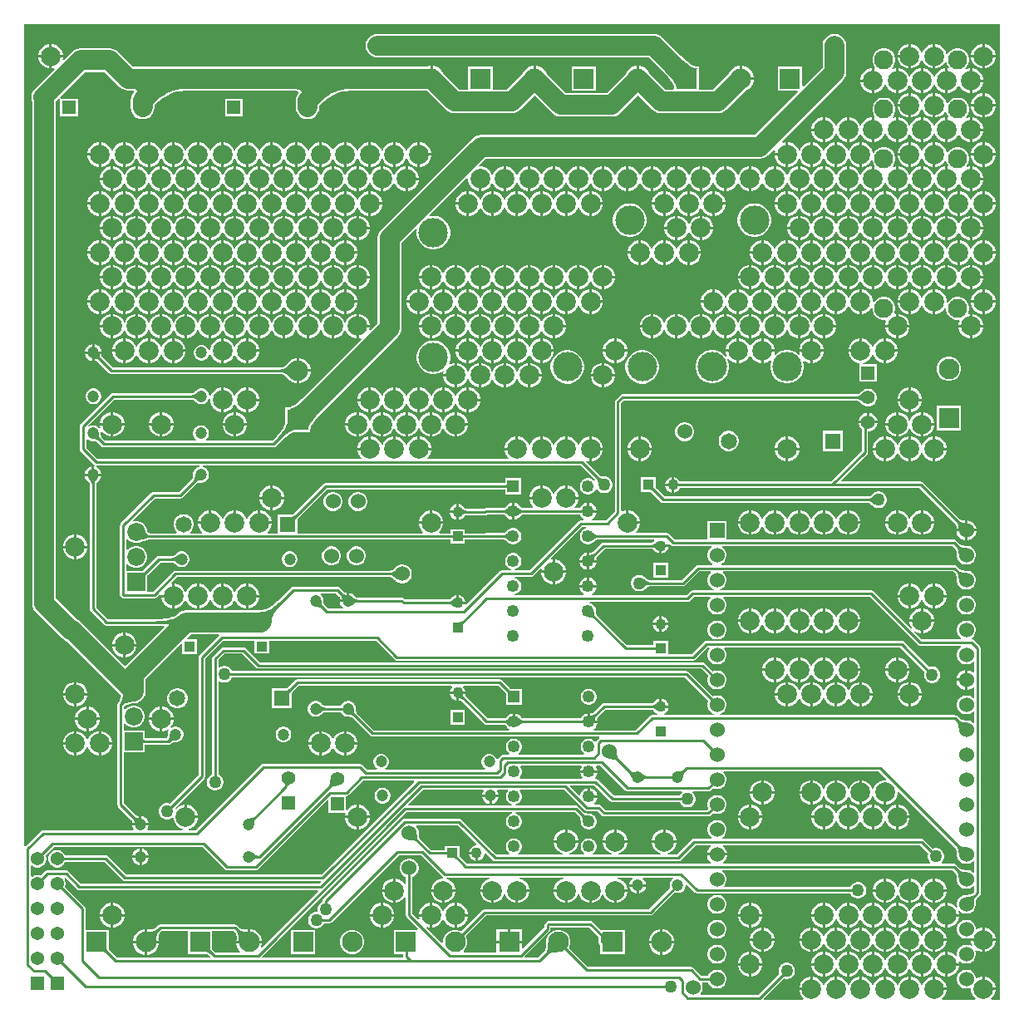
<source format=gbl>
G04*
G04 #@! TF.GenerationSoftware,Altium Limited,Altium Designer,23.8.1 (32)*
G04*
G04 Layer_Physical_Order=2*
G04 Layer_Color=16711680*
%FSLAX44Y44*%
%MOMM*%
G71*
G04*
G04 #@! TF.SameCoordinates,2C0D8033-C631-4263-A1FA-4DCE3A031024*
G04*
G04*
G04 #@! TF.FilePolarity,Positive*
G04*
G01*
G75*
%ADD12C,0.2540*%
%ADD36C,2.0000*%
%ADD37C,1.1000*%
%ADD38R,1.1000X1.1000*%
%ADD39R,1.1000X1.1000*%
%ADD40R,1.3700X1.3700*%
%ADD41C,1.3700*%
%ADD42C,2.1000*%
%ADD43R,2.1000X2.1000*%
%ADD44R,1.4000X1.4000*%
%ADD45C,1.4000*%
%ADD46R,1.5300X1.5300*%
%ADD47C,1.5300*%
%ADD48R,1.6500X1.6500*%
%ADD49C,1.6500*%
%ADD50C,1.5240*%
%ADD51C,3.0000*%
%ADD52R,1.4000X1.4000*%
%ADD53C,1.2000*%
%ADD54R,2.1000X2.1000*%
%ADD55R,1.2500X1.2500*%
%ADD56C,1.2500*%
%ADD57C,1.9500*%
%ADD58C,1.8450*%
%ADD59R,1.8450X1.8450*%
%ADD60C,2.0000*%
%ADD61C,1.2700*%
G36*
X1465340Y1649049D02*
X1472723Y1642685D01*
X1474890Y1641129D01*
X1476911Y1639856D01*
X1478784Y1638866D01*
X1480511Y1638159D01*
X1482091Y1637735D01*
X1483524Y1637594D01*
X1462585Y1616655D01*
X1462443Y1618087D01*
X1462019Y1619667D01*
X1461312Y1621394D01*
X1460322Y1623267D01*
X1459049Y1625288D01*
X1457493Y1627455D01*
X1453534Y1632231D01*
X1451129Y1634839D01*
X1448443Y1637594D01*
X1462585Y1651736D01*
X1465340Y1649049D01*
D02*
G37*
G36*
X1133360Y1617124D02*
X1129419Y1616983D01*
X1125594Y1616558D01*
X1121887Y1615851D01*
X1118297Y1614861D01*
X1114825Y1613589D01*
X1111469Y1612033D01*
X1108231Y1610194D01*
X1105109Y1608073D01*
X1102105Y1605669D01*
X1099218Y1602982D01*
X1079541Y1611589D01*
X1080393Y1612641D01*
X1080733Y1613582D01*
X1080564Y1614412D01*
X1079883Y1615131D01*
X1078692Y1615740D01*
X1076990Y1616238D01*
X1074778Y1616626D01*
X1068820Y1617069D01*
X1065076Y1617124D01*
X1109218Y1637124D01*
X1133360Y1617124D01*
D02*
G37*
G36*
X964958D02*
X961017Y1616983D01*
X957192Y1616558D01*
X953485Y1615851D01*
X949895Y1614861D01*
X946423Y1613589D01*
X943067Y1612033D01*
X939828Y1610194D01*
X936707Y1608073D01*
X933703Y1605669D01*
X930816Y1602982D01*
X911555Y1612005D01*
X912401Y1612978D01*
X912890Y1613848D01*
X913024Y1614616D01*
X912801Y1615281D01*
X912222Y1615844D01*
X911287Y1616305D01*
X909996Y1616663D01*
X908349Y1616919D01*
X906346Y1617073D01*
X903986Y1617124D01*
X940816Y1637124D01*
X964958Y1617124D01*
D02*
G37*
G36*
X1791561Y689009D02*
X1783457D01*
X1783013Y690279D01*
X1785035Y692300D01*
X1786685Y695160D01*
X1787540Y698349D01*
Y698730D01*
X1775000D01*
Y700000D01*
X1773730D01*
Y712540D01*
X1773349D01*
X1770160Y711685D01*
X1768447Y710697D01*
X1767256Y711476D01*
X1766672Y713655D01*
X1765402Y715855D01*
X1763605Y717652D01*
X1761405Y718922D01*
X1758951Y719580D01*
X1756409D01*
X1753955Y718922D01*
X1751755Y717652D01*
X1749958Y715855D01*
X1748688Y713655D01*
X1748030Y711200D01*
Y708660D01*
X1748688Y706205D01*
X1749958Y704005D01*
X1751755Y702208D01*
X1753955Y700938D01*
X1756409Y700280D01*
X1758951D01*
X1761190Y700880D01*
X1762460Y700268D01*
Y698349D01*
X1763315Y695160D01*
X1764966Y692300D01*
X1766987Y690279D01*
X1766543Y689009D01*
X1733457D01*
X1733013Y690279D01*
X1735035Y692300D01*
X1736685Y695160D01*
X1737540Y698349D01*
Y698730D01*
X1725000D01*
Y700000D01*
X1723730D01*
Y712540D01*
X1723349D01*
X1720160Y711685D01*
X1717300Y710034D01*
X1714966Y707700D01*
X1713315Y704840D01*
X1713135Y704170D01*
X1711865D01*
X1711685Y704840D01*
X1710035Y707700D01*
X1707700Y710034D01*
X1704840Y711685D01*
X1701651Y712540D01*
X1701270D01*
Y700000D01*
X1698730D01*
Y712540D01*
X1698349D01*
X1695160Y711685D01*
X1692300Y710034D01*
X1689966Y707700D01*
X1688315Y704840D01*
X1688135Y704170D01*
X1686865D01*
X1686685Y704840D01*
X1685035Y707700D01*
X1682700Y710034D01*
X1679840Y711685D01*
X1676651Y712540D01*
X1676270D01*
Y700000D01*
X1673730D01*
Y712540D01*
X1673349D01*
X1670160Y711685D01*
X1667300Y710034D01*
X1664966Y707700D01*
X1663315Y704840D01*
X1663135Y704170D01*
X1661865D01*
X1661685Y704840D01*
X1660035Y707700D01*
X1657700Y710034D01*
X1654840Y711685D01*
X1651651Y712540D01*
X1651270D01*
Y700000D01*
X1648730D01*
Y712540D01*
X1648349D01*
X1645160Y711685D01*
X1642300Y710034D01*
X1639966Y707700D01*
X1638315Y704840D01*
X1638135Y704170D01*
X1636865D01*
X1636685Y704840D01*
X1635035Y707700D01*
X1632700Y710034D01*
X1629840Y711685D01*
X1626651Y712540D01*
X1626270D01*
Y700000D01*
X1623730D01*
Y712540D01*
X1623349D01*
X1620160Y711685D01*
X1617300Y710034D01*
X1614966Y707700D01*
X1613315Y704840D01*
X1613135Y704170D01*
X1611865D01*
X1611685Y704840D01*
X1610034Y707700D01*
X1607700Y710034D01*
X1604840Y711685D01*
X1601651Y712540D01*
X1601270D01*
Y700000D01*
X1600000D01*
Y698730D01*
X1587460D01*
Y698349D01*
X1588315Y695160D01*
X1589966Y692300D01*
X1591987Y690279D01*
X1591543Y689009D01*
X1551871D01*
X1551385Y690182D01*
X1571701Y710498D01*
X1573701Y709962D01*
X1575899D01*
X1578023Y710531D01*
X1579927Y711630D01*
X1581482Y713185D01*
X1582581Y715089D01*
X1583150Y717213D01*
Y719411D01*
X1582581Y721535D01*
X1581482Y723439D01*
X1579927Y724994D01*
X1578023Y726093D01*
X1575899Y726662D01*
X1573701D01*
X1571577Y726093D01*
X1569673Y724994D01*
X1568118Y723439D01*
X1567019Y721535D01*
X1566450Y719411D01*
Y717213D01*
X1566986Y715213D01*
X1545733Y693960D01*
X1487226D01*
X1486740Y695133D01*
X1487248Y695641D01*
X1488514Y697835D01*
X1489170Y700282D01*
Y702814D01*
X1488514Y705261D01*
X1488379Y705496D01*
X1489014Y706596D01*
X1494583D01*
X1494688Y706205D01*
X1495958Y704005D01*
X1497755Y702208D01*
X1499955Y700938D01*
X1502410Y700280D01*
X1504951D01*
X1507405Y700938D01*
X1509605Y702208D01*
X1511402Y704005D01*
X1512672Y706205D01*
X1513330Y708660D01*
Y711200D01*
X1512672Y713655D01*
X1511402Y715855D01*
X1509605Y717652D01*
X1507405Y718922D01*
X1504951Y719580D01*
X1502410D01*
X1499955Y718922D01*
X1497755Y717652D01*
X1495958Y715855D01*
X1494688Y713655D01*
X1494583Y713264D01*
X1487950D01*
X1480004Y721209D01*
X1478922Y721932D01*
X1477646Y722186D01*
X1372337D01*
X1352974Y741548D01*
X1353746Y742885D01*
X1354598Y746064D01*
Y749356D01*
X1353746Y752535D01*
X1352100Y755385D01*
X1349773Y757712D01*
X1346923Y759358D01*
X1343744Y760210D01*
X1340452D01*
X1337273Y759358D01*
X1334423Y757712D01*
X1332095Y755385D01*
X1330450Y752535D01*
X1329598Y749356D01*
Y747804D01*
X1329559Y747614D01*
X1329553Y746024D01*
X1329401Y743231D01*
X1329265Y742082D01*
X1329087Y741057D01*
X1328876Y740181D01*
X1328639Y739460D01*
X1328390Y738897D01*
X1328147Y738493D01*
X1328048Y738375D01*
X1321326Y731654D01*
X1308041D01*
X1307555Y732827D01*
X1333318Y758590D01*
X1334040Y759671D01*
X1334294Y760947D01*
Y762730D01*
X1373267D01*
X1382744Y753253D01*
Y748030D01*
X1382998Y746754D01*
X1383721Y745673D01*
X1384041Y745352D01*
X1384754Y744876D01*
Y735210D01*
X1409754D01*
Y760210D01*
X1385217D01*
X1377005Y768421D01*
X1375924Y769144D01*
X1374648Y769398D01*
X1332448D01*
X1331172Y769144D01*
X1330090Y768422D01*
X1328602Y766934D01*
X1327880Y765852D01*
X1327626Y764576D01*
Y762328D01*
X1306311Y741014D01*
X1305138Y741500D01*
Y746440D01*
X1279058D01*
Y737274D01*
X1246018D01*
X1245492Y738544D01*
X1246982Y740035D01*
X1248628Y742885D01*
X1249480Y746064D01*
Y749356D01*
X1248628Y752535D01*
X1247857Y753871D01*
X1268647Y774662D01*
X1435992D01*
X1437268Y774916D01*
X1438350Y775638D01*
X1460735Y798024D01*
X1462495Y797552D01*
X1464601D01*
X1466636Y798097D01*
X1468460Y799150D01*
X1469950Y800640D01*
X1471003Y802464D01*
X1471548Y804499D01*
Y805909D01*
X1472818Y806435D01*
X1481003Y798251D01*
X1482084Y797528D01*
X1483360Y797274D01*
X1639727D01*
X1640762Y795481D01*
X1642317Y793926D01*
X1644221Y792827D01*
X1646345Y792258D01*
X1648543D01*
X1650667Y792827D01*
X1652571Y793926D01*
X1654126Y795481D01*
X1655225Y797385D01*
X1655794Y799509D01*
Y801707D01*
X1655225Y803831D01*
X1654126Y805735D01*
X1652571Y807290D01*
X1650667Y808389D01*
X1648543Y808958D01*
X1646345D01*
X1644221Y808389D01*
X1642317Y807290D01*
X1640762Y805735D01*
X1639727Y803942D01*
X1511399D01*
X1510912Y805115D01*
X1511402Y805605D01*
X1512672Y807805D01*
X1513330Y810259D01*
Y812801D01*
X1512672Y815255D01*
X1511402Y817455D01*
X1509605Y819252D01*
X1508957Y819626D01*
X1509298Y820896D01*
X1743599D01*
X1746924Y817571D01*
X1747102Y817296D01*
X1747284Y816926D01*
X1747459Y816457D01*
X1747619Y815888D01*
X1747755Y815221D01*
X1747860Y814481D01*
X1747984Y812637D01*
X1747991Y811592D01*
X1748030Y811404D01*
Y810259D01*
X1748688Y807805D01*
X1749958Y805605D01*
X1751755Y803808D01*
X1753955Y802538D01*
X1756409Y801880D01*
X1758951D01*
X1761405Y802538D01*
X1763605Y803808D01*
X1764760Y804963D01*
X1766030Y804437D01*
Y799195D01*
X1763721Y796886D01*
X1763446Y796708D01*
X1763076Y796526D01*
X1762607Y796351D01*
X1762038Y796191D01*
X1761371Y796055D01*
X1760631Y795950D01*
X1758787Y795826D01*
X1757742Y795819D01*
X1757554Y795780D01*
X1756409D01*
X1753955Y795122D01*
X1751755Y793852D01*
X1749958Y792055D01*
X1748688Y789855D01*
X1748030Y787401D01*
Y784859D01*
X1748345Y783686D01*
X1747206Y783028D01*
X1745200Y785034D01*
X1742340Y786685D01*
X1739151Y787540D01*
X1738770D01*
Y776270D01*
X1750040D01*
Y776651D01*
X1749427Y778940D01*
X1750565Y779597D01*
X1751755Y778408D01*
X1753955Y777138D01*
X1756409Y776480D01*
X1758951D01*
X1761405Y777138D01*
X1763605Y778408D01*
X1765402Y780205D01*
X1766672Y782405D01*
X1767330Y784859D01*
Y786004D01*
X1767369Y786192D01*
X1767376Y787237D01*
X1767500Y789081D01*
X1767605Y789821D01*
X1767741Y790488D01*
X1767901Y791057D01*
X1768076Y791526D01*
X1768258Y791896D01*
X1768436Y792171D01*
X1771721Y795456D01*
X1772444Y796538D01*
X1772698Y797814D01*
Y1046480D01*
X1772444Y1047756D01*
X1771721Y1048838D01*
X1765372Y1055188D01*
X1764290Y1055910D01*
X1763225Y1056122D01*
X1762991Y1056685D01*
X1762957Y1057434D01*
X1763605Y1057808D01*
X1765402Y1059605D01*
X1766672Y1061805D01*
X1767330Y1064259D01*
Y1066801D01*
X1766672Y1069255D01*
X1765402Y1071455D01*
X1763605Y1073252D01*
X1761405Y1074522D01*
X1758951Y1075180D01*
X1756409D01*
X1753955Y1074522D01*
X1751755Y1073252D01*
X1749958Y1071455D01*
X1748688Y1069255D01*
X1748030Y1066801D01*
Y1064259D01*
X1748688Y1061805D01*
X1749958Y1059605D01*
X1751755Y1057808D01*
X1752403Y1057434D01*
X1752062Y1056164D01*
X1712071D01*
X1704648Y1063587D01*
X1705428Y1064603D01*
X1707660Y1063315D01*
X1710849Y1062460D01*
X1711230D01*
Y1073730D01*
X1699960D01*
Y1073349D01*
X1700815Y1070160D01*
X1702103Y1067928D01*
X1701087Y1067148D01*
X1663264Y1104971D01*
X1662182Y1105694D01*
X1660906Y1105948D01*
X1507126D01*
X1506958Y1107218D01*
X1507405Y1107338D01*
X1509605Y1108608D01*
X1511402Y1110405D01*
X1512672Y1112605D01*
X1513330Y1115060D01*
Y1117600D01*
X1512672Y1120055D01*
X1511402Y1122255D01*
X1509739Y1123918D01*
X1509929Y1125188D01*
X1744107D01*
X1746924Y1122371D01*
X1747102Y1122096D01*
X1747284Y1121726D01*
X1747459Y1121257D01*
X1747619Y1120688D01*
X1747755Y1120021D01*
X1747860Y1119281D01*
X1747984Y1117437D01*
X1747991Y1116392D01*
X1748030Y1116204D01*
Y1115060D01*
X1748688Y1112605D01*
X1749958Y1110405D01*
X1751755Y1108608D01*
X1753955Y1107338D01*
X1756409Y1106680D01*
X1758951D01*
X1761405Y1107338D01*
X1763605Y1108608D01*
X1765402Y1110405D01*
X1766672Y1112605D01*
X1767330Y1115060D01*
Y1117600D01*
X1766672Y1120055D01*
X1765402Y1122255D01*
X1763605Y1124052D01*
X1761405Y1125322D01*
X1758951Y1125980D01*
X1757806D01*
X1757618Y1126019D01*
X1756573Y1126026D01*
X1754729Y1126150D01*
X1753989Y1126255D01*
X1753322Y1126391D01*
X1752753Y1126551D01*
X1752284Y1126726D01*
X1751914Y1126908D01*
X1751639Y1127086D01*
X1747845Y1130880D01*
X1746764Y1131602D01*
X1745488Y1131856D01*
X1508418D01*
X1508078Y1133126D01*
X1509605Y1134008D01*
X1511402Y1135805D01*
X1512672Y1138005D01*
X1513330Y1140460D01*
Y1143000D01*
X1512672Y1145455D01*
X1511402Y1147655D01*
X1509605Y1149452D01*
X1508957Y1149826D01*
X1509298Y1151096D01*
X1743599D01*
X1746924Y1147771D01*
X1747102Y1147496D01*
X1747284Y1147126D01*
X1747459Y1146657D01*
X1747619Y1146088D01*
X1747755Y1145421D01*
X1747860Y1144681D01*
X1747984Y1142837D01*
X1747991Y1141792D01*
X1748030Y1141604D01*
Y1140460D01*
X1748688Y1138005D01*
X1749958Y1135805D01*
X1751755Y1134008D01*
X1753955Y1132738D01*
X1756409Y1132080D01*
X1758951D01*
X1761405Y1132738D01*
X1763605Y1134008D01*
X1765402Y1135805D01*
X1766672Y1138005D01*
X1767330Y1140460D01*
Y1143000D01*
X1766672Y1145455D01*
X1765402Y1147655D01*
X1763605Y1149452D01*
X1761405Y1150722D01*
X1758951Y1151380D01*
X1757806D01*
X1757618Y1151419D01*
X1756573Y1151426D01*
X1754729Y1151550D01*
X1753989Y1151655D01*
X1753322Y1151791D01*
X1752753Y1151951D01*
X1752284Y1152126D01*
X1751914Y1152308D01*
X1751639Y1152486D01*
X1747337Y1156787D01*
X1746256Y1157510D01*
X1744980Y1157764D01*
X1513330D01*
Y1176780D01*
X1494030D01*
Y1157764D01*
X1460611D01*
X1454984Y1163391D01*
X1453902Y1164114D01*
X1452626Y1164368D01*
X1421398D01*
X1420872Y1165638D01*
X1422534Y1167300D01*
X1424185Y1170160D01*
X1425040Y1173349D01*
Y1173730D01*
X1412500D01*
Y1175000D01*
X1411230D01*
Y1187540D01*
X1410849D01*
X1407660Y1186685D01*
X1407276Y1186464D01*
X1406176Y1187099D01*
Y1296559D01*
X1408541Y1298924D01*
X1646828D01*
X1647106Y1298868D01*
X1647455Y1298754D01*
X1647860Y1298576D01*
X1648316Y1298327D01*
X1648818Y1298003D01*
X1649342Y1297616D01*
X1650574Y1296549D01*
X1651229Y1295904D01*
X1651389Y1295799D01*
X1652132Y1295056D01*
X1654184Y1293871D01*
X1656473Y1293258D01*
X1658843D01*
X1661132Y1293871D01*
X1663184Y1295056D01*
X1664860Y1296732D01*
X1666044Y1298784D01*
X1666658Y1301073D01*
Y1303443D01*
X1666044Y1305732D01*
X1664860Y1307784D01*
X1663184Y1309460D01*
X1661132Y1310645D01*
X1658843Y1311258D01*
X1656473D01*
X1654184Y1310645D01*
X1652132Y1309460D01*
X1651403Y1308731D01*
X1651258Y1308640D01*
X1649926Y1307380D01*
X1649362Y1306915D01*
X1648818Y1306514D01*
X1648316Y1306189D01*
X1647859Y1305940D01*
X1647454Y1305762D01*
X1647106Y1305648D01*
X1646828Y1305592D01*
X1407160D01*
X1405884Y1305338D01*
X1404803Y1304615D01*
X1400484Y1300298D01*
X1399762Y1299216D01*
X1399508Y1297940D01*
Y1186037D01*
X1390539Y1177068D01*
X1376793D01*
X1376631Y1177282D01*
X1376970Y1178945D01*
X1377759Y1179400D01*
X1379396Y1181037D01*
X1380553Y1183041D01*
X1381122Y1185164D01*
X1372362D01*
Y1186434D01*
X1371092D01*
Y1195194D01*
X1368969Y1194625D01*
X1366965Y1193468D01*
X1365328Y1191831D01*
X1364171Y1189827D01*
X1364155Y1189768D01*
X1359298D01*
X1358772Y1191038D01*
X1360034Y1192300D01*
X1361685Y1195160D01*
X1362540Y1198349D01*
Y1198730D01*
X1350000D01*
Y1200000D01*
X1348730D01*
Y1212540D01*
X1348349D01*
X1345160Y1211685D01*
X1342300Y1210034D01*
X1339966Y1207700D01*
X1338315Y1204840D01*
X1338135Y1204170D01*
X1336865D01*
X1336685Y1204840D01*
X1335034Y1207700D01*
X1332700Y1210034D01*
X1329840Y1211685D01*
X1326651Y1212540D01*
X1326270D01*
Y1200000D01*
X1325000D01*
Y1198730D01*
X1312460D01*
Y1198349D01*
X1313315Y1195160D01*
X1314966Y1192300D01*
X1316228Y1191038D01*
X1315702Y1189768D01*
X1305776D01*
X1305549Y1189811D01*
X1305246Y1189904D01*
X1304900Y1190048D01*
X1304513Y1190251D01*
X1304088Y1190516D01*
X1303860Y1190680D01*
X1303196Y1191831D01*
X1301559Y1193468D01*
X1299555Y1194625D01*
X1297432Y1195194D01*
Y1186434D01*
Y1177674D01*
X1299555Y1178243D01*
X1301559Y1179400D01*
X1303196Y1181037D01*
X1303860Y1182188D01*
X1304088Y1182352D01*
X1304513Y1182617D01*
X1304900Y1182820D01*
X1305246Y1182964D01*
X1305549Y1183057D01*
X1305776Y1183100D01*
X1364155D01*
X1364171Y1183041D01*
X1365328Y1181037D01*
X1366965Y1179400D01*
X1367754Y1178945D01*
X1368093Y1177282D01*
X1367931Y1177068D01*
X1364996D01*
X1363720Y1176814D01*
X1362639Y1176092D01*
X1312815Y1126268D01*
X1297990D01*
X1297823Y1127538D01*
X1299346Y1127946D01*
X1301228Y1129032D01*
X1302764Y1130568D01*
X1303850Y1132450D01*
X1304412Y1134548D01*
Y1136720D01*
X1303850Y1138818D01*
X1302764Y1140700D01*
X1301228Y1142236D01*
X1299346Y1143322D01*
X1297248Y1143884D01*
X1295076D01*
X1292978Y1143322D01*
X1291096Y1142236D01*
X1289560Y1140700D01*
X1288474Y1138818D01*
X1287912Y1136720D01*
Y1134548D01*
X1288474Y1132450D01*
X1289560Y1130568D01*
X1291096Y1129032D01*
X1292978Y1127946D01*
X1294501Y1127538D01*
X1294334Y1126268D01*
X1284732D01*
X1283456Y1126014D01*
X1282375Y1125292D01*
X1248721Y1091638D01*
X1247989Y1092000D01*
X1239520D01*
Y1093270D01*
X1238250D01*
Y1101253D01*
X1236417Y1100762D01*
X1234583Y1099703D01*
X1233086Y1098206D01*
X1232485Y1097164D01*
X1232171Y1096977D01*
X1231853Y1096820D01*
X1231565Y1096707D01*
X1231308Y1096634D01*
X1231131Y1096604D01*
X1185865D01*
X1184982Y1097488D01*
X1183900Y1098210D01*
X1182624Y1098464D01*
X1137221D01*
X1137010Y1098503D01*
X1136723Y1098589D01*
X1136396Y1098723D01*
X1136032Y1098910D01*
X1135633Y1099156D01*
X1135493Y1099255D01*
X1134848Y1100374D01*
X1133258Y1101964D01*
X1131310Y1103088D01*
X1129284Y1103631D01*
Y1095130D01*
X1128014D01*
Y1093860D01*
X1119513D01*
X1120056Y1091834D01*
X1121180Y1089886D01*
X1122645Y1088422D01*
X1122570Y1087885D01*
X1122213Y1087152D01*
X1107687D01*
X1103862Y1090977D01*
X1103740Y1091153D01*
X1103598Y1091417D01*
X1103462Y1091743D01*
X1103336Y1092133D01*
X1103228Y1092589D01*
X1103145Y1093083D01*
X1103040Y1094368D01*
X1103033Y1095092D01*
X1102994Y1095277D01*
Y1096183D01*
X1102449Y1098218D01*
X1101396Y1100042D01*
X1099906Y1101532D01*
X1099847Y1101566D01*
X1100187Y1102836D01*
X1115593D01*
X1119146Y1099283D01*
X1119268Y1099107D01*
X1119410Y1098843D01*
X1119547Y1098517D01*
X1119671Y1098127D01*
X1119780Y1097671D01*
X1119808Y1097502D01*
X1119513Y1096400D01*
X1121972D01*
X1121888Y1097429D01*
X1121779Y1098077D01*
X1121637Y1098675D01*
X1121461Y1099224D01*
X1121252Y1099723D01*
X1121010Y1100173D01*
X1120733Y1100573D01*
X1120424Y1100924D01*
X1122220Y1102720D01*
X1122571Y1102411D01*
X1122971Y1102135D01*
X1123421Y1101892D01*
X1123921Y1101683D01*
X1124469Y1101507D01*
X1125067Y1101365D01*
X1125715Y1101256D01*
X1126412Y1101180D01*
X1126744Y1101170D01*
Y1103631D01*
X1125642Y1103336D01*
X1125473Y1103364D01*
X1125017Y1103473D01*
X1124627Y1103598D01*
X1124301Y1103734D01*
X1124037Y1103876D01*
X1123861Y1103998D01*
X1119332Y1108528D01*
X1118250Y1109250D01*
X1116974Y1109504D01*
X1072080D01*
X1070804Y1109250D01*
X1069723Y1108528D01*
X1057690Y1096495D01*
X1056391Y1095241D01*
X1051983Y1091475D01*
X1049954Y1089990D01*
X1048003Y1088737D01*
X1046153Y1087728D01*
X1044412Y1086959D01*
X1042783Y1086423D01*
X1041271Y1086112D01*
X1040163Y1086032D01*
X1039876Y1086069D01*
X1036743Y1085657D01*
X1036383Y1085508D01*
X962736D01*
X959603Y1085095D01*
X956684Y1083886D01*
X954177Y1081963D01*
X953604Y1081389D01*
X953161Y1081006D01*
X951871Y1080157D01*
X950341Y1079384D01*
X948566Y1078696D01*
X946544Y1078102D01*
X944278Y1077608D01*
X941794Y1077223D01*
X936015Y1076770D01*
X934209Y1076738D01*
X883133D01*
X871370Y1088501D01*
Y1214565D01*
X871409Y1214776D01*
X871495Y1215063D01*
X871628Y1215390D01*
X871816Y1215753D01*
X872061Y1216153D01*
X872161Y1216292D01*
X873279Y1216938D01*
X874870Y1218528D01*
X875994Y1220476D01*
X876537Y1222502D01*
X859535D01*
X860078Y1220476D01*
X861202Y1218528D01*
X862792Y1216938D01*
X863911Y1216292D01*
X864010Y1216153D01*
X864256Y1215754D01*
X864443Y1215390D01*
X864577Y1215063D01*
X864663Y1214776D01*
X864702Y1214565D01*
Y1087120D01*
X864956Y1085844D01*
X865678Y1084762D01*
X879394Y1071047D01*
X880476Y1070324D01*
X881752Y1070070D01*
X934209D01*
X936015Y1070038D01*
X940134Y1069715D01*
X940618Y1068403D01*
X901015Y1028801D01*
X900703Y1028780D01*
X855395Y1074089D01*
X852888Y1076012D01*
X851715Y1076498D01*
X830238Y1097975D01*
Y1603764D01*
X833356Y1606882D01*
X834626Y1606356D01*
X834626Y1605875D01*
Y1588914D01*
X852626D01*
Y1606914D01*
X835727D01*
X835184Y1606914D01*
X834658Y1608184D01*
X860290Y1633816D01*
X880176D01*
X895427Y1618566D01*
X897934Y1616642D01*
X900853Y1615433D01*
X903986Y1615020D01*
X906440D01*
X908114Y1614892D01*
X909462Y1614683D01*
X909727Y1614289D01*
X909749Y1614237D01*
X909888Y1613259D01*
X908144Y1610986D01*
X906935Y1608067D01*
X906523Y1604934D01*
Y1597914D01*
X906935Y1594781D01*
X908144Y1591862D01*
X910068Y1589355D01*
X912574Y1587432D01*
X915493Y1586223D01*
X918626Y1585810D01*
X921759Y1586223D01*
X924678Y1587432D01*
X927185Y1589355D01*
X929108Y1591862D01*
X930317Y1594781D01*
X930730Y1597914D01*
Y1599921D01*
X933546Y1602737D01*
X935036Y1604124D01*
X937919Y1606431D01*
X940907Y1608462D01*
X944001Y1610218D01*
X947204Y1611703D01*
X950518Y1612918D01*
X953948Y1613864D01*
X957496Y1614540D01*
X961166Y1614947D01*
X963201Y1615020D01*
X1068866D01*
X1074526Y1614600D01*
X1076527Y1614249D01*
X1077226Y1614045D01*
X1077368Y1613878D01*
X1077689Y1612719D01*
X1077653Y1612555D01*
X1076130Y1610570D01*
X1074921Y1607651D01*
X1074508Y1604518D01*
Y1597910D01*
X1074921Y1594777D01*
X1076130Y1591858D01*
X1078054Y1589351D01*
X1080560Y1587428D01*
X1083479Y1586219D01*
X1086612Y1585806D01*
X1089745Y1586219D01*
X1092664Y1587428D01*
X1095171Y1589351D01*
X1097094Y1591858D01*
X1098303Y1594777D01*
X1098716Y1597910D01*
Y1599505D01*
X1101948Y1602737D01*
X1103438Y1604124D01*
X1106321Y1606431D01*
X1109309Y1608462D01*
X1112403Y1610218D01*
X1115606Y1611703D01*
X1118921Y1612918D01*
X1122350Y1613864D01*
X1125898Y1614540D01*
X1129568Y1614947D01*
X1131603Y1615020D01*
X1207772D01*
X1207855Y1614973D01*
X1208317Y1614849D01*
X1227640Y1595526D01*
X1230147Y1593602D01*
X1233066Y1592393D01*
X1236199Y1591981D01*
X1294733D01*
X1297866Y1592393D01*
X1300785Y1593602D01*
X1303292Y1595526D01*
X1317909Y1610142D01*
X1336156Y1591895D01*
X1338662Y1589972D01*
X1341582Y1588763D01*
X1344714Y1588350D01*
X1396384D01*
X1399516Y1588763D01*
X1402436Y1589972D01*
X1404942Y1591895D01*
X1423189Y1610142D01*
X1437806Y1595526D01*
X1440313Y1593602D01*
X1443232Y1592393D01*
X1446364Y1591981D01*
X1504753D01*
X1507886Y1592393D01*
X1510805Y1593602D01*
X1513312Y1595526D01*
X1532635Y1614849D01*
X1533097Y1614973D01*
X1536071Y1616689D01*
X1538499Y1619117D01*
X1540215Y1622091D01*
X1541104Y1625407D01*
Y1625854D01*
X1528064D01*
Y1627124D01*
X1526794D01*
Y1640164D01*
X1526347D01*
X1523031Y1639275D01*
X1520057Y1637559D01*
X1517629Y1635131D01*
X1516190Y1632638D01*
X1499740Y1616188D01*
X1485554D01*
Y1637550D01*
X1485563Y1637594D01*
X1485554Y1637637D01*
Y1639624D01*
X1483712D01*
X1482458Y1639748D01*
X1481165Y1640095D01*
X1479649Y1640716D01*
X1477932Y1641623D01*
X1476030Y1642822D01*
X1473986Y1644288D01*
X1466895Y1650400D01*
X1448087Y1669209D01*
X1445580Y1671132D01*
X1442661Y1672341D01*
X1439528Y1672753D01*
X1157986D01*
X1154853Y1672341D01*
X1151934Y1671132D01*
X1149427Y1669209D01*
X1147504Y1666702D01*
X1146295Y1663783D01*
X1145882Y1660650D01*
X1146295Y1657517D01*
X1147504Y1654598D01*
X1149427Y1652092D01*
X1151934Y1650168D01*
X1154853Y1648959D01*
X1157986Y1648546D01*
X1434515D01*
X1449930Y1633131D01*
X1451998Y1630888D01*
X1455878Y1626208D01*
X1457357Y1624149D01*
X1458555Y1622246D01*
X1459463Y1620529D01*
X1460083Y1619014D01*
X1460430Y1617720D01*
X1460456Y1617458D01*
X1459372Y1616188D01*
X1451378D01*
X1434928Y1632638D01*
X1433488Y1635131D01*
X1431060Y1637559D01*
X1428087Y1639275D01*
X1424771Y1640164D01*
X1424324D01*
Y1627124D01*
X1421784D01*
Y1640164D01*
X1421337D01*
X1418020Y1639275D01*
X1415047Y1637559D01*
X1412619Y1635131D01*
X1410902Y1632157D01*
X1410878Y1632065D01*
X1391370Y1612558D01*
X1349728D01*
X1330220Y1632065D01*
X1330195Y1632157D01*
X1328479Y1635131D01*
X1326051Y1637559D01*
X1323077Y1639275D01*
X1319761Y1640164D01*
X1319314D01*
Y1627124D01*
X1316774D01*
Y1640164D01*
X1316327D01*
X1313011Y1639275D01*
X1310037Y1637559D01*
X1307610Y1635131D01*
X1306170Y1632638D01*
X1289720Y1616188D01*
X1275388D01*
Y1639624D01*
X1250388D01*
Y1616188D01*
X1241212D01*
X1224762Y1632638D01*
X1223323Y1635131D01*
X1220895Y1637559D01*
X1217921Y1639275D01*
X1214605Y1640164D01*
X1214158D01*
Y1627124D01*
X1211618D01*
Y1640164D01*
X1211171D01*
X1207855Y1639275D01*
X1207772Y1639228D01*
X908999D01*
X893748Y1654478D01*
X891242Y1656402D01*
X888323Y1657611D01*
X885190Y1658024D01*
X855276D01*
X852144Y1657611D01*
X850641Y1656989D01*
X849225Y1656402D01*
X846718Y1654478D01*
X838220Y1645981D01*
X837082Y1646638D01*
X837540Y1648349D01*
Y1648730D01*
X826270D01*
Y1637460D01*
X826651D01*
X828362Y1637919D01*
X829020Y1636780D01*
X808716Y1616476D01*
X806793Y1613969D01*
X805583Y1611050D01*
X805171Y1607917D01*
X805583Y1604785D01*
X806030Y1603705D01*
Y1092962D01*
X806443Y1089829D01*
X807652Y1086910D01*
X809576Y1084404D01*
X837008Y1056972D01*
X839514Y1055048D01*
X840687Y1054562D01*
X896627Y998622D01*
X895904Y995824D01*
X895516Y994668D01*
X895115Y993684D01*
X894720Y992897D01*
X894348Y992315D01*
X894161Y992094D01*
X894008Y991942D01*
X893921Y991811D01*
X893912Y991800D01*
X893903Y991783D01*
X893286Y990860D01*
X893032Y989584D01*
Y887730D01*
X893286Y886454D01*
X894008Y885372D01*
X907564Y871817D01*
X907686Y871641D01*
X907828Y871377D01*
X907964Y871051D01*
X908090Y870661D01*
X908198Y870205D01*
X908226Y870036D01*
X907931Y868934D01*
X910390D01*
X910306Y869963D01*
X910198Y870611D01*
X910055Y871209D01*
X909879Y871758D01*
X909670Y872257D01*
X909428Y872707D01*
X909151Y873107D01*
X908842Y873458D01*
X910638Y875254D01*
X910989Y874945D01*
X911389Y874668D01*
X911839Y874426D01*
X912338Y874217D01*
X912887Y874041D01*
X913485Y873898D01*
X914133Y873790D01*
X914830Y873714D01*
X915162Y873703D01*
Y876165D01*
X914060Y875870D01*
X913891Y875898D01*
X913435Y876007D01*
X913045Y876132D01*
X912719Y876268D01*
X912455Y876410D01*
X912279Y876532D01*
X899700Y889111D01*
Y940767D01*
X920799D01*
Y948658D01*
X944998D01*
X946274Y948912D01*
X947355Y949634D01*
X947957Y950236D01*
X948133Y950358D01*
X948397Y950500D01*
X948723Y950637D01*
X949113Y950761D01*
X949569Y950870D01*
X950063Y950953D01*
X951348Y951058D01*
X952072Y951065D01*
X952256Y951104D01*
X953163D01*
X955198Y951649D01*
X957022Y952702D01*
X958511Y954192D01*
X959565Y956016D01*
X960110Y958051D01*
Y960157D01*
X959565Y962192D01*
X958511Y964016D01*
X957022Y965506D01*
X955198Y966559D01*
X953163Y967104D01*
X951057D01*
X949022Y966559D01*
X947998Y965967D01*
X947218Y966984D01*
X947534Y967300D01*
X949185Y970160D01*
X950040Y973349D01*
Y973730D01*
X938770D01*
Y962460D01*
X939151D01*
X942340Y963315D01*
X944585Y964611D01*
X945515Y963681D01*
X944655Y962192D01*
X944110Y960157D01*
Y959273D01*
X944072Y959111D01*
X944024Y957645D01*
X943963Y957084D01*
X943876Y956563D01*
X943767Y956107D01*
X943642Y955717D01*
X943506Y955391D01*
X943471Y955326D01*
X920799D01*
Y963217D01*
X899700D01*
Y969595D01*
X900970Y970121D01*
X902682Y968410D01*
X905241Y966932D01*
X908096Y966167D01*
X911052D01*
X913907Y966932D01*
X916466Y968410D01*
X918556Y970500D01*
X920034Y973059D01*
X920799Y975914D01*
Y978870D01*
X920034Y981725D01*
X918556Y984284D01*
X916466Y986374D01*
X913907Y987852D01*
X911052Y988617D01*
X908096D01*
X905241Y987852D01*
X902682Y986374D01*
X900970Y984663D01*
X899700Y985189D01*
Y987948D01*
X900466Y988333D01*
X901450Y988734D01*
X902570Y989110D01*
X909194Y990564D01*
X911240Y990869D01*
X911412Y990930D01*
X912707Y991101D01*
X915626Y992310D01*
X918132Y994233D01*
X920056Y996740D01*
X921265Y999659D01*
X921678Y1002792D01*
Y1015229D01*
X957797Y1051348D01*
X958970Y1050862D01*
Y1040904D01*
X973970D01*
Y1055904D01*
X964012D01*
X963526Y1057077D01*
X967749Y1061300D01*
X996158D01*
X996396Y1060958D01*
X996641Y1060030D01*
X976559Y1039948D01*
X975836Y1038866D01*
X975582Y1037590D01*
Y917813D01*
X946455Y888686D01*
X944455Y889222D01*
X942257D01*
X940133Y888653D01*
X938229Y887554D01*
X936674Y885999D01*
X935575Y884095D01*
X935006Y881971D01*
Y879773D01*
X935575Y877649D01*
X936674Y875745D01*
X938229Y874190D01*
X940133Y873091D01*
X942257Y872522D01*
X944455D01*
X946579Y873091D01*
X948483Y874190D01*
X948787Y874494D01*
X949960Y874008D01*
Y873349D01*
X950815Y870160D01*
X952466Y867300D01*
X954800Y864966D01*
X957660Y863315D01*
X959319Y862870D01*
X959152Y861600D01*
X924124D01*
X923525Y862870D01*
X924390Y864368D01*
X924933Y866394D01*
X916432D01*
X907931D01*
X908474Y864368D01*
X909339Y862870D01*
X908740Y861600D01*
X817118D01*
X815842Y861346D01*
X814761Y860623D01*
X799499Y845362D01*
X798590Y845598D01*
X798229Y845847D01*
Y1682341D01*
X1791561D01*
Y689009D01*
D02*
G37*
G36*
X1652659Y1297358D02*
X1651958Y1298048D01*
X1650617Y1299209D01*
X1649977Y1299681D01*
X1649359Y1300081D01*
X1648760Y1300407D01*
X1648183Y1300661D01*
X1647626Y1300843D01*
X1647090Y1300952D01*
X1646574Y1300988D01*
Y1303528D01*
X1647090Y1303564D01*
X1647626Y1303673D01*
X1648183Y1303855D01*
X1648760Y1304109D01*
X1649359Y1304435D01*
X1649977Y1304835D01*
X1650617Y1305307D01*
X1651277Y1305851D01*
X1652659Y1307158D01*
Y1297358D01*
D02*
G37*
G36*
X871679Y1218918D02*
X870742Y1217815D01*
X870361Y1217280D01*
X870038Y1216756D01*
X869775Y1216244D01*
X869570Y1215743D01*
X869423Y1215253D01*
X869335Y1214775D01*
X869306Y1214308D01*
X866766D01*
X866737Y1214775D01*
X866649Y1215253D01*
X866502Y1215743D01*
X866297Y1216244D01*
X866033Y1216756D01*
X865711Y1217280D01*
X865330Y1217815D01*
X864891Y1218361D01*
X863836Y1219487D01*
X872236D01*
X871679Y1218918D01*
D02*
G37*
G36*
X1301227Y1190219D02*
X1302390Y1189225D01*
X1302951Y1188822D01*
X1303499Y1188480D01*
X1304032Y1188201D01*
X1304553Y1187983D01*
X1305059Y1187828D01*
X1305552Y1187735D01*
X1306032Y1187704D01*
Y1185164D01*
X1305552Y1185133D01*
X1305059Y1185040D01*
X1304553Y1184884D01*
X1304032Y1184667D01*
X1303499Y1184388D01*
X1302951Y1184046D01*
X1302390Y1183643D01*
X1301816Y1183177D01*
X1300625Y1182059D01*
Y1190809D01*
X1301227Y1190219D01*
D02*
G37*
G36*
X1377427Y1164819D02*
X1378590Y1163826D01*
X1379151Y1163422D01*
X1379699Y1163080D01*
X1380233Y1162801D01*
X1380753Y1162583D01*
X1381259Y1162428D01*
X1381752Y1162335D01*
X1382232Y1162304D01*
Y1159764D01*
X1381752Y1159733D01*
X1381259Y1159640D01*
X1380753Y1159484D01*
X1380233Y1159267D01*
X1379699Y1158988D01*
X1379151Y1158646D01*
X1378590Y1158242D01*
X1378016Y1157777D01*
X1376825Y1156659D01*
Y1165409D01*
X1377427Y1164819D01*
D02*
G37*
G36*
X1442352Y1147532D02*
X1441850Y1148022D01*
X1440865Y1148848D01*
X1440383Y1149183D01*
X1439907Y1149467D01*
X1439438Y1149699D01*
X1438976Y1149880D01*
X1438520Y1150009D01*
X1438071Y1150086D01*
X1437629Y1150112D01*
Y1152652D01*
X1438071Y1152678D01*
X1438520Y1152755D01*
X1438976Y1152884D01*
X1439438Y1153065D01*
X1439907Y1153297D01*
X1440383Y1153581D01*
X1440865Y1153916D01*
X1441354Y1154303D01*
X1441850Y1154742D01*
X1442352Y1155232D01*
Y1147532D01*
D02*
G37*
G36*
X1750414Y1150850D02*
X1750906Y1150531D01*
X1751474Y1150251D01*
X1752120Y1150010D01*
X1752842Y1149808D01*
X1753641Y1149645D01*
X1754517Y1149520D01*
X1756498Y1149388D01*
X1757603Y1149380D01*
X1750030Y1141806D01*
X1750022Y1142912D01*
X1749890Y1144893D01*
X1749765Y1145769D01*
X1749602Y1146568D01*
X1749400Y1147290D01*
X1749158Y1147935D01*
X1748879Y1148504D01*
X1748560Y1148997D01*
X1748202Y1149412D01*
X1749998Y1151208D01*
X1750414Y1150850D01*
D02*
G37*
G36*
X1370701Y1169130D02*
X1369178Y1168722D01*
X1367296Y1167636D01*
X1365760Y1166100D01*
X1364674Y1164218D01*
X1364112Y1162120D01*
Y1159948D01*
X1364674Y1157850D01*
X1365760Y1155968D01*
X1367296Y1154432D01*
X1369178Y1153346D01*
X1371276Y1152784D01*
X1373448D01*
X1375546Y1153346D01*
X1377428Y1154432D01*
X1378079Y1155084D01*
X1378221Y1155173D01*
X1379357Y1156239D01*
X1379829Y1156621D01*
X1380288Y1156952D01*
X1380713Y1157217D01*
X1381100Y1157420D01*
X1381446Y1157564D01*
X1381749Y1157657D01*
X1381976Y1157700D01*
X1439568D01*
X1440054Y1156527D01*
X1439846Y1156319D01*
X1439245Y1155276D01*
X1438931Y1155089D01*
X1438613Y1154932D01*
X1438326Y1154819D01*
X1438068Y1154746D01*
X1437891Y1154716D01*
X1388110D01*
X1386834Y1154462D01*
X1385752Y1153739D01*
X1376803Y1144790D01*
X1376612Y1144660D01*
X1376332Y1144511D01*
X1375985Y1144369D01*
X1375568Y1144238D01*
X1375079Y1144125D01*
X1374803Y1144080D01*
X1373632Y1144394D01*
Y1141921D01*
X1374792Y1142012D01*
X1375474Y1142123D01*
X1376103Y1142269D01*
X1376678Y1142449D01*
X1377200Y1142663D01*
X1377668Y1142911D01*
X1378082Y1143194D01*
X1378443Y1143511D01*
X1380239Y1141715D01*
X1379922Y1141354D01*
X1379639Y1140939D01*
X1379391Y1140471D01*
X1379177Y1139950D01*
X1378997Y1139375D01*
X1378851Y1138746D01*
X1378740Y1138064D01*
X1378663Y1137328D01*
X1378649Y1136904D01*
X1381122D01*
X1380808Y1138075D01*
X1380853Y1138351D01*
X1380966Y1138840D01*
X1381096Y1139257D01*
X1381239Y1139604D01*
X1381387Y1139884D01*
X1381518Y1140075D01*
X1389491Y1148048D01*
X1437891D01*
X1438068Y1148018D01*
X1438325Y1147944D01*
X1438613Y1147832D01*
X1438931Y1147675D01*
X1439245Y1147487D01*
X1439846Y1146445D01*
X1441343Y1144948D01*
X1443177Y1143890D01*
X1445010Y1143399D01*
Y1151382D01*
X1446280D01*
Y1152652D01*
X1454263D01*
X1454178Y1152971D01*
X1455317Y1153628D01*
X1456873Y1152072D01*
X1457954Y1151350D01*
X1459230Y1151096D01*
X1498062D01*
X1498403Y1149826D01*
X1497755Y1149452D01*
X1495958Y1147655D01*
X1494688Y1145455D01*
X1494030Y1143000D01*
Y1140460D01*
X1494688Y1138005D01*
X1495958Y1135805D01*
X1497755Y1134008D01*
X1499283Y1133126D01*
X1498942Y1131856D01*
X1484376D01*
X1483100Y1131602D01*
X1482018Y1130880D01*
X1467755Y1116616D01*
X1434462D01*
X1434229Y1116661D01*
X1433920Y1116756D01*
X1433566Y1116905D01*
X1433170Y1117114D01*
X1432734Y1117387D01*
X1432285Y1117712D01*
X1431215Y1118628D01*
X1430649Y1119183D01*
X1430490Y1119287D01*
X1429813Y1119964D01*
X1427909Y1121063D01*
X1425785Y1121632D01*
X1423587D01*
X1421463Y1121063D01*
X1419559Y1119964D01*
X1418004Y1118409D01*
X1416905Y1116505D01*
X1416336Y1114381D01*
Y1112183D01*
X1416905Y1110059D01*
X1418004Y1108155D01*
X1419559Y1106600D01*
X1421463Y1105501D01*
X1423587Y1104932D01*
X1425785D01*
X1427909Y1105501D01*
X1429813Y1106600D01*
X1430475Y1107262D01*
X1430618Y1107351D01*
X1431780Y1108444D01*
X1432263Y1108837D01*
X1432734Y1109177D01*
X1433170Y1109450D01*
X1433566Y1109659D01*
X1433920Y1109808D01*
X1434229Y1109903D01*
X1434462Y1109948D01*
X1469136D01*
X1470412Y1110202D01*
X1471494Y1110925D01*
X1485757Y1125188D01*
X1497431D01*
X1497621Y1123918D01*
X1495958Y1122255D01*
X1494688Y1120055D01*
X1494030Y1117600D01*
Y1115060D01*
X1494688Y1112605D01*
X1495958Y1110405D01*
X1497755Y1108608D01*
X1499955Y1107338D01*
X1500401Y1107218D01*
X1500234Y1105948D01*
X1479042D01*
X1477766Y1105694D01*
X1476685Y1104971D01*
X1472581Y1100868D01*
X1376793D01*
X1376631Y1101083D01*
X1376970Y1102745D01*
X1377759Y1103200D01*
X1379396Y1104837D01*
X1380553Y1106841D01*
X1381122Y1108964D01*
X1372362D01*
X1363602D01*
X1364171Y1106841D01*
X1365328Y1104837D01*
X1366965Y1103200D01*
X1367754Y1102745D01*
X1368093Y1101083D01*
X1367931Y1100868D01*
X1297990D01*
X1297823Y1102138D01*
X1299346Y1102546D01*
X1301228Y1103632D01*
X1302764Y1105168D01*
X1303850Y1107050D01*
X1304412Y1109148D01*
Y1111320D01*
X1303850Y1113418D01*
X1302764Y1115300D01*
X1301228Y1116836D01*
X1299346Y1117922D01*
X1297823Y1118330D01*
X1297990Y1119600D01*
X1314196D01*
X1315472Y1119854D01*
X1316553Y1120576D01*
X1324079Y1128102D01*
X1325179Y1127467D01*
X1324960Y1126651D01*
Y1126270D01*
X1336230D01*
Y1137540D01*
X1335849D01*
X1335033Y1137321D01*
X1334398Y1138421D01*
X1366377Y1170400D01*
X1370534D01*
X1370701Y1169130D01*
D02*
G37*
G36*
X1750414Y1125450D02*
X1750906Y1125131D01*
X1751474Y1124852D01*
X1752120Y1124610D01*
X1752842Y1124408D01*
X1753641Y1124245D01*
X1754517Y1124120D01*
X1756498Y1123988D01*
X1757603Y1123980D01*
X1750030Y1116406D01*
X1750022Y1117512D01*
X1749890Y1119493D01*
X1749765Y1120369D01*
X1749602Y1121168D01*
X1749400Y1121890D01*
X1749158Y1122535D01*
X1748879Y1123104D01*
X1748560Y1123596D01*
X1748202Y1124012D01*
X1749998Y1125808D01*
X1750414Y1125450D01*
D02*
G37*
G36*
X1429836Y1117124D02*
X1431023Y1116108D01*
X1431594Y1115695D01*
X1432151Y1115346D01*
X1432693Y1115060D01*
X1433221Y1114838D01*
X1433735Y1114679D01*
X1434234Y1114584D01*
X1434718Y1114552D01*
Y1112012D01*
X1434234Y1111980D01*
X1433735Y1111885D01*
X1433221Y1111726D01*
X1432693Y1111504D01*
X1432151Y1111218D01*
X1431594Y1110869D01*
X1431023Y1110456D01*
X1430437Y1109980D01*
X1429221Y1108837D01*
Y1117727D01*
X1429836Y1117124D01*
D02*
G37*
G36*
X1132868Y1098773D02*
X1133971Y1097836D01*
X1134506Y1097455D01*
X1135030Y1097133D01*
X1135542Y1096869D01*
X1136043Y1096664D01*
X1136533Y1096517D01*
X1137011Y1096430D01*
X1137478Y1096400D01*
Y1093860D01*
X1137011Y1093831D01*
X1136533Y1093743D01*
X1136043Y1093596D01*
X1135542Y1093391D01*
X1135030Y1093128D01*
X1134506Y1092805D01*
X1133971Y1092424D01*
X1133425Y1091985D01*
X1132299Y1090930D01*
Y1099330D01*
X1132868Y1098773D01*
D02*
G37*
G36*
X1235592Y1089420D02*
X1235090Y1089910D01*
X1234105Y1090736D01*
X1233623Y1091071D01*
X1233147Y1091355D01*
X1232678Y1091587D01*
X1232215Y1091768D01*
X1231760Y1091897D01*
X1231311Y1091974D01*
X1230869Y1092000D01*
Y1094540D01*
X1231311Y1094566D01*
X1231760Y1094643D01*
X1232215Y1094772D01*
X1232678Y1094953D01*
X1233147Y1095185D01*
X1233623Y1095469D01*
X1234105Y1095804D01*
X1234594Y1096191D01*
X1235090Y1096630D01*
X1235592Y1097120D01*
Y1089420D01*
D02*
G37*
G36*
X1101002Y1094274D02*
X1101120Y1092831D01*
X1101228Y1092183D01*
X1101371Y1091585D01*
X1101547Y1091037D01*
X1101756Y1090537D01*
X1101998Y1090088D01*
X1102275Y1089687D01*
X1102584Y1089336D01*
X1100788Y1087540D01*
X1100437Y1087850D01*
X1100037Y1088126D01*
X1099587Y1088368D01*
X1099088Y1088578D01*
X1098539Y1088753D01*
X1097941Y1088896D01*
X1097293Y1089005D01*
X1096596Y1089080D01*
X1095054Y1089130D01*
X1100994Y1095070D01*
X1101002Y1094274D01*
D02*
G37*
G36*
X1708333Y1050472D02*
X1709414Y1049750D01*
X1710690Y1049496D01*
X1752062D01*
X1752403Y1048226D01*
X1751755Y1047852D01*
X1749958Y1046055D01*
X1748688Y1043855D01*
X1748030Y1041401D01*
Y1038859D01*
X1748688Y1036405D01*
X1749958Y1034205D01*
X1751755Y1032408D01*
X1753955Y1031138D01*
X1756409Y1030480D01*
X1758951D01*
X1761405Y1031138D01*
X1763605Y1032408D01*
X1764760Y1033563D01*
X1766030Y1033037D01*
Y1022587D01*
X1764760Y1022061D01*
X1763937Y1022884D01*
X1761613Y1024226D01*
X1759022Y1024920D01*
X1758950D01*
Y1014730D01*
Y1004540D01*
X1759022D01*
X1761613Y1005234D01*
X1763937Y1006576D01*
X1764760Y1007399D01*
X1766030Y1006873D01*
Y996423D01*
X1764760Y995897D01*
X1763605Y997052D01*
X1761405Y998322D01*
X1758951Y998980D01*
X1756409D01*
X1753955Y998322D01*
X1751755Y997052D01*
X1749958Y995255D01*
X1748688Y993055D01*
X1748030Y990601D01*
Y988059D01*
X1748688Y985605D01*
X1749958Y983405D01*
X1751755Y981608D01*
X1753955Y980338D01*
X1756409Y979680D01*
X1758951D01*
X1761405Y980338D01*
X1763605Y981608D01*
X1764760Y982763D01*
X1766030Y982237D01*
Y971023D01*
X1764760Y970497D01*
X1763605Y971652D01*
X1761405Y972922D01*
X1758951Y973580D01*
X1757806D01*
X1757618Y973619D01*
X1756573Y973626D01*
X1754729Y973750D01*
X1753989Y973855D01*
X1753322Y973991D01*
X1752753Y974151D01*
X1752284Y974326D01*
X1751914Y974508D01*
X1751639Y974686D01*
X1748353Y977971D01*
X1747272Y978694D01*
X1745996Y978948D01*
X1507126D01*
X1506958Y980218D01*
X1507405Y980338D01*
X1509605Y981608D01*
X1511402Y983405D01*
X1512672Y985605D01*
X1513330Y988059D01*
Y990601D01*
X1512672Y993055D01*
X1511402Y995255D01*
X1509605Y997052D01*
X1507405Y998322D01*
X1504951Y998980D01*
X1502410D01*
X1499955Y998322D01*
X1499605Y998120D01*
X1475049Y1022675D01*
X1473968Y1023398D01*
X1472692Y1023652D01*
X1009747D01*
X1008712Y1025445D01*
X1007157Y1027000D01*
X1005253Y1028099D01*
X1003129Y1028668D01*
X1000931D01*
X998807Y1028099D01*
X996982Y1027045D01*
X996314Y1027219D01*
X995712Y1027468D01*
Y1034939D01*
X1002141Y1041368D01*
X1019953D01*
X1034217Y1027104D01*
X1035298Y1026382D01*
X1036574Y1026128D01*
X1487567D01*
X1494890Y1018805D01*
X1494688Y1018455D01*
X1494030Y1016001D01*
Y1013459D01*
X1494688Y1011005D01*
X1495958Y1008805D01*
X1497755Y1007008D01*
X1499955Y1005738D01*
X1502410Y1005080D01*
X1504951D01*
X1507405Y1005738D01*
X1509605Y1007008D01*
X1511402Y1008805D01*
X1512672Y1011005D01*
X1513330Y1013459D01*
Y1016001D01*
X1512672Y1018455D01*
X1511402Y1020655D01*
X1509605Y1022452D01*
X1507405Y1023722D01*
X1504951Y1024380D01*
X1502410D01*
X1499955Y1023722D01*
X1499605Y1023520D01*
X1491306Y1031820D01*
X1490224Y1032542D01*
X1488948Y1032796D01*
X1037955D01*
X1023691Y1047059D01*
X1022610Y1047782D01*
X1021334Y1048036D01*
X1000760D01*
X999484Y1047782D01*
X998402Y1047059D01*
X990021Y1038678D01*
X989298Y1037596D01*
X989044Y1036320D01*
Y918307D01*
X987251Y917272D01*
X985696Y915717D01*
X984597Y913813D01*
X984028Y911689D01*
Y909491D01*
X984597Y907367D01*
X985696Y905463D01*
X987251Y903908D01*
X989155Y902809D01*
X991279Y902240D01*
X993477D01*
X995601Y902809D01*
X997505Y903908D01*
X999060Y905463D01*
X1000159Y907367D01*
X1000728Y909491D01*
Y911689D01*
X1000159Y913813D01*
X999060Y915717D01*
X997505Y917272D01*
X995712Y918307D01*
Y1013168D01*
X996314Y1013417D01*
X996982Y1013591D01*
X998807Y1012537D01*
X1000931Y1011968D01*
X1003129D01*
X1005253Y1012537D01*
X1007157Y1013636D01*
X1008712Y1015191D01*
X1009747Y1016984D01*
X1471311D01*
X1494890Y993405D01*
X1494688Y993055D01*
X1494030Y990601D01*
Y988059D01*
X1494688Y985605D01*
X1495958Y983405D01*
X1497755Y981608D01*
X1499955Y980338D01*
X1500401Y980218D01*
X1500234Y978948D01*
X1449923D01*
X1449653Y980218D01*
X1451213Y981118D01*
X1452710Y982615D01*
X1453768Y984449D01*
X1454259Y986282D01*
X1446276D01*
Y987552D01*
X1445006D01*
Y995535D01*
X1443173Y995044D01*
X1441339Y993986D01*
X1439842Y992489D01*
X1439241Y991447D01*
X1438927Y991259D01*
X1438609Y991102D01*
X1438322Y990990D01*
X1438064Y990917D01*
X1437887Y990886D01*
X1388618D01*
X1387342Y990632D01*
X1386261Y989910D01*
X1377565Y981214D01*
X1377374Y981084D01*
X1377094Y980935D01*
X1376747Y980792D01*
X1376330Y980662D01*
X1375841Y980549D01*
X1375565Y980504D01*
X1374394Y980818D01*
Y978345D01*
X1375554Y978436D01*
X1376236Y978547D01*
X1376865Y978693D01*
X1377440Y978873D01*
X1377961Y979087D01*
X1378430Y979335D01*
X1378844Y979618D01*
X1379205Y979935D01*
X1381001Y978139D01*
X1380684Y977778D01*
X1380401Y977364D01*
X1380153Y976896D01*
X1379939Y976374D01*
X1379759Y975799D01*
X1379613Y975170D01*
X1379502Y974488D01*
X1379425Y973753D01*
X1379411Y973328D01*
X1381884D01*
X1381570Y974500D01*
X1381615Y974775D01*
X1381728Y975264D01*
X1381859Y975681D01*
X1382001Y976028D01*
X1382149Y976308D01*
X1382280Y976499D01*
X1389999Y984218D01*
X1437887D01*
X1438064Y984187D01*
X1438321Y984115D01*
X1438609Y984002D01*
X1438927Y983845D01*
X1439241Y983658D01*
X1439842Y982615D01*
X1441339Y981118D01*
X1442899Y980218D01*
X1442629Y978948D01*
X1437640D01*
X1436364Y978694D01*
X1435282Y977971D01*
X1420765Y963454D01*
X1378342D01*
X1378001Y964724D01*
X1378521Y965024D01*
X1380158Y966661D01*
X1381315Y968665D01*
X1381884Y970788D01*
X1373124D01*
Y972058D01*
X1371854D01*
Y980818D01*
X1369731Y980249D01*
X1367727Y979092D01*
X1366090Y977455D01*
X1364933Y975451D01*
X1364917Y975392D01*
X1306538D01*
X1306311Y975435D01*
X1306008Y975528D01*
X1305662Y975672D01*
X1305275Y975875D01*
X1304850Y976140D01*
X1304622Y976304D01*
X1303958Y977455D01*
X1302321Y979092D01*
X1300317Y980249D01*
X1298194Y980818D01*
Y972058D01*
X1295654D01*
Y980818D01*
X1293531Y980249D01*
X1291527Y979092D01*
X1289890Y977455D01*
X1289225Y976304D01*
X1288998Y976140D01*
X1288573Y975875D01*
X1288186Y975672D01*
X1287840Y975528D01*
X1287537Y975435D01*
X1287310Y975392D01*
X1270419D01*
X1247809Y998001D01*
X1247706Y998148D01*
X1247575Y998382D01*
X1247452Y998664D01*
X1247338Y999000D01*
X1247249Y999355D01*
X1247503Y1000306D01*
X1245073D01*
X1245141Y999539D01*
X1245245Y998960D01*
X1245381Y998423D01*
X1245548Y997928D01*
X1245747Y997473D01*
X1245978Y997060D01*
X1246241Y996687D01*
X1246535Y996356D01*
X1244739Y994560D01*
X1244408Y994855D01*
X1244036Y995118D01*
X1243623Y995349D01*
X1243168Y995548D01*
X1242672Y995715D01*
X1242135Y995851D01*
X1241557Y995955D01*
X1240938Y996027D01*
X1240790Y996036D01*
Y993593D01*
X1241741Y993847D01*
X1242095Y993758D01*
X1242431Y993644D01*
X1242714Y993520D01*
X1242948Y993390D01*
X1243094Y993286D01*
X1266680Y969700D01*
X1267762Y968978D01*
X1269038Y968724D01*
X1287310D01*
X1287537Y968681D01*
X1287840Y968588D01*
X1288186Y968444D01*
X1288573Y968241D01*
X1288998Y967976D01*
X1289225Y967812D01*
X1289890Y966661D01*
X1291527Y965024D01*
X1292047Y964724D01*
X1291707Y963454D01*
X1154405D01*
X1136882Y980977D01*
X1136760Y981153D01*
X1136618Y981417D01*
X1136481Y981743D01*
X1136357Y982133D01*
X1136248Y982589D01*
X1136165Y983083D01*
X1136060Y984368D01*
X1136053Y985092D01*
X1136014Y985276D01*
Y986183D01*
X1135469Y988218D01*
X1134416Y990042D01*
X1132926Y991531D01*
X1131102Y992585D01*
X1129067Y993130D01*
X1126961D01*
X1124926Y992585D01*
X1123102Y991531D01*
X1121612Y990042D01*
X1120701Y988464D01*
X1104201D01*
X1103990Y988503D01*
X1103703Y988588D01*
X1103376Y988722D01*
X1103012Y988910D01*
X1102613Y989155D01*
X1102205Y989446D01*
X1101223Y990281D01*
X1100705Y990787D01*
X1100547Y990890D01*
X1099906Y991531D01*
X1098082Y992585D01*
X1096047Y993130D01*
X1093941D01*
X1091906Y992585D01*
X1090082Y991531D01*
X1088592Y990042D01*
X1087539Y988218D01*
X1086994Y986183D01*
Y984077D01*
X1087539Y982042D01*
X1088592Y980218D01*
X1090082Y978728D01*
X1091906Y977675D01*
X1093941Y977130D01*
X1096047D01*
X1098082Y977675D01*
X1099906Y978728D01*
X1100531Y979354D01*
X1100673Y979442D01*
X1101743Y980444D01*
X1102183Y980798D01*
X1102613Y981104D01*
X1103012Y981350D01*
X1103376Y981537D01*
X1103703Y981671D01*
X1103990Y981757D01*
X1104201Y981796D01*
X1120701D01*
X1121612Y980218D01*
X1123102Y978728D01*
X1124926Y977675D01*
X1126961Y977130D01*
X1127845D01*
X1128007Y977092D01*
X1129473Y977044D01*
X1130034Y976983D01*
X1130555Y976896D01*
X1131011Y976787D01*
X1131401Y976662D01*
X1131727Y976526D01*
X1131991Y976384D01*
X1132167Y976262D01*
X1150666Y957763D01*
X1151748Y957040D01*
X1153024Y956786D01*
X1383425D01*
X1384208Y955608D01*
X1384198Y955516D01*
X1383212Y954857D01*
X1380762Y952407D01*
X1380668Y952345D01*
X1380607Y952317D01*
X1379140Y952310D01*
X1378190Y953260D01*
X1376308Y954346D01*
X1374210Y954908D01*
X1372038D01*
X1369940Y954346D01*
X1368058Y953260D01*
X1366522Y951724D01*
X1365436Y949842D01*
X1364874Y947744D01*
Y945572D01*
X1365436Y943474D01*
X1366522Y941592D01*
X1368058Y940056D01*
X1368290Y939922D01*
X1367950Y938652D01*
X1302098D01*
X1301758Y939922D01*
X1301990Y940056D01*
X1303526Y941592D01*
X1304612Y943474D01*
X1305174Y945572D01*
Y947744D01*
X1304612Y949842D01*
X1303526Y951724D01*
X1301990Y953260D01*
X1300108Y954346D01*
X1298010Y954908D01*
X1295838D01*
X1293740Y954346D01*
X1291858Y953260D01*
X1290322Y951724D01*
X1289236Y949842D01*
X1288674Y947744D01*
Y945572D01*
X1289236Y943474D01*
X1290322Y941592D01*
X1291858Y940056D01*
X1292090Y939922D01*
X1291750Y938652D01*
X1286002D01*
X1284726Y938399D01*
X1283645Y937676D01*
X1280506Y934538D01*
X1280446Y934447D01*
X1279566Y934486D01*
X1279042Y934632D01*
X1278062Y936330D01*
X1276572Y937820D01*
X1274748Y938873D01*
X1272713Y939418D01*
X1270607D01*
X1268572Y938873D01*
X1266748Y937820D01*
X1265259Y936330D01*
X1264205Y934506D01*
X1263660Y932471D01*
Y930365D01*
X1264205Y928330D01*
X1265259Y926506D01*
X1266748Y925016D01*
X1267594Y924528D01*
X1267254Y923258D01*
X1166066D01*
X1165726Y924528D01*
X1166572Y925016D01*
X1168061Y926506D01*
X1169115Y928330D01*
X1169660Y930365D01*
Y932471D01*
X1169115Y934506D01*
X1168061Y936330D01*
X1166572Y937820D01*
X1164748Y938873D01*
X1162713Y939418D01*
X1160607D01*
X1158572Y938873D01*
X1156748Y937820D01*
X1155258Y936330D01*
X1154205Y934506D01*
X1153660Y932471D01*
Y930365D01*
X1154205Y928330D01*
X1155258Y926506D01*
X1156748Y925016D01*
X1157594Y924528D01*
X1157253Y923258D01*
X1147239D01*
X1142056Y928441D01*
X1140974Y929164D01*
X1139698Y929418D01*
X1041654D01*
X1040378Y929164D01*
X1039296Y928441D01*
X972455Y861600D01*
X965848D01*
X965681Y862870D01*
X967340Y863315D01*
X970200Y864966D01*
X972534Y867300D01*
X974185Y870160D01*
X975040Y873349D01*
Y873730D01*
X962500D01*
Y875000D01*
X961230D01*
Y887540D01*
X960849D01*
X957660Y886685D01*
X954800Y885034D01*
X953221Y883455D01*
X951771Y883687D01*
X951666Y883905D01*
X951652Y884453D01*
X981273Y914074D01*
X981996Y915156D01*
X982250Y916432D01*
Y1036209D01*
X1000617Y1054576D01*
X1032376D01*
Y1041466D01*
X1047376D01*
Y1054576D01*
X1156097D01*
X1175186Y1035487D01*
X1176268Y1034764D01*
X1177544Y1034510D01*
X1479550D01*
X1480826Y1034764D01*
X1481908Y1035487D01*
X1494139Y1047718D01*
X1495961D01*
X1496447Y1046545D01*
X1495958Y1046055D01*
X1494688Y1043855D01*
X1494030Y1041401D01*
Y1038859D01*
X1494688Y1036405D01*
X1495958Y1034205D01*
X1497755Y1032408D01*
X1499955Y1031138D01*
X1502410Y1030480D01*
X1504951D01*
X1507405Y1031138D01*
X1509605Y1032408D01*
X1511402Y1034205D01*
X1512672Y1036405D01*
X1513330Y1038859D01*
Y1041401D01*
X1512672Y1043855D01*
X1511402Y1046055D01*
X1510912Y1046545D01*
X1511399Y1047718D01*
X1690513D01*
X1715068Y1023163D01*
X1714532Y1021163D01*
Y1018965D01*
X1715101Y1016841D01*
X1716200Y1014937D01*
X1717755Y1013382D01*
X1719659Y1012283D01*
X1721783Y1011714D01*
X1723981D01*
X1726105Y1012283D01*
X1728009Y1013382D01*
X1729564Y1014937D01*
X1730663Y1016841D01*
X1731232Y1018965D01*
Y1021163D01*
X1730663Y1023287D01*
X1729564Y1025191D01*
X1728009Y1026746D01*
X1726105Y1027845D01*
X1723981Y1028414D01*
X1721783D01*
X1719783Y1027878D01*
X1694252Y1053410D01*
X1693170Y1054132D01*
X1691894Y1054386D01*
X1492758D01*
X1491482Y1054132D01*
X1490401Y1053410D01*
X1478169Y1041178D01*
X1453780D01*
Y1054126D01*
X1438780D01*
Y1049960D01*
X1411951D01*
X1381518Y1080393D01*
X1381387Y1080584D01*
X1381239Y1080864D01*
X1381096Y1081211D01*
X1380966Y1081628D01*
X1380853Y1082117D01*
X1380766Y1082648D01*
X1380659Y1084019D01*
X1380651Y1084792D01*
X1380612Y1084977D01*
Y1085920D01*
X1380050Y1088018D01*
X1378964Y1089900D01*
X1377428Y1091436D01*
X1375546Y1092522D01*
X1374023Y1092930D01*
X1374190Y1094200D01*
X1473962D01*
X1475238Y1094454D01*
X1476319Y1095176D01*
X1480423Y1099280D01*
X1496587D01*
X1497113Y1098010D01*
X1495958Y1096855D01*
X1494688Y1094655D01*
X1494030Y1092200D01*
Y1089660D01*
X1494688Y1087205D01*
X1495958Y1085005D01*
X1497755Y1083208D01*
X1499955Y1081938D01*
X1502410Y1081280D01*
X1504951D01*
X1507405Y1081938D01*
X1509605Y1083208D01*
X1511402Y1085005D01*
X1512672Y1087205D01*
X1513330Y1089660D01*
Y1092200D01*
X1512672Y1094655D01*
X1511402Y1096855D01*
X1510247Y1098010D01*
X1510773Y1099280D01*
X1659525D01*
X1708333Y1050472D01*
D02*
G37*
G36*
X1378620Y1083929D02*
X1378740Y1082404D01*
X1378851Y1081722D01*
X1378997Y1081093D01*
X1379177Y1080518D01*
X1379391Y1079996D01*
X1379639Y1079529D01*
X1379922Y1079114D01*
X1380239Y1078753D01*
X1378443Y1076957D01*
X1378082Y1077274D01*
X1377668Y1077557D01*
X1377200Y1077805D01*
X1376678Y1078019D01*
X1376103Y1078199D01*
X1375474Y1078345D01*
X1374792Y1078456D01*
X1374057Y1078533D01*
X1372424Y1078584D01*
X1378612Y1084771D01*
X1378620Y1083929D01*
D02*
G37*
G36*
X1061930Y1094224D02*
X1059641Y1091852D01*
X1055785Y1087339D01*
X1054218Y1085198D01*
X1052892Y1083133D01*
X1051807Y1081145D01*
X1050963Y1079234D01*
X1050360Y1077399D01*
X1049997Y1075641D01*
X1049876Y1073960D01*
X1046001Y1077835D01*
X1045904Y1077614D01*
X1045737Y1077118D01*
X1045601Y1076581D01*
X1045497Y1076003D01*
X1045425Y1075383D01*
X1045384Y1074723D01*
X1045376Y1074021D01*
X1039931Y1079466D01*
X1040633Y1079474D01*
X1041913Y1079587D01*
X1042491Y1079691D01*
X1043028Y1079826D01*
X1043524Y1079994D01*
X1043745Y1080091D01*
X1039870Y1083966D01*
X1041551Y1084087D01*
X1043309Y1084450D01*
X1045144Y1085053D01*
X1047055Y1085897D01*
X1049044Y1086982D01*
X1051108Y1088308D01*
X1053250Y1089874D01*
X1057763Y1093730D01*
X1060134Y1096020D01*
X1061930Y1094224D01*
D02*
G37*
G36*
X1246786Y1073740D02*
X1246280Y1073216D01*
X1245483Y1072278D01*
X1245193Y1071864D01*
X1244974Y1071487D01*
X1244827Y1071146D01*
X1244753Y1070842D01*
X1244750Y1070574D01*
X1244818Y1070342D01*
X1244959Y1070148D01*
X1241397Y1073709D01*
X1241592Y1073568D01*
X1241824Y1073500D01*
X1242092Y1073503D01*
X1242396Y1073578D01*
X1242737Y1073724D01*
X1243114Y1073943D01*
X1243528Y1074233D01*
X1243979Y1074596D01*
X1244989Y1075536D01*
X1246786Y1073740D01*
D02*
G37*
G36*
X962542Y1069554D02*
X962040Y1070044D01*
X961055Y1070870D01*
X960573Y1071205D01*
X960097Y1071489D01*
X959628Y1071721D01*
X959165Y1071902D01*
X958710Y1072031D01*
X958261Y1072108D01*
X957819Y1072134D01*
Y1074674D01*
X958261Y1074700D01*
X958710Y1074777D01*
X959165Y1074906D01*
X959628Y1075087D01*
X960097Y1075319D01*
X960573Y1075603D01*
X961055Y1075938D01*
X961544Y1076325D01*
X962040Y1076764D01*
X962542Y1077254D01*
Y1069554D01*
D02*
G37*
G36*
X955669Y1066329D02*
X954394Y1067432D01*
X952895Y1068419D01*
X951171Y1069289D01*
X949222Y1070044D01*
X947050Y1070683D01*
X944652Y1071205D01*
X942030Y1071611D01*
X936112Y1072076D01*
X932817Y1072134D01*
Y1074674D01*
X936112Y1074732D01*
X942030Y1075197D01*
X944652Y1075603D01*
X947050Y1076125D01*
X949222Y1076764D01*
X951171Y1077519D01*
X952895Y1078390D01*
X954394Y1079376D01*
X955669Y1080480D01*
Y1066329D01*
D02*
G37*
G36*
X1440841Y1044086D02*
X1440815Y1044327D01*
X1440738Y1044543D01*
X1440610Y1044734D01*
X1440430Y1044899D01*
X1440198Y1045038D01*
X1439916Y1045153D01*
X1439581Y1045241D01*
X1439196Y1045305D01*
X1438759Y1045343D01*
X1438271Y1045356D01*
Y1047896D01*
X1438759Y1047908D01*
X1439196Y1047947D01*
X1439581Y1048010D01*
X1439916Y1048099D01*
X1440198Y1048213D01*
X1440430Y1048353D01*
X1440610Y1048518D01*
X1440738Y1048709D01*
X1440815Y1048924D01*
X1440841Y1049166D01*
Y1044086D01*
D02*
G37*
G36*
X910940Y992886D02*
X908825Y992571D01*
X902025Y991078D01*
X900741Y990646D01*
X899622Y990191D01*
X898670Y989713D01*
X897884Y989211D01*
X897264Y988686D01*
X895468Y990482D01*
X895993Y991102D01*
X896495Y991888D01*
X896973Y992840D01*
X897428Y993959D01*
X897860Y995243D01*
X898653Y998311D01*
X899015Y1000094D01*
X899668Y1004158D01*
X910940Y992886D01*
D02*
G37*
G36*
X1442348Y983702D02*
X1441846Y984192D01*
X1440861Y985018D01*
X1440379Y985353D01*
X1439903Y985637D01*
X1439434Y985869D01*
X1438972Y986050D01*
X1438516Y986179D01*
X1438067Y986256D01*
X1437625Y986282D01*
Y988822D01*
X1438067Y988848D01*
X1438516Y988925D01*
X1438972Y989054D01*
X1439434Y989235D01*
X1439903Y989467D01*
X1440379Y989751D01*
X1440861Y990086D01*
X1441350Y990473D01*
X1441846Y990912D01*
X1442348Y991402D01*
Y983702D01*
D02*
G37*
G36*
X1099848Y988773D02*
X1100951Y987836D01*
X1101486Y987455D01*
X1102010Y987132D01*
X1102522Y986869D01*
X1103023Y986664D01*
X1103513Y986517D01*
X1103991Y986429D01*
X1104458Y986400D01*
Y983860D01*
X1103991Y983830D01*
X1103513Y983743D01*
X1103023Y983596D01*
X1102522Y983391D01*
X1102010Y983127D01*
X1101486Y982805D01*
X1100951Y982424D01*
X1100405Y981985D01*
X1099279Y980930D01*
Y989330D01*
X1099848Y988773D01*
D02*
G37*
G36*
X1134022Y984274D02*
X1134140Y982831D01*
X1134249Y982183D01*
X1134391Y981585D01*
X1134567Y981036D01*
X1134776Y980537D01*
X1135018Y980087D01*
X1135295Y979687D01*
X1135604Y979336D01*
X1133808Y977540D01*
X1133457Y977849D01*
X1133057Y978125D01*
X1132607Y978368D01*
X1132107Y978577D01*
X1131559Y978753D01*
X1130961Y978895D01*
X1130313Y979004D01*
X1129616Y979080D01*
X1128074Y979130D01*
X1134014Y985070D01*
X1134022Y984274D01*
D02*
G37*
G36*
X1301989Y975843D02*
X1303152Y974849D01*
X1303713Y974446D01*
X1304261Y974104D01*
X1304794Y973825D01*
X1305315Y973607D01*
X1305821Y973452D01*
X1306314Y973359D01*
X1306794Y973328D01*
Y970788D01*
X1306314Y970757D01*
X1305821Y970664D01*
X1305315Y970508D01*
X1304794Y970291D01*
X1304261Y970012D01*
X1303713Y969670D01*
X1303152Y969267D01*
X1302578Y968801D01*
X1301387Y967683D01*
Y976433D01*
X1301989Y975843D01*
D02*
G37*
G36*
X1292461Y967683D02*
X1291859Y968273D01*
X1290696Y969267D01*
X1290135Y969670D01*
X1289587Y970012D01*
X1289053Y970291D01*
X1288533Y970508D01*
X1288027Y970664D01*
X1287534Y970757D01*
X1287054Y970788D01*
Y973328D01*
X1287534Y973359D01*
X1288027Y973452D01*
X1288533Y973607D01*
X1289053Y973825D01*
X1289587Y974104D01*
X1290135Y974446D01*
X1290696Y974849D01*
X1291270Y975315D01*
X1292461Y976433D01*
Y967683D01*
D02*
G37*
G36*
X1750414Y973050D02*
X1750906Y972731D01*
X1751474Y972451D01*
X1752120Y972210D01*
X1752842Y972008D01*
X1753641Y971845D01*
X1754517Y971720D01*
X1756498Y971588D01*
X1757603Y971580D01*
X1750030Y964007D01*
X1750022Y965112D01*
X1749890Y967093D01*
X1749765Y967969D01*
X1749602Y968768D01*
X1749400Y969490D01*
X1749158Y970135D01*
X1748879Y970704D01*
X1748560Y971197D01*
X1748202Y971612D01*
X1749998Y973408D01*
X1750414Y973050D01*
D02*
G37*
G36*
X952050Y953104D02*
X951254Y953096D01*
X949811Y952978D01*
X949163Y952869D01*
X948565Y952727D01*
X948016Y952551D01*
X947517Y952342D01*
X947067Y952100D01*
X946667Y951823D01*
X946316Y951514D01*
X944520Y953310D01*
X944829Y953661D01*
X945105Y954061D01*
X945348Y954511D01*
X945557Y955011D01*
X945733Y955559D01*
X945875Y956157D01*
X945984Y956805D01*
X946060Y957502D01*
X946110Y959044D01*
X952050Y953104D01*
D02*
G37*
G36*
X918764Y954291D02*
X918841Y954075D01*
X918969Y953884D01*
X919149Y953719D01*
X919381Y953579D01*
X919663Y953465D01*
X919998Y953376D01*
X920383Y953313D01*
X920820Y953275D01*
X921309Y953262D01*
Y950722D01*
X920820Y950709D01*
X920383Y950671D01*
X919998Y950608D01*
X919663Y950519D01*
X919381Y950405D01*
X919149Y950265D01*
X918969Y950100D01*
X918841Y949909D01*
X918764Y949693D01*
X918738Y949452D01*
Y954532D01*
X918764Y954291D01*
D02*
G37*
G36*
X1401834Y940402D02*
X1401966Y938430D01*
X1402090Y937559D01*
X1402253Y936764D01*
X1402455Y936045D01*
X1402695Y935402D01*
X1402975Y934835D01*
X1403293Y934345D01*
X1403650Y933930D01*
X1401854Y932134D01*
X1401439Y932491D01*
X1400949Y932809D01*
X1400382Y933089D01*
X1399739Y933329D01*
X1399020Y933531D01*
X1398225Y933694D01*
X1397354Y933818D01*
X1395382Y933950D01*
X1394282Y933958D01*
X1401826Y941502D01*
X1401834Y940402D01*
D02*
G37*
G36*
X1410390Y902137D02*
X1411472Y901414D01*
X1412748Y901160D01*
X1468051D01*
X1468413Y900367D01*
X1468471Y899890D01*
X1467026Y898445D01*
X1465991Y896652D01*
X1398889D01*
X1382339Y913202D01*
X1381258Y913924D01*
X1380223Y914130D01*
X1379868Y914789D01*
X1379745Y915448D01*
X1380158Y915861D01*
X1381315Y917865D01*
X1381884Y919988D01*
X1373124D01*
X1364364D01*
X1364933Y917865D01*
X1366090Y915861D01*
X1366503Y915448D01*
X1365977Y914178D01*
X1303307D01*
X1302781Y915448D01*
X1303526Y916192D01*
X1304612Y918074D01*
X1305174Y920172D01*
Y922344D01*
X1304612Y924442D01*
X1303612Y926174D01*
X1303992Y927444D01*
X1365191D01*
X1365813Y926174D01*
X1364933Y924651D01*
X1364364Y922528D01*
X1373124D01*
X1381884D01*
X1381315Y924651D01*
X1380435Y926174D01*
X1381057Y927444D01*
X1385083D01*
X1410390Y902137D01*
D02*
G37*
G36*
X1471138Y921346D02*
X1470829Y920995D01*
X1470552Y920595D01*
X1470310Y920145D01*
X1470101Y919646D01*
X1469925Y919097D01*
X1469783Y918499D01*
X1469674Y917851D01*
X1469598Y917154D01*
X1469548Y915612D01*
X1463608Y921552D01*
X1464404Y921560D01*
X1465847Y921678D01*
X1466495Y921787D01*
X1467093Y921929D01*
X1467641Y922105D01*
X1468141Y922314D01*
X1468591Y922557D01*
X1468991Y922833D01*
X1469342Y923142D01*
X1471138Y921346D01*
D02*
G37*
G36*
X1416084Y921542D02*
X1416498Y921266D01*
X1416944Y921051D01*
X1417421Y920896D01*
X1417931Y920801D01*
X1418472Y920766D01*
X1419046Y920791D01*
X1419652Y920876D01*
X1420289Y921021D01*
X1420959Y921227D01*
X1417196Y913717D01*
X1416907Y914590D01*
X1415799Y917420D01*
X1415534Y917962D01*
X1415018Y918847D01*
X1414767Y919190D01*
X1414521Y919467D01*
X1415703Y921877D01*
X1416084Y921542D01*
D02*
G37*
G36*
X1427762Y919195D02*
X1428865Y918258D01*
X1429400Y917877D01*
X1429924Y917555D01*
X1430436Y917291D01*
X1430937Y917086D01*
X1431427Y916939D01*
X1431905Y916852D01*
X1432372Y916822D01*
Y914282D01*
X1431905Y914253D01*
X1431427Y914165D01*
X1430937Y914018D01*
X1430436Y913813D01*
X1429924Y913550D01*
X1429400Y913227D01*
X1428865Y912846D01*
X1428319Y912407D01*
X1427193Y911352D01*
Y919752D01*
X1427762Y919195D01*
D02*
G37*
G36*
X1067852Y907660D02*
X1067614Y907631D01*
X1067387Y907563D01*
X1067172Y907456D01*
X1066969Y907311D01*
X1066777Y907127D01*
X1066598Y906905D01*
X1066429Y906644D01*
X1066273Y906344D01*
X1066128Y906006D01*
X1065995Y905629D01*
X1063577Y906407D01*
X1063688Y906790D01*
X1063767Y907150D01*
X1063815Y907484D01*
X1063830Y907794D01*
X1063813Y908080D01*
X1063765Y908341D01*
X1063684Y908577D01*
X1063572Y908789D01*
X1063427Y908976D01*
X1063251Y909139D01*
X1067852Y907660D01*
D02*
G37*
G36*
X1116768Y906638D02*
X1115784Y906630D01*
X1114015Y906504D01*
X1113229Y906385D01*
X1112509Y906230D01*
X1111855Y906038D01*
X1111267Y905809D01*
X1110745Y905544D01*
X1110289Y905241D01*
X1109899Y904902D01*
X1108102Y906699D01*
X1108441Y907089D01*
X1108744Y907545D01*
X1109009Y908067D01*
X1109238Y908655D01*
X1109430Y909309D01*
X1109585Y910029D01*
X1109704Y910815D01*
X1109785Y911667D01*
X1109838Y913568D01*
X1116768Y906638D01*
D02*
G37*
G36*
X1676085Y913810D02*
X1675559Y912540D01*
X1673349D01*
X1670160Y911685D01*
X1667300Y910034D01*
X1664966Y907700D01*
X1663315Y904840D01*
X1663135Y904170D01*
X1661865D01*
X1661685Y904840D01*
X1660035Y907700D01*
X1657700Y910034D01*
X1654840Y911685D01*
X1651651Y912540D01*
X1651270D01*
Y900000D01*
Y887460D01*
X1651651D01*
X1654840Y888315D01*
X1657700Y889966D01*
X1660035Y892300D01*
X1661685Y895160D01*
X1661865Y895830D01*
X1663135D01*
X1663315Y895160D01*
X1664966Y892300D01*
X1667300Y889966D01*
X1670160Y888315D01*
X1673349Y887460D01*
X1673730D01*
Y900000D01*
X1676270D01*
Y887460D01*
X1676651D01*
X1679840Y888315D01*
X1682700Y889966D01*
X1685035Y892300D01*
X1686685Y895160D01*
X1687540Y898349D01*
Y900559D01*
X1688810Y901085D01*
X1746924Y842971D01*
X1747102Y842696D01*
X1747284Y842326D01*
X1747459Y841857D01*
X1747619Y841288D01*
X1747755Y840621D01*
X1747860Y839881D01*
X1747984Y838037D01*
X1747991Y836992D01*
X1748030Y836804D01*
Y835659D01*
X1748688Y833205D01*
X1749958Y831005D01*
X1751755Y829208D01*
X1753955Y827938D01*
X1756409Y827280D01*
X1758951D01*
X1761405Y827938D01*
X1763605Y829208D01*
X1764760Y830363D01*
X1766030Y829837D01*
Y818623D01*
X1764760Y818097D01*
X1763605Y819252D01*
X1761405Y820522D01*
X1758951Y821180D01*
X1757806D01*
X1757618Y821219D01*
X1756573Y821226D01*
X1754729Y821350D01*
X1753989Y821455D01*
X1753322Y821591D01*
X1752753Y821751D01*
X1752284Y821926D01*
X1751914Y822108D01*
X1751639Y822286D01*
X1747337Y826588D01*
X1746256Y827310D01*
X1744980Y827564D01*
X1732963D01*
X1732437Y828834D01*
X1733374Y829771D01*
X1734473Y831675D01*
X1735042Y833799D01*
Y835997D01*
X1734473Y838121D01*
X1733374Y840025D01*
X1731819Y841580D01*
X1729915Y842679D01*
X1727791Y843248D01*
X1725593D01*
X1723593Y842712D01*
X1714317Y851988D01*
X1713236Y852710D01*
X1711960Y852964D01*
X1509298D01*
X1508957Y854234D01*
X1509605Y854608D01*
X1511402Y856405D01*
X1512672Y858605D01*
X1513330Y861059D01*
Y863600D01*
X1512672Y866055D01*
X1511402Y868255D01*
X1509605Y870052D01*
X1507405Y871322D01*
X1504951Y871980D01*
X1502410D01*
X1499955Y871322D01*
X1497755Y870052D01*
X1495958Y868255D01*
X1494688Y866055D01*
X1494030Y863600D01*
Y861059D01*
X1494688Y858605D01*
X1495958Y856405D01*
X1497755Y854608D01*
X1498403Y854234D01*
X1498062Y852964D01*
X1480566D01*
X1479290Y852710D01*
X1478208Y851988D01*
X1462929Y836708D01*
X1453752D01*
X1453584Y837978D01*
X1454840Y838315D01*
X1457700Y839966D01*
X1460034Y842300D01*
X1461685Y845160D01*
X1462540Y848349D01*
Y848730D01*
X1437460D01*
Y848349D01*
X1438315Y845160D01*
X1439966Y842300D01*
X1442300Y839966D01*
X1445160Y838315D01*
X1446416Y837978D01*
X1446249Y836708D01*
X1403752D01*
X1403584Y837978D01*
X1404840Y838315D01*
X1407700Y839966D01*
X1410034Y842300D01*
X1411685Y845160D01*
X1412540Y848349D01*
Y848730D01*
X1387460D01*
Y848349D01*
X1388315Y845160D01*
X1389966Y842300D01*
X1392300Y839966D01*
X1395160Y838315D01*
X1396416Y837978D01*
X1396249Y836708D01*
X1377702D01*
X1377361Y837978D01*
X1378190Y838456D01*
X1379726Y839992D01*
X1380812Y841874D01*
X1381374Y843972D01*
Y846144D01*
X1380812Y848242D01*
X1379726Y850124D01*
X1378190Y851660D01*
X1376308Y852746D01*
X1374210Y853308D01*
X1372038D01*
X1369940Y852746D01*
X1368058Y851660D01*
X1366522Y850124D01*
X1365436Y848242D01*
X1364874Y846144D01*
Y843972D01*
X1365436Y841874D01*
X1366522Y839992D01*
X1368058Y838456D01*
X1368887Y837978D01*
X1368546Y836708D01*
X1353752D01*
X1353584Y837978D01*
X1354840Y838315D01*
X1357700Y839966D01*
X1360034Y842300D01*
X1361685Y845160D01*
X1362540Y848349D01*
Y848730D01*
X1337460D01*
Y848349D01*
X1338315Y845160D01*
X1339966Y842300D01*
X1342300Y839966D01*
X1345160Y838315D01*
X1346416Y837978D01*
X1346249Y836708D01*
X1301501D01*
X1301161Y837978D01*
X1301990Y838456D01*
X1303526Y839992D01*
X1304612Y841874D01*
X1305174Y843972D01*
Y846144D01*
X1304612Y848242D01*
X1303526Y850124D01*
X1301990Y851660D01*
X1300108Y852746D01*
X1298010Y853308D01*
X1295838D01*
X1293740Y852746D01*
X1291858Y851660D01*
X1290322Y850124D01*
X1289236Y848242D01*
X1288674Y846144D01*
Y843972D01*
X1289236Y841874D01*
X1290322Y839992D01*
X1291858Y838456D01*
X1292687Y837978D01*
X1292346Y836708D01*
X1279001D01*
X1243148Y872561D01*
X1242066Y873284D01*
X1240790Y873538D01*
X1185761D01*
X1184485Y873284D01*
X1183403Y872561D01*
X1102796Y791955D01*
X1102074Y790873D01*
X1101820Y789597D01*
Y789021D01*
X1100027Y787986D01*
X1098472Y786431D01*
X1097373Y784527D01*
X1096804Y782403D01*
Y780205D01*
X1096957Y779632D01*
X1095952Y778478D01*
X1094480D01*
X1092356Y777909D01*
X1090452Y776810D01*
X1088897Y775255D01*
X1087798Y773351D01*
X1087229Y771227D01*
Y769029D01*
X1087798Y766905D01*
X1088897Y765001D01*
X1090452Y763446D01*
X1092356Y762347D01*
X1094480Y761778D01*
X1096678D01*
X1098802Y762347D01*
X1100706Y763446D01*
X1102261Y765001D01*
X1103296Y766794D01*
X1108456D01*
X1109732Y767048D01*
X1110814Y767770D01*
X1179433Y836390D01*
X1201962D01*
X1223845Y814507D01*
X1224887Y813810D01*
X1224911Y813704D01*
X1224676Y812540D01*
X1223349D01*
X1220160Y811685D01*
X1217300Y810034D01*
X1214966Y807700D01*
X1213315Y804840D01*
X1212460Y801651D01*
Y801270D01*
X1237540D01*
Y801651D01*
X1236685Y804840D01*
X1235034Y807700D01*
X1232700Y810034D01*
X1229840Y811685D01*
X1227696Y812260D01*
X1227863Y813530D01*
X1272137D01*
X1272304Y812260D01*
X1270160Y811685D01*
X1267300Y810034D01*
X1264966Y807700D01*
X1263315Y804840D01*
X1262460Y801651D01*
Y801270D01*
X1275000D01*
Y800000D01*
X1276270D01*
Y787460D01*
X1276651D01*
X1279840Y788315D01*
X1282700Y789966D01*
X1285034Y792300D01*
X1286685Y795160D01*
X1286865Y795830D01*
X1288135D01*
X1288315Y795160D01*
X1289966Y792300D01*
X1292300Y789966D01*
X1295160Y788315D01*
X1298349Y787460D01*
X1298730D01*
Y800000D01*
X1300000D01*
Y801270D01*
X1312540D01*
Y801651D01*
X1311685Y804840D01*
X1310034Y807700D01*
X1307700Y810034D01*
X1304840Y811685D01*
X1302696Y812260D01*
X1302863Y813530D01*
X1347137D01*
X1347304Y812260D01*
X1345160Y811685D01*
X1342300Y810034D01*
X1339966Y807700D01*
X1338315Y804840D01*
X1337460Y801651D01*
Y801270D01*
X1350000D01*
Y800000D01*
X1351270D01*
Y787460D01*
X1351651D01*
X1354840Y788315D01*
X1357700Y789966D01*
X1360034Y792300D01*
X1361685Y795160D01*
X1361865Y795830D01*
X1363135D01*
X1363315Y795160D01*
X1364966Y792300D01*
X1367300Y789966D01*
X1370160Y788315D01*
X1373349Y787460D01*
X1373730D01*
Y800000D01*
X1376270D01*
Y787460D01*
X1376651D01*
X1379840Y788315D01*
X1382700Y789966D01*
X1385034Y792300D01*
X1386685Y795160D01*
X1386865Y795830D01*
X1388135D01*
X1388315Y795160D01*
X1389966Y792300D01*
X1392300Y789966D01*
X1395160Y788315D01*
X1398349Y787460D01*
X1398730D01*
Y800000D01*
X1400000D01*
Y801270D01*
X1412540D01*
Y801651D01*
X1411685Y804840D01*
X1410034Y807700D01*
X1407700Y810034D01*
X1404840Y811685D01*
X1402696Y812260D01*
X1402863Y813530D01*
X1417106D01*
X1417464Y812797D01*
X1417539Y812260D01*
X1416074Y810796D01*
X1414950Y808848D01*
X1414407Y806822D01*
X1422908D01*
X1431409D01*
X1430866Y808848D01*
X1429742Y810796D01*
X1428277Y812260D01*
X1428353Y812797D01*
X1428710Y813530D01*
X1458826D01*
X1459167Y812260D01*
X1458636Y811953D01*
X1457146Y810464D01*
X1456093Y808640D01*
X1455548Y806605D01*
Y804499D01*
X1456020Y802739D01*
X1434611Y781330D01*
X1267266D01*
X1265990Y781076D01*
X1264908Y780353D01*
X1243141Y758586D01*
X1241805Y759358D01*
X1238626Y760210D01*
X1235334D01*
X1232155Y759358D01*
X1229305Y757712D01*
X1226977Y755385D01*
X1225332Y752535D01*
X1224480Y749356D01*
Y747247D01*
X1223210Y746721D01*
X1208031Y761900D01*
X1208688Y763039D01*
X1210849Y762460D01*
X1211230D01*
Y773730D01*
X1199960D01*
Y773349D01*
X1200539Y771188D01*
X1199400Y770531D01*
X1193578Y776353D01*
Y813894D01*
X1193957Y813996D01*
X1196151Y815262D01*
X1197942Y817053D01*
X1199208Y819247D01*
X1199864Y821693D01*
Y824227D01*
X1199208Y826673D01*
X1197942Y828867D01*
X1196151Y830658D01*
X1193957Y831924D01*
X1191510Y832580D01*
X1188978D01*
X1186531Y831924D01*
X1184337Y830658D01*
X1182546Y828867D01*
X1181280Y826673D01*
X1180624Y824227D01*
Y821693D01*
X1181280Y819247D01*
X1182546Y817053D01*
X1184337Y815262D01*
X1186531Y813996D01*
X1186910Y813894D01*
Y806992D01*
X1185640Y806651D01*
X1185034Y807700D01*
X1182700Y810034D01*
X1179840Y811685D01*
X1176651Y812540D01*
X1176270D01*
Y800000D01*
Y787460D01*
X1176651D01*
X1179840Y788315D01*
X1182700Y789966D01*
X1185034Y792300D01*
X1185640Y793349D01*
X1186910Y793009D01*
Y774972D01*
X1187164Y773696D01*
X1187887Y772615D01*
X1199021Y761480D01*
X1198495Y760210D01*
X1174480D01*
Y735210D01*
X1184116D01*
Y732536D01*
X1183392Y731654D01*
X1040948D01*
X1040462Y732827D01*
X1068635Y761000D01*
X1069578Y760147D01*
X1069578Y758966D01*
Y735210D01*
X1094578D01*
Y760210D01*
X1070846D01*
X1069641Y760210D01*
X1068788Y761153D01*
X1187459Y879824D01*
X1295096D01*
X1295263Y878554D01*
X1293740Y878146D01*
X1291858Y877060D01*
X1290322Y875524D01*
X1289236Y873642D01*
X1288674Y871544D01*
Y869372D01*
X1289236Y867274D01*
X1290322Y865392D01*
X1291858Y863856D01*
X1293740Y862770D01*
X1295838Y862208D01*
X1298010D01*
X1300108Y862770D01*
X1301990Y863856D01*
X1303526Y865392D01*
X1304612Y867274D01*
X1305174Y869372D01*
Y871544D01*
X1304612Y873642D01*
X1303526Y875524D01*
X1301990Y877060D01*
X1300108Y878146D01*
X1298585Y878554D01*
X1298752Y879824D01*
X1359043D01*
X1363968Y874899D01*
X1364099Y874708D01*
X1364247Y874428D01*
X1364389Y874081D01*
X1364520Y873664D01*
X1364633Y873175D01*
X1364720Y872644D01*
X1364828Y871273D01*
X1364835Y870500D01*
X1364874Y870315D01*
Y869372D01*
X1365436Y867274D01*
X1366522Y865392D01*
X1368058Y863856D01*
X1369940Y862770D01*
X1372038Y862208D01*
X1374210D01*
X1376308Y862770D01*
X1378190Y863856D01*
X1379726Y865392D01*
X1380812Y867274D01*
X1381374Y869372D01*
Y871544D01*
X1380812Y873642D01*
X1379726Y875524D01*
X1378190Y877060D01*
X1376308Y878146D01*
X1374210Y878708D01*
X1373289D01*
X1373125Y878746D01*
X1371568Y878795D01*
X1370964Y878858D01*
X1370407Y878949D01*
X1369918Y879062D01*
X1369501Y879193D01*
X1369154Y879335D01*
X1368874Y879483D01*
X1368683Y879614D01*
X1362782Y885516D01*
X1361700Y886238D01*
X1360424Y886492D01*
X1298752D01*
X1298585Y887762D01*
X1300108Y888170D01*
X1301990Y889256D01*
X1303526Y890792D01*
X1304612Y892674D01*
X1305174Y894772D01*
Y896944D01*
X1304612Y899042D01*
X1303526Y900924D01*
X1302909Y901540D01*
X1303435Y902810D01*
X1347993D01*
X1368732Y882070D01*
X1369814Y881348D01*
X1371090Y881094D01*
X1381903D01*
X1386514Y876482D01*
X1387596Y875760D01*
X1388872Y875506D01*
X1494790D01*
X1496066Y875760D01*
X1497148Y876482D01*
X1499605Y878940D01*
X1499955Y878738D01*
X1502410Y878080D01*
X1504951D01*
X1507405Y878738D01*
X1509605Y880008D01*
X1511402Y881805D01*
X1512672Y884005D01*
X1513330Y886460D01*
Y889000D01*
X1512672Y891455D01*
X1511402Y893655D01*
X1509605Y895452D01*
X1507405Y896722D01*
X1504951Y897380D01*
X1502410D01*
X1499955Y896722D01*
X1497755Y895452D01*
X1495958Y893655D01*
X1494688Y891455D01*
X1494030Y889000D01*
Y886460D01*
X1494688Y884005D01*
X1494890Y883655D01*
X1493409Y882174D01*
X1390253D01*
X1385641Y886786D01*
X1384560Y887508D01*
X1383284Y887762D01*
X1379023D01*
X1378729Y889032D01*
X1380158Y890461D01*
X1381315Y892465D01*
X1381884Y894588D01*
X1373124D01*
Y895858D01*
X1371854D01*
Y904618D01*
X1369731Y904049D01*
X1367727Y902892D01*
X1366090Y901255D01*
X1364933Y899251D01*
X1364478Y897551D01*
X1363140Y897093D01*
X1353896Y906337D01*
X1354382Y907510D01*
X1378601D01*
X1395150Y890960D01*
X1396232Y890238D01*
X1397508Y889984D01*
X1465991D01*
X1467026Y888191D01*
X1468581Y886636D01*
X1470485Y885537D01*
X1472609Y884968D01*
X1474807D01*
X1476931Y885537D01*
X1478835Y886636D01*
X1480390Y888191D01*
X1481489Y890095D01*
X1482058Y892219D01*
Y894417D01*
X1481489Y896541D01*
X1480390Y898445D01*
X1478945Y899890D01*
X1479003Y900367D01*
X1479365Y901160D01*
X1495044D01*
X1496320Y901414D01*
X1497401Y902137D01*
X1499605Y904340D01*
X1499955Y904138D01*
X1502410Y903480D01*
X1504951D01*
X1507405Y904138D01*
X1509605Y905408D01*
X1511402Y907205D01*
X1512672Y909405D01*
X1513330Y911860D01*
Y914400D01*
X1512672Y916855D01*
X1511402Y919055D01*
X1510247Y920210D01*
X1510773Y921480D01*
X1668415D01*
X1676085Y913810D01*
D02*
G37*
G36*
X1290939Y901540D02*
X1290322Y900924D01*
X1289236Y899042D01*
X1288674Y896944D01*
Y894772D01*
X1289236Y892674D01*
X1290322Y890792D01*
X1291858Y889256D01*
X1293740Y888170D01*
X1295263Y887762D01*
X1295096Y886492D01*
X1189366D01*
X1188880Y887665D01*
X1204025Y902810D01*
X1265071D01*
X1265763Y901540D01*
X1264972Y900170D01*
X1264429Y898144D01*
X1272930D01*
Y896874D01*
D01*
Y898144D01*
X1281431D01*
X1280888Y900170D01*
X1280097Y901540D01*
X1280789Y902810D01*
X1290413D01*
X1290939Y901540D01*
D02*
G37*
G36*
X1195214Y910877D02*
X1100725Y816388D01*
X902065D01*
X883486Y834967D01*
X882404Y835690D01*
X881128Y835944D01*
X839865D01*
X839843Y836026D01*
X838678Y838044D01*
X837030Y839692D01*
X835012Y840857D01*
X832761Y841460D01*
X830431D01*
X828180Y840857D01*
X826162Y839692D01*
X824514Y838044D01*
X823349Y836026D01*
X822746Y833775D01*
Y831445D01*
X823349Y829194D01*
X824514Y827176D01*
X826162Y825528D01*
X828180Y824363D01*
X830431Y823760D01*
X832761D01*
X835012Y824363D01*
X837030Y825528D01*
X838678Y827176D01*
X839843Y829194D01*
X839865Y829276D01*
X879747D01*
X898326Y810696D01*
X899408Y809974D01*
X900684Y809720D01*
X1099845D01*
X1100331Y808547D01*
X1099029Y807244D01*
X855583D01*
X843098Y819730D01*
X842016Y820452D01*
X840740Y820706D01*
X821944D01*
X820668Y820452D01*
X819586Y819730D01*
X815273Y815416D01*
X815200Y815459D01*
X812949Y816062D01*
X810619D01*
X808368Y815459D01*
X806350Y814294D01*
X806131Y814075D01*
X804958Y814561D01*
Y825263D01*
X806131Y825749D01*
X806350Y825530D01*
X808368Y824365D01*
X810619Y823762D01*
X812949D01*
X815200Y824365D01*
X817218Y825530D01*
X818866Y827178D01*
X820031Y829196D01*
X820634Y831447D01*
Y833777D01*
X820031Y836028D01*
X819988Y836101D01*
X828405Y844518D01*
X979821D01*
X1002467Y821872D01*
X1003548Y821150D01*
X1004824Y820896D01*
X1033851D01*
X1035126Y821150D01*
X1036208Y821872D01*
X1106665Y892329D01*
X1107838Y891843D01*
Y879238D01*
X1124610D01*
X1125383Y878231D01*
X1124960Y876651D01*
Y876270D01*
X1136230D01*
Y887540D01*
X1135849D01*
X1132660Y886685D01*
X1129800Y885034D01*
X1127466Y882700D01*
X1127065Y882005D01*
X1125838Y882334D01*
Y896467D01*
X1126369D01*
X1127645Y896721D01*
X1128727Y897444D01*
X1143333Y912050D01*
X1194727D01*
X1195214Y910877D01*
D02*
G37*
G36*
X1367404Y878018D02*
X1367818Y877735D01*
X1368286Y877487D01*
X1368808Y877273D01*
X1369383Y877093D01*
X1370012Y876947D01*
X1370694Y876836D01*
X1371429Y876759D01*
X1373062Y876708D01*
X1366874Y870520D01*
X1366866Y871363D01*
X1366746Y872888D01*
X1366635Y873570D01*
X1366489Y874199D01*
X1366309Y874774D01*
X1366095Y875295D01*
X1365847Y875763D01*
X1365564Y876178D01*
X1365247Y876539D01*
X1367043Y878335D01*
X1367404Y878018D01*
D02*
G37*
G36*
X1034022Y873458D02*
X1033712Y873107D01*
X1033436Y872707D01*
X1033194Y872257D01*
X1032984Y871758D01*
X1032809Y871209D01*
X1032666Y870611D01*
X1032557Y869963D01*
X1032482Y869266D01*
X1032431Y867724D01*
X1026492Y873664D01*
X1027288Y873672D01*
X1028731Y873790D01*
X1029379Y873898D01*
X1029977Y874041D01*
X1030525Y874217D01*
X1031025Y874426D01*
X1031474Y874668D01*
X1031875Y874945D01*
X1032226Y875254D01*
X1034022Y873458D01*
D02*
G37*
G36*
X1197868Y858106D02*
X1198000Y856134D01*
X1198124Y855263D01*
X1198287Y854468D01*
X1198489Y853749D01*
X1198729Y853106D01*
X1199009Y852539D01*
X1199327Y852049D01*
X1199684Y851634D01*
X1197888Y849838D01*
X1197473Y850195D01*
X1196983Y850513D01*
X1196416Y850792D01*
X1195773Y851033D01*
X1195054Y851235D01*
X1194259Y851398D01*
X1193388Y851522D01*
X1191416Y851654D01*
X1190316Y851662D01*
X1197860Y859206D01*
X1197868Y858106D01*
D02*
G37*
G36*
X1750414Y846050D02*
X1750906Y845731D01*
X1751474Y845452D01*
X1752120Y845210D01*
X1752842Y845008D01*
X1753641Y844845D01*
X1754517Y844720D01*
X1756498Y844588D01*
X1757603Y844580D01*
X1750030Y837007D01*
X1750022Y838112D01*
X1749890Y840093D01*
X1749765Y840969D01*
X1749602Y841768D01*
X1749400Y842490D01*
X1749158Y843136D01*
X1748879Y843704D01*
X1748560Y844196D01*
X1748202Y844612D01*
X1749998Y846408D01*
X1750414Y846050D01*
D02*
G37*
G36*
X1228439Y835660D02*
X1228413Y835901D01*
X1228336Y836117D01*
X1228208Y836308D01*
X1228028Y836473D01*
X1227796Y836612D01*
X1227514Y836727D01*
X1227180Y836816D01*
X1226794Y836879D01*
X1226357Y836917D01*
X1225869Y836930D01*
Y839470D01*
X1226357Y839483D01*
X1226794Y839521D01*
X1227180Y839584D01*
X1227514Y839673D01*
X1227796Y839788D01*
X1228028Y839927D01*
X1228208Y840092D01*
X1228336Y840283D01*
X1228413Y840499D01*
X1228439Y840740D01*
Y835660D01*
D02*
G37*
G36*
X1239204Y836125D02*
X1239132Y835891D01*
Y835622D01*
X1239204Y835317D01*
X1239348Y834976D01*
X1239563Y834598D01*
X1239851Y834185D01*
X1240210Y833736D01*
X1241144Y832730D01*
X1239348Y830934D01*
X1238827Y831437D01*
X1237893Y832228D01*
X1237480Y832515D01*
X1237103Y832730D01*
X1236761Y832874D01*
X1236456Y832946D01*
X1236187D01*
X1235953Y832874D01*
X1235756Y832730D01*
X1239348Y836323D01*
X1239204Y836125D01*
D02*
G37*
G36*
X1031404Y838287D02*
X1032507Y837350D01*
X1033042Y836969D01*
X1033566Y836646D01*
X1034078Y836383D01*
X1034579Y836178D01*
X1035069Y836031D01*
X1035547Y835943D01*
X1036014Y835914D01*
Y833374D01*
X1035547Y833345D01*
X1035069Y833257D01*
X1034579Y833110D01*
X1034078Y832905D01*
X1033566Y832642D01*
X1033042Y832319D01*
X1032507Y831938D01*
X1031961Y831499D01*
X1030835Y830444D01*
Y838844D01*
X1031404Y838287D01*
D02*
G37*
G36*
X1258769Y847510D02*
X1258243Y846240D01*
X1257819D01*
X1255775Y845692D01*
X1253941Y844634D01*
X1252444Y843137D01*
X1251386Y841303D01*
X1250894Y839470D01*
X1258878D01*
Y838200D01*
X1260148D01*
Y830217D01*
X1261981Y830708D01*
X1263814Y831766D01*
X1265311Y833263D01*
X1266370Y835097D01*
X1266918Y837141D01*
Y837565D01*
X1268188Y838091D01*
X1275263Y831016D01*
X1276344Y830294D01*
X1277620Y830040D01*
X1464310D01*
X1465586Y830294D01*
X1466667Y831016D01*
X1481947Y846296D01*
X1497099D01*
X1497342Y845388D01*
X1497365Y845026D01*
X1495526Y843187D01*
X1494184Y840863D01*
X1493490Y838272D01*
Y838200D01*
X1513870D01*
Y838272D01*
X1513176Y840863D01*
X1511834Y843187D01*
X1509995Y845026D01*
X1510018Y845388D01*
X1510262Y846296D01*
X1710579D01*
X1718878Y837997D01*
X1718342Y835997D01*
Y833799D01*
X1718911Y831675D01*
X1720010Y829771D01*
X1720947Y828834D01*
X1720421Y827564D01*
X1510262D01*
X1510018Y828472D01*
X1509995Y828834D01*
X1511834Y830673D01*
X1513176Y832997D01*
X1513870Y835588D01*
Y835660D01*
X1493490D01*
Y835588D01*
X1494184Y832997D01*
X1495526Y830673D01*
X1497365Y828834D01*
X1497342Y828472D01*
X1497099Y827564D01*
X1249229D01*
X1242155Y834638D01*
X1241755Y835069D01*
X1241486Y835406D01*
X1241378Y835560D01*
Y836279D01*
X1241387Y836323D01*
X1241378Y836366D01*
Y845700D01*
X1226378D01*
Y841534D01*
X1212703D01*
X1200962Y853275D01*
X1200785Y853548D01*
X1200604Y853916D01*
X1200429Y854382D01*
X1200270Y854949D01*
X1200134Y855612D01*
X1200029Y856347D01*
X1199906Y858182D01*
X1199899Y859221D01*
X1199860Y859408D01*
Y860548D01*
X1199204Y862995D01*
X1197938Y865189D01*
X1197430Y865697D01*
X1197916Y866870D01*
X1239409D01*
X1258769Y847510D01*
D02*
G37*
G36*
X1750414Y820650D02*
X1750906Y820331D01*
X1751474Y820051D01*
X1752120Y819810D01*
X1752842Y819608D01*
X1753641Y819445D01*
X1754517Y819320D01*
X1756498Y819188D01*
X1757603Y819180D01*
X1750030Y811607D01*
X1750022Y812712D01*
X1749890Y814693D01*
X1749765Y815569D01*
X1749602Y816368D01*
X1749400Y817090D01*
X1749158Y817736D01*
X1748879Y818304D01*
X1748560Y818796D01*
X1748202Y819212D01*
X1749998Y821008D01*
X1750414Y820650D01*
D02*
G37*
G36*
X1767158Y793812D02*
X1766800Y793397D01*
X1766481Y792904D01*
X1766201Y792336D01*
X1765960Y791690D01*
X1765758Y790968D01*
X1765595Y790169D01*
X1765470Y789293D01*
X1765338Y787312D01*
X1765330Y786207D01*
X1757757Y793780D01*
X1758862Y793788D01*
X1760843Y793920D01*
X1761719Y794045D01*
X1762518Y794208D01*
X1763240Y794410D01*
X1763885Y794651D01*
X1764454Y794931D01*
X1764946Y795250D01*
X1765362Y795608D01*
X1767158Y793812D01*
D02*
G37*
G36*
X851844Y801553D02*
X852926Y800830D01*
X854202Y800576D01*
X1097122D01*
X1097608Y799403D01*
X1040411Y742205D01*
X1040315Y742246D01*
X1039364Y742954D01*
X1040178Y745993D01*
Y746440D01*
X1014098D01*
Y745993D01*
X1014986Y742677D01*
X1016703Y739703D01*
X1018403Y738004D01*
X1017877Y736734D01*
X992829D01*
X990415Y739148D01*
X990015Y739579D01*
X989745Y739916D01*
X989638Y740070D01*
Y740789D01*
X989647Y740833D01*
X989638Y740876D01*
Y758920D01*
X1011213D01*
X1013088Y757045D01*
X1013187Y756926D01*
X1013430Y756523D01*
X1013679Y755960D01*
X1013916Y755239D01*
X1014127Y754363D01*
X1014297Y753383D01*
X1014483Y750864D01*
X1014098Y749427D01*
Y748980D01*
X1016634D01*
X1016631Y749456D01*
X1016323Y753633D01*
X1016125Y754777D01*
X1015879Y755797D01*
X1015585Y756693D01*
X1015243Y757465D01*
X1014853Y758113D01*
X1014415Y758637D01*
X1016211Y760433D01*
X1016735Y759995D01*
X1017383Y759605D01*
X1018155Y759263D01*
X1019051Y758969D01*
X1020071Y758723D01*
X1021215Y758524D01*
X1022483Y758374D01*
X1025392Y758216D01*
X1025868Y758214D01*
Y760750D01*
X1025421D01*
X1023890Y760340D01*
X1022659Y760406D01*
X1021510Y760543D01*
X1020485Y760721D01*
X1019609Y760932D01*
X1018887Y761169D01*
X1018325Y761418D01*
X1017922Y761661D01*
X1017803Y761760D01*
X1014951Y764612D01*
X1013870Y765334D01*
X1012594Y765588D01*
X936564D01*
X935288Y765334D01*
X934206Y764612D01*
X931355Y761760D01*
X931236Y761661D01*
X930833Y761418D01*
X930270Y761169D01*
X929549Y760932D01*
X928673Y760721D01*
X927693Y760551D01*
X925174Y760365D01*
X923737Y760750D01*
X923290D01*
Y758214D01*
X923766Y758216D01*
X927943Y758524D01*
X929087Y758723D01*
X930107Y758969D01*
X931003Y759263D01*
X931775Y759605D01*
X932423Y759995D01*
X932947Y760433D01*
X934743Y758637D01*
X934305Y758113D01*
X933915Y757465D01*
X933573Y756693D01*
X933279Y755797D01*
X933033Y754777D01*
X932834Y753633D01*
X932684Y752365D01*
X932526Y749456D01*
X932524Y748980D01*
X935060D01*
Y749427D01*
X934650Y750957D01*
X934716Y752189D01*
X934853Y753338D01*
X935031Y754363D01*
X935242Y755239D01*
X935479Y755960D01*
X935728Y756523D01*
X935971Y756926D01*
X936070Y757045D01*
X937945Y758920D01*
X964638D01*
Y735210D01*
X983972D01*
X984015Y735201D01*
X984059Y735210D01*
X984778D01*
X984909Y735119D01*
X985593Y734540D01*
X987306Y732827D01*
X986820Y731654D01*
X892792D01*
X885297Y739148D01*
X884897Y739579D01*
X884628Y739916D01*
X884520Y740070D01*
Y740789D01*
X884529Y740833D01*
X884520Y740876D01*
Y760210D01*
X860584D01*
Y781556D01*
X860330Y782832D01*
X859607Y783913D01*
X839800Y803720D01*
X839843Y803794D01*
X840446Y806045D01*
Y808375D01*
X839843Y810626D01*
X839118Y811882D01*
X839747Y813302D01*
X840037Y813360D01*
X851844Y801553D01*
D02*
G37*
G36*
X987464Y740635D02*
X987392Y740402D01*
Y740132D01*
X987464Y739827D01*
X987607Y739485D01*
X987823Y739108D01*
X988110Y738695D01*
X988470Y738246D01*
X989404Y737240D01*
X987607Y735444D01*
X987087Y735947D01*
X986153Y736738D01*
X985740Y737025D01*
X985362Y737240D01*
X985021Y737384D01*
X984716Y737456D01*
X984446D01*
X984213Y737384D01*
X984015Y737240D01*
X987607Y740833D01*
X987464Y740635D01*
D02*
G37*
G36*
X882346D02*
X882274Y740402D01*
Y740132D01*
X882346Y739827D01*
X882490Y739485D01*
X882705Y739108D01*
X882992Y738695D01*
X883352Y738246D01*
X884286Y737240D01*
X882490Y735444D01*
X881969Y735947D01*
X881035Y736738D01*
X880622Y737025D01*
X880245Y737240D01*
X879903Y737384D01*
X879598Y737456D01*
X879329D01*
X879095Y737384D01*
X878897Y737240D01*
X882490Y740833D01*
X882346Y740635D01*
D02*
G37*
G36*
X1341993Y737210D02*
X1340352Y737204D01*
X1336175Y736896D01*
X1335031Y736697D01*
X1334011Y736451D01*
X1333115Y736157D01*
X1332343Y735815D01*
X1331695Y735425D01*
X1331171Y734987D01*
X1329375Y736783D01*
X1329813Y737307D01*
X1330203Y737955D01*
X1330545Y738727D01*
X1330839Y739623D01*
X1331085Y740643D01*
X1331284Y741787D01*
X1331434Y743055D01*
X1331591Y745964D01*
X1331598Y747605D01*
X1341993Y737210D01*
D02*
G37*
%LPC*%
G36*
X1723730Y1662540D02*
X1723349D01*
X1720160Y1661685D01*
X1717300Y1660035D01*
X1714966Y1657700D01*
X1713315Y1654840D01*
X1713135Y1654170D01*
X1711865D01*
X1711685Y1654840D01*
X1710035Y1657700D01*
X1707700Y1660035D01*
X1704840Y1661685D01*
X1701651Y1662540D01*
X1701270D01*
Y1650000D01*
Y1637460D01*
X1701651D01*
X1704840Y1638315D01*
X1707700Y1639966D01*
X1710035Y1642300D01*
X1711685Y1645160D01*
X1711865Y1645830D01*
X1713135D01*
X1713315Y1645160D01*
X1714966Y1642300D01*
X1717300Y1639966D01*
X1720160Y1638315D01*
X1723349Y1637460D01*
X1723730D01*
Y1650000D01*
Y1662540D01*
D02*
G37*
G36*
X1776651D02*
X1776270D01*
Y1651270D01*
X1787540D01*
Y1651651D01*
X1786685Y1654840D01*
X1785035Y1657700D01*
X1782700Y1660035D01*
X1779840Y1661685D01*
X1776651Y1662540D01*
D02*
G37*
G36*
X1773730D02*
X1773349D01*
X1770160Y1661685D01*
X1767300Y1660035D01*
X1764966Y1657700D01*
X1763315Y1654840D01*
X1762460Y1651651D01*
Y1651270D01*
X1773730D01*
Y1662540D01*
D02*
G37*
G36*
X1698730D02*
X1698349D01*
X1695160Y1661685D01*
X1692300Y1660035D01*
X1689966Y1657700D01*
X1688315Y1654840D01*
X1687460Y1651651D01*
Y1651270D01*
X1698730D01*
Y1662540D01*
D02*
G37*
G36*
X826651D02*
X826270D01*
Y1651270D01*
X837540D01*
Y1651651D01*
X836685Y1654840D01*
X835034Y1657700D01*
X832700Y1660035D01*
X829840Y1661685D01*
X826651Y1662540D01*
D02*
G37*
G36*
X823730D02*
X823349D01*
X820160Y1661685D01*
X817300Y1660035D01*
X814966Y1657700D01*
X813315Y1654840D01*
X812460Y1651651D01*
Y1651270D01*
X823730D01*
Y1662540D01*
D02*
G37*
G36*
X1675337Y1658140D02*
X1672243D01*
X1669255Y1657339D01*
X1666575Y1655792D01*
X1664388Y1653605D01*
X1662841Y1650925D01*
X1662040Y1647937D01*
Y1644843D01*
X1662841Y1641855D01*
X1664388Y1639175D01*
X1664912Y1638651D01*
X1664254Y1637512D01*
X1664151Y1637540D01*
X1663770D01*
Y1625000D01*
Y1612460D01*
X1664151D01*
X1667340Y1613315D01*
X1670200Y1614966D01*
X1672535Y1617300D01*
X1674185Y1620160D01*
X1674365Y1620830D01*
X1675635D01*
X1675815Y1620160D01*
X1677466Y1617300D01*
X1679800Y1614966D01*
X1682660Y1613315D01*
X1685849Y1612460D01*
X1686230D01*
Y1625000D01*
Y1637540D01*
X1685849D01*
X1682660Y1636685D01*
X1682278Y1636465D01*
X1681498Y1637481D01*
X1683192Y1639175D01*
X1684739Y1641855D01*
X1685540Y1644843D01*
Y1647937D01*
X1684739Y1650925D01*
X1683192Y1653605D01*
X1681005Y1655792D01*
X1678325Y1657339D01*
X1675337Y1658140D01*
D02*
G37*
G36*
X1726651Y1662540D02*
X1726270D01*
Y1650000D01*
Y1637460D01*
X1726651D01*
X1729840Y1638315D01*
X1732700Y1639966D01*
X1735035Y1642300D01*
X1735972Y1643923D01*
X1737334Y1643744D01*
X1737841Y1641855D01*
X1739388Y1639175D01*
X1739912Y1638651D01*
X1739254Y1637512D01*
X1739151Y1637540D01*
X1738770D01*
Y1625000D01*
Y1612460D01*
X1739151D01*
X1742340Y1613315D01*
X1745200Y1614966D01*
X1747535Y1617300D01*
X1749185Y1620160D01*
X1749365Y1620830D01*
X1750635D01*
X1750815Y1620160D01*
X1752466Y1617300D01*
X1754800Y1614966D01*
X1757660Y1613315D01*
X1760849Y1612460D01*
X1761230D01*
Y1625000D01*
Y1637540D01*
X1760849D01*
X1757660Y1636685D01*
X1757278Y1636465D01*
X1756499Y1637482D01*
X1758192Y1639175D01*
X1759739Y1641855D01*
X1760540Y1644843D01*
Y1647937D01*
X1759739Y1650925D01*
X1758192Y1653605D01*
X1756005Y1655792D01*
X1753325Y1657339D01*
X1750337Y1658140D01*
X1747243D01*
X1744255Y1657339D01*
X1741575Y1655792D01*
X1739388Y1653605D01*
X1738666Y1652355D01*
X1737303Y1652534D01*
X1736685Y1654840D01*
X1735035Y1657700D01*
X1732700Y1660035D01*
X1729840Y1661685D01*
X1726651Y1662540D01*
D02*
G37*
G36*
X1787540Y1648730D02*
X1776270D01*
Y1637460D01*
X1776651D01*
X1779840Y1638315D01*
X1782700Y1639966D01*
X1785035Y1642300D01*
X1786685Y1645160D01*
X1787540Y1648349D01*
Y1648730D01*
D02*
G37*
G36*
X1773730D02*
X1762460D01*
Y1648349D01*
X1763315Y1645160D01*
X1764966Y1642300D01*
X1767300Y1639966D01*
X1770160Y1638315D01*
X1773349Y1637460D01*
X1773730D01*
Y1648730D01*
D02*
G37*
G36*
X1698730D02*
X1687460D01*
Y1648349D01*
X1688315Y1645160D01*
X1689966Y1642300D01*
X1692300Y1639966D01*
X1695160Y1638315D01*
X1698349Y1637460D01*
X1698730D01*
Y1648730D01*
D02*
G37*
G36*
X823730D02*
X812460D01*
Y1648349D01*
X813315Y1645160D01*
X814966Y1642300D01*
X817300Y1639966D01*
X820160Y1638315D01*
X823349Y1637460D01*
X823730D01*
Y1648730D01*
D02*
G37*
G36*
X1736230Y1637540D02*
X1735849D01*
X1732660Y1636685D01*
X1729800Y1635035D01*
X1727466Y1632700D01*
X1725815Y1629840D01*
X1725635Y1629170D01*
X1724365D01*
X1724185Y1629840D01*
X1722535Y1632700D01*
X1720200Y1635035D01*
X1717340Y1636685D01*
X1714151Y1637540D01*
X1713770D01*
Y1625000D01*
Y1612460D01*
X1714151D01*
X1717340Y1613315D01*
X1720200Y1614966D01*
X1722535Y1617300D01*
X1724185Y1620160D01*
X1724365Y1620830D01*
X1725635D01*
X1725815Y1620160D01*
X1727466Y1617300D01*
X1729800Y1614966D01*
X1732660Y1613315D01*
X1735849Y1612460D01*
X1736230D01*
Y1625000D01*
Y1637540D01*
D02*
G37*
G36*
X1711230D02*
X1710849D01*
X1707660Y1636685D01*
X1704800Y1635035D01*
X1702466Y1632700D01*
X1700815Y1629840D01*
X1700635Y1629170D01*
X1699365D01*
X1699185Y1629840D01*
X1697535Y1632700D01*
X1695200Y1635035D01*
X1692340Y1636685D01*
X1689151Y1637540D01*
X1688770D01*
Y1625000D01*
Y1612460D01*
X1689151D01*
X1692340Y1613315D01*
X1695200Y1614966D01*
X1697535Y1617300D01*
X1699185Y1620160D01*
X1699365Y1620830D01*
X1700635D01*
X1700815Y1620160D01*
X1702466Y1617300D01*
X1704800Y1614966D01*
X1707660Y1613315D01*
X1710849Y1612460D01*
X1711230D01*
Y1625000D01*
Y1637540D01*
D02*
G37*
G36*
X1529781Y1640164D02*
X1529334D01*
Y1628394D01*
X1541104D01*
Y1628841D01*
X1540215Y1632157D01*
X1538499Y1635131D01*
X1536071Y1637559D01*
X1533097Y1639275D01*
X1529781Y1640164D01*
D02*
G37*
G36*
X1764151Y1637540D02*
X1763770D01*
Y1626270D01*
X1775040D01*
Y1626651D01*
X1774185Y1629840D01*
X1772535Y1632700D01*
X1770200Y1635035D01*
X1767340Y1636685D01*
X1764151Y1637540D01*
D02*
G37*
G36*
X1661230D02*
X1660849D01*
X1657660Y1636685D01*
X1654800Y1635035D01*
X1652466Y1632700D01*
X1650815Y1629840D01*
X1649960Y1626651D01*
Y1626270D01*
X1661230D01*
Y1637540D01*
D02*
G37*
G36*
X1623314Y1672756D02*
X1620181Y1672343D01*
X1617262Y1671134D01*
X1614756Y1669211D01*
X1612832Y1666704D01*
X1611623Y1663785D01*
X1611210Y1660652D01*
Y1638654D01*
X1591737Y1619180D01*
X1590564Y1619666D01*
Y1639624D01*
X1565564D01*
Y1614624D01*
X1585522D01*
X1586008Y1613451D01*
X1542388Y1569830D01*
X1263255D01*
X1260123Y1569418D01*
X1257204Y1568209D01*
X1254697Y1566285D01*
X1161672Y1473261D01*
X1159749Y1470754D01*
X1158540Y1467835D01*
X1158127Y1464702D01*
Y1378190D01*
X1150648Y1370711D01*
X1149509Y1371368D01*
X1150040Y1373349D01*
Y1373730D01*
X1138770D01*
Y1362460D01*
X1139151D01*
X1141132Y1362991D01*
X1141789Y1361852D01*
X1082713Y1302776D01*
X1080470Y1300708D01*
X1075790Y1296828D01*
X1073730Y1295349D01*
X1071828Y1294151D01*
X1070111Y1293244D01*
X1068596Y1292623D01*
X1067302Y1292276D01*
X1066048Y1292152D01*
X1064206D01*
Y1290165D01*
X1064197Y1290121D01*
X1064206Y1290078D01*
Y1276615D01*
X1063713Y1275116D01*
X1062944Y1273374D01*
X1061935Y1271525D01*
X1060682Y1269574D01*
X1059197Y1267544D01*
X1055431Y1263137D01*
X1054177Y1261838D01*
X1050687Y1258348D01*
X983436D01*
X983069Y1259245D01*
X983034Y1259618D01*
X984440Y1261024D01*
X985493Y1262848D01*
X986038Y1264883D01*
Y1266989D01*
X985493Y1269024D01*
X984440Y1270848D01*
X982950Y1272338D01*
X981126Y1273391D01*
X979091Y1273936D01*
X976985D01*
X974950Y1273391D01*
X973126Y1272338D01*
X971637Y1270848D01*
X970583Y1269024D01*
X970038Y1266989D01*
Y1264883D01*
X970583Y1262848D01*
X971637Y1261024D01*
X973042Y1259618D01*
X973008Y1259245D01*
X972641Y1258348D01*
X880341D01*
X876906Y1261783D01*
X876784Y1261959D01*
X876642Y1262223D01*
X876505Y1262549D01*
X876380Y1262939D01*
X876272Y1263395D01*
X876189Y1263889D01*
X876084Y1265174D01*
X876077Y1265898D01*
X876038Y1266083D01*
Y1266989D01*
X875916Y1267444D01*
X877099Y1267934D01*
X877466Y1267300D01*
X879800Y1264966D01*
X882660Y1263315D01*
X885849Y1262460D01*
X886230D01*
Y1273730D01*
X874960D01*
Y1273349D01*
X875440Y1271560D01*
X874987Y1271237D01*
X874270Y1271018D01*
X872950Y1272338D01*
X871126Y1273391D01*
X869091Y1273936D01*
X866985D01*
X864950Y1273391D01*
X864150Y1272929D01*
X863370Y1273945D01*
X889619Y1300194D01*
X969337D01*
X969548Y1300155D01*
X969835Y1300069D01*
X970162Y1299936D01*
X970526Y1299748D01*
X970925Y1299503D01*
X971333Y1299212D01*
X972316Y1298377D01*
X972833Y1297871D01*
X972991Y1297768D01*
X973632Y1297126D01*
X975456Y1296073D01*
X977491Y1295528D01*
X979597D01*
X981632Y1296073D01*
X983456Y1297126D01*
X984946Y1298616D01*
X985999Y1300440D01*
X986190Y1301153D01*
X987460Y1300986D01*
Y1298349D01*
X988315Y1295160D01*
X989966Y1292300D01*
X992300Y1289966D01*
X995160Y1288315D01*
X998349Y1287460D01*
X998730D01*
Y1300000D01*
Y1312540D01*
X998349D01*
X995160Y1311685D01*
X992300Y1310034D01*
X989966Y1307700D01*
X988315Y1304840D01*
X987814Y1302973D01*
X986544Y1303140D01*
Y1304581D01*
X985999Y1306616D01*
X984946Y1308440D01*
X983456Y1309930D01*
X981632Y1310983D01*
X979597Y1311528D01*
X977491D01*
X975456Y1310983D01*
X973632Y1309930D01*
X973007Y1309304D01*
X972865Y1309216D01*
X971795Y1308214D01*
X971355Y1307860D01*
X970925Y1307553D01*
X970526Y1307308D01*
X970162Y1307120D01*
X969835Y1306987D01*
X969548Y1306901D01*
X969337Y1306862D01*
X888238D01*
X886962Y1306608D01*
X885881Y1305885D01*
X855655Y1275659D01*
X854932Y1274578D01*
X854678Y1273302D01*
Y1249680D01*
X854932Y1248404D01*
X855655Y1247322D01*
X869117Y1233860D01*
X869671Y1233490D01*
X869306Y1232648D01*
Y1225042D01*
X876537D01*
X875994Y1227068D01*
X874870Y1229016D01*
X873279Y1230606D01*
X871533Y1231614D01*
X871546Y1232312D01*
X871756Y1232884D01*
X976226D01*
X976393Y1231614D01*
X974948Y1231227D01*
X973124Y1230174D01*
X971635Y1228684D01*
X970581Y1226860D01*
X970036Y1224825D01*
Y1223941D01*
X969998Y1223779D01*
X969950Y1222313D01*
X969890Y1221752D01*
X969802Y1221231D01*
X969694Y1220775D01*
X969569Y1220385D01*
X969432Y1220059D01*
X969290Y1219795D01*
X969168Y1219619D01*
X955827Y1206278D01*
X929894D01*
X928618Y1206024D01*
X927536Y1205302D01*
X896548Y1174314D01*
X895826Y1173232D01*
X895572Y1171956D01*
Y1101344D01*
X895826Y1100068D01*
X896548Y1098987D01*
X897630Y1098264D01*
X898906Y1098010D01*
X930910D01*
X932186Y1098264D01*
X933268Y1098987D01*
X936372Y1102091D01*
X937460Y1101383D01*
Y1101270D01*
X948730D01*
Y1112540D01*
X948617D01*
X947909Y1113628D01*
X953627Y1119346D01*
X1171303D01*
X1171621Y1119278D01*
X1172009Y1119146D01*
X1172463Y1118940D01*
X1172975Y1118652D01*
X1173540Y1118279D01*
X1174134Y1117833D01*
X1175519Y1116623D01*
X1176259Y1115894D01*
X1176419Y1115788D01*
X1177225Y1114982D01*
X1179419Y1113716D01*
X1181865Y1113060D01*
X1184398D01*
X1186845Y1113716D01*
X1189039Y1114982D01*
X1190830Y1116773D01*
X1192096Y1118967D01*
X1192752Y1121413D01*
Y1123947D01*
X1192096Y1126393D01*
X1190830Y1128587D01*
X1189039Y1130378D01*
X1186845Y1131644D01*
X1184398Y1132300D01*
X1181865D01*
X1179419Y1131644D01*
X1177225Y1130378D01*
X1176419Y1129572D01*
X1176259Y1129466D01*
X1175519Y1128737D01*
X1174134Y1127527D01*
X1173541Y1127081D01*
X1172975Y1126708D01*
X1172463Y1126420D01*
X1172009Y1126214D01*
X1171621Y1126082D01*
X1171303Y1126014D01*
X952246D01*
X950970Y1125760D01*
X949888Y1125038D01*
X929529Y1104678D01*
X923339D01*
Y1120925D01*
X923418Y1121037D01*
X924000Y1121723D01*
X936609Y1134332D01*
X949253D01*
X949464Y1134293D01*
X949751Y1134207D01*
X950078Y1134074D01*
X950441Y1133886D01*
X950841Y1133641D01*
X951249Y1133350D01*
X952231Y1132515D01*
X952749Y1132009D01*
X952907Y1131906D01*
X953548Y1131264D01*
X955372Y1130211D01*
X957407Y1129666D01*
X959513D01*
X961548Y1130211D01*
X963372Y1131264D01*
X964861Y1132754D01*
X965915Y1134578D01*
X966460Y1136613D01*
Y1138719D01*
X965915Y1140754D01*
X964861Y1142578D01*
X963372Y1144068D01*
X961548Y1145121D01*
X959513Y1145666D01*
X957407D01*
X955372Y1145121D01*
X953548Y1144068D01*
X952922Y1143442D01*
X952781Y1143354D01*
X951711Y1142352D01*
X951271Y1141998D01*
X950841Y1141691D01*
X950442Y1141446D01*
X950077Y1141258D01*
X949751Y1141125D01*
X949464Y1141039D01*
X949253Y1141000D01*
X935228D01*
X933952Y1140746D01*
X932870Y1140023D01*
X919390Y1126543D01*
X918963Y1126146D01*
X918622Y1125871D01*
X918487Y1125777D01*
X902240D01*
Y1132155D01*
X903510Y1132681D01*
X905222Y1130970D01*
X907781Y1129492D01*
X910636Y1128727D01*
X913592D01*
X916447Y1129492D01*
X919006Y1130970D01*
X921096Y1133060D01*
X922574Y1135619D01*
X923339Y1138474D01*
Y1141430D01*
X922574Y1144285D01*
X921096Y1146844D01*
X919006Y1148934D01*
X916447Y1150412D01*
X913592Y1151177D01*
X910636D01*
X907781Y1150412D01*
X905222Y1148934D01*
X903510Y1147223D01*
X902240Y1147749D01*
Y1157555D01*
X903510Y1158081D01*
X905222Y1156370D01*
X907781Y1154892D01*
X910636Y1154127D01*
X913592D01*
X915461Y1154628D01*
X915596Y1154640D01*
X915612Y1154649D01*
X915631Y1154651D01*
X916093Y1154797D01*
X916447Y1154892D01*
X916512Y1154930D01*
X923323Y1157084D01*
X924548Y1157407D01*
X924741Y1157446D01*
X1232020D01*
Y1153280D01*
X1247020D01*
Y1157446D01*
X1267714D01*
X1268990Y1157700D01*
X1268990Y1157700D01*
X1286548D01*
X1286775Y1157657D01*
X1287078Y1157564D01*
X1287424Y1157420D01*
X1287811Y1157217D01*
X1288236Y1156952D01*
X1288674Y1156637D01*
X1289719Y1155744D01*
X1290271Y1155203D01*
X1290430Y1155099D01*
X1291096Y1154432D01*
X1292978Y1153346D01*
X1295076Y1152784D01*
X1297248D01*
X1299346Y1153346D01*
X1301228Y1154432D01*
X1302764Y1155968D01*
X1303850Y1157850D01*
X1304412Y1159948D01*
Y1162120D01*
X1303850Y1164218D01*
X1302764Y1166100D01*
X1301228Y1167636D01*
X1299346Y1168722D01*
X1297248Y1169284D01*
X1295076D01*
X1292978Y1168722D01*
X1291096Y1167636D01*
X1290445Y1166984D01*
X1290303Y1166895D01*
X1289167Y1165828D01*
X1288695Y1165446D01*
X1288236Y1165116D01*
X1287811Y1164851D01*
X1287424Y1164648D01*
X1287078Y1164504D01*
X1286775Y1164411D01*
X1286548Y1164368D01*
X1267968D01*
X1266692Y1164114D01*
X1266692Y1164114D01*
X1247020D01*
Y1168280D01*
X1232020D01*
Y1164114D01*
X1221144D01*
X1220618Y1165384D01*
X1222534Y1167300D01*
X1224185Y1170160D01*
X1225040Y1173349D01*
Y1173730D01*
X1199960D01*
Y1173349D01*
X1200815Y1170160D01*
X1202466Y1167300D01*
X1204382Y1165384D01*
X1203856Y1164114D01*
X1076710D01*
Y1178624D01*
X1076789Y1178736D01*
X1077372Y1179422D01*
X1106449Y1208500D01*
X1287912D01*
Y1203584D01*
X1304412D01*
Y1220084D01*
X1287912D01*
Y1215168D01*
X1105068D01*
X1103792Y1214914D01*
X1102711Y1214192D01*
X1072761Y1184242D01*
X1072334Y1183845D01*
X1071993Y1183570D01*
X1071858Y1183476D01*
X1056210D01*
Y1164114D01*
X1046144D01*
X1045618Y1165384D01*
X1047534Y1167300D01*
X1049185Y1170160D01*
X1050040Y1173349D01*
Y1173730D01*
X1037500D01*
Y1175000D01*
X1036230D01*
Y1187540D01*
X1035849D01*
X1032660Y1186685D01*
X1029800Y1185034D01*
X1027466Y1182700D01*
X1025815Y1179840D01*
X1025635Y1179170D01*
X1024365D01*
X1024185Y1179840D01*
X1022534Y1182700D01*
X1020200Y1185034D01*
X1017340Y1186685D01*
X1014151Y1187540D01*
X1013770D01*
Y1175000D01*
X1011230D01*
Y1187540D01*
X1010849D01*
X1007660Y1186685D01*
X1004800Y1185034D01*
X1002466Y1182700D01*
X1000815Y1179840D01*
X1000635Y1179170D01*
X999365D01*
X999185Y1179840D01*
X997534Y1182700D01*
X995200Y1185034D01*
X992340Y1186685D01*
X989151Y1187540D01*
X988770D01*
Y1175000D01*
X987500D01*
Y1173730D01*
X974960D01*
Y1173349D01*
X975815Y1170160D01*
X977466Y1167300D01*
X979382Y1165384D01*
X978856Y1164114D01*
X967623D01*
X967114Y1165384D01*
X968662Y1166932D01*
X970011Y1169270D01*
X970710Y1171877D01*
Y1174575D01*
X970011Y1177182D01*
X968662Y1179520D01*
X966753Y1181428D01*
X964416Y1182777D01*
X961809Y1183476D01*
X959110D01*
X956504Y1182777D01*
X954166Y1181428D01*
X952258Y1179520D01*
X950908Y1177182D01*
X950210Y1174575D01*
Y1171877D01*
X950908Y1169270D01*
X952258Y1166932D01*
X953806Y1165384D01*
X953297Y1164114D01*
X926022D01*
X925864Y1164126D01*
X925521Y1164212D01*
X925208Y1164351D01*
X924900Y1164557D01*
X924581Y1164854D01*
X924251Y1165263D01*
X923919Y1165800D01*
X923595Y1166471D01*
X923289Y1167276D01*
X922991Y1168277D01*
X922910Y1168430D01*
X922574Y1169685D01*
X921096Y1172244D01*
X919006Y1174334D01*
X916447Y1175812D01*
X913592Y1176577D01*
X910636D01*
X909819Y1176358D01*
X909162Y1177497D01*
X931275Y1199610D01*
X957208D01*
X958484Y1199864D01*
X959566Y1200586D01*
X973883Y1214904D01*
X974060Y1215026D01*
X974324Y1215168D01*
X974649Y1215304D01*
X975039Y1215430D01*
X975495Y1215538D01*
X975989Y1215621D01*
X977274Y1215725D01*
X977998Y1215733D01*
X978183Y1215772D01*
X979089D01*
X981124Y1216317D01*
X982948Y1217370D01*
X984438Y1218860D01*
X985491Y1220684D01*
X986036Y1222719D01*
Y1224825D01*
X985491Y1226860D01*
X984438Y1228684D01*
X982948Y1230174D01*
X981124Y1231227D01*
X979679Y1231614D01*
X979846Y1232884D01*
X1364885D01*
X1379402Y1218367D01*
X1379393Y1218266D01*
X1378074Y1217789D01*
X1377428Y1218436D01*
X1375546Y1219522D01*
X1373448Y1220084D01*
X1371276D01*
X1369178Y1219522D01*
X1367296Y1218436D01*
X1365760Y1216900D01*
X1364674Y1215018D01*
X1364112Y1212920D01*
Y1210748D01*
X1364674Y1208650D01*
X1365760Y1206768D01*
X1367296Y1205232D01*
X1369178Y1204146D01*
X1371276Y1203584D01*
X1373448D01*
X1375546Y1204146D01*
X1377428Y1205232D01*
X1378964Y1206768D01*
X1380050Y1208650D01*
X1380267Y1209462D01*
X1381630Y1209641D01*
X1382444Y1208231D01*
X1383999Y1206676D01*
X1385903Y1205577D01*
X1388027Y1205008D01*
X1390225D01*
X1392349Y1205577D01*
X1394253Y1206676D01*
X1395808Y1208231D01*
X1396907Y1210135D01*
X1397476Y1212259D01*
Y1214457D01*
X1396907Y1216581D01*
X1395808Y1218485D01*
X1394253Y1220040D01*
X1392349Y1221139D01*
X1390225Y1221708D01*
X1389289D01*
X1389125Y1221746D01*
X1387531Y1221795D01*
X1386911Y1221859D01*
X1386338Y1221952D01*
X1385837Y1222066D01*
X1385409Y1222199D01*
X1385053Y1222344D01*
X1384767Y1222495D01*
X1384570Y1222628D01*
X1370214Y1236985D01*
X1370871Y1238124D01*
X1373349Y1237460D01*
X1373730D01*
Y1250000D01*
Y1262540D01*
X1373349D01*
X1370160Y1261685D01*
X1367300Y1260034D01*
X1364966Y1257700D01*
X1363315Y1254840D01*
X1363135Y1254170D01*
X1361865D01*
X1361685Y1254840D01*
X1360034Y1257700D01*
X1357700Y1260034D01*
X1354840Y1261685D01*
X1351651Y1262540D01*
X1351270D01*
Y1250000D01*
X1348730D01*
Y1262540D01*
X1348349D01*
X1345160Y1261685D01*
X1342300Y1260034D01*
X1339966Y1257700D01*
X1338315Y1254840D01*
X1338135Y1254170D01*
X1336865D01*
X1336685Y1254840D01*
X1335034Y1257700D01*
X1332700Y1260034D01*
X1329840Y1261685D01*
X1326651Y1262540D01*
X1326270D01*
Y1250000D01*
X1323730D01*
Y1262540D01*
X1323349D01*
X1320160Y1261685D01*
X1317300Y1260034D01*
X1314966Y1257700D01*
X1313315Y1254840D01*
X1313135Y1254170D01*
X1311865D01*
X1311685Y1254840D01*
X1310034Y1257700D01*
X1307700Y1260034D01*
X1304840Y1261685D01*
X1301651Y1262540D01*
X1301270D01*
Y1250000D01*
X1300000D01*
Y1248730D01*
X1287460D01*
Y1248349D01*
X1288315Y1245160D01*
X1289966Y1242300D01*
X1291444Y1240822D01*
X1290918Y1239552D01*
X1209082D01*
X1208556Y1240822D01*
X1210034Y1242300D01*
X1211685Y1245160D01*
X1212540Y1248349D01*
Y1248730D01*
X1200000D01*
Y1250000D01*
X1198730D01*
Y1262540D01*
X1198349D01*
X1195160Y1261685D01*
X1192300Y1260034D01*
X1189966Y1257700D01*
X1188315Y1254840D01*
X1188135Y1254170D01*
X1186865D01*
X1186685Y1254840D01*
X1185034Y1257700D01*
X1182700Y1260034D01*
X1179840Y1261685D01*
X1176651Y1262540D01*
X1176270D01*
Y1250000D01*
X1173730D01*
Y1262540D01*
X1173349D01*
X1170160Y1261685D01*
X1167300Y1260034D01*
X1164966Y1257700D01*
X1163315Y1254840D01*
X1163135Y1254170D01*
X1161865D01*
X1161685Y1254840D01*
X1160034Y1257700D01*
X1157700Y1260034D01*
X1154840Y1261685D01*
X1151651Y1262540D01*
X1151270D01*
Y1250000D01*
X1150000D01*
Y1248730D01*
X1137460D01*
Y1248349D01*
X1138315Y1245160D01*
X1139966Y1242300D01*
X1141444Y1240822D01*
X1140918Y1239552D01*
X872855D01*
X861346Y1251061D01*
Y1259518D01*
X862616Y1260044D01*
X863126Y1259534D01*
X864950Y1258481D01*
X866985Y1257936D01*
X867869D01*
X868031Y1257898D01*
X869497Y1257850D01*
X870058Y1257790D01*
X870579Y1257702D01*
X871035Y1257593D01*
X871425Y1257468D01*
X871750Y1257332D01*
X872014Y1257190D01*
X872191Y1257068D01*
X876602Y1252656D01*
X877684Y1251934D01*
X878960Y1251680D01*
X1052068D01*
X1053344Y1251934D01*
X1054426Y1252656D01*
X1058892Y1257123D01*
X1060191Y1258377D01*
X1064599Y1262143D01*
X1066628Y1263628D01*
X1068579Y1264881D01*
X1070428Y1265890D01*
X1072170Y1266659D01*
X1073669Y1267152D01*
X1087132D01*
X1087176Y1267143D01*
X1087219Y1267152D01*
X1089206D01*
Y1268994D01*
X1089330Y1270248D01*
X1089677Y1271542D01*
X1090298Y1273057D01*
X1091205Y1274774D01*
X1092404Y1276677D01*
X1093870Y1278720D01*
X1099982Y1285811D01*
X1178789Y1364618D01*
X1180713Y1367125D01*
X1181922Y1370044D01*
X1182334Y1373177D01*
Y1459689D01*
X1197049Y1474404D01*
X1198220Y1473778D01*
X1197882Y1472080D01*
Y1468732D01*
X1198535Y1465447D01*
X1199817Y1462354D01*
X1201677Y1459569D01*
X1204045Y1457201D01*
X1206830Y1455341D01*
X1209923Y1454059D01*
X1213208Y1453406D01*
X1216556D01*
X1219841Y1454059D01*
X1222934Y1455341D01*
X1225719Y1457201D01*
X1228087Y1459569D01*
X1229947Y1462354D01*
X1231229Y1465447D01*
X1231882Y1468732D01*
Y1472080D01*
X1231229Y1475365D01*
X1229947Y1478459D01*
X1228087Y1481243D01*
X1225719Y1483611D01*
X1222934Y1485471D01*
X1219841Y1486753D01*
X1216556Y1487406D01*
X1213208D01*
X1211510Y1487068D01*
X1210884Y1488239D01*
X1248690Y1526044D01*
X1249960Y1525518D01*
Y1523349D01*
X1250815Y1520160D01*
X1252466Y1517300D01*
X1254800Y1514966D01*
X1257660Y1513315D01*
X1260849Y1512460D01*
X1261230D01*
Y1525000D01*
X1263770D01*
Y1512460D01*
X1264151D01*
X1267340Y1513315D01*
X1270200Y1514966D01*
X1272534Y1517300D01*
X1274185Y1520160D01*
X1274365Y1520830D01*
X1275635D01*
X1275815Y1520160D01*
X1277466Y1517300D01*
X1279800Y1514966D01*
X1282660Y1513315D01*
X1285849Y1512460D01*
X1286230D01*
Y1525000D01*
Y1537540D01*
X1285849D01*
X1282660Y1536685D01*
X1279800Y1535034D01*
X1277466Y1532700D01*
X1275815Y1529840D01*
X1275635Y1529170D01*
X1274365D01*
X1274185Y1529840D01*
X1272534Y1532700D01*
X1270200Y1535034D01*
X1267340Y1536685D01*
X1264151Y1537540D01*
X1261982D01*
X1261456Y1538810D01*
X1268269Y1545623D01*
X1547401D01*
X1550534Y1546035D01*
X1553453Y1547245D01*
X1555959Y1549168D01*
X1561834Y1555043D01*
X1562043Y1555001D01*
X1562962Y1553526D01*
X1562460Y1551651D01*
Y1551270D01*
X1573730D01*
Y1562540D01*
X1573349D01*
X1571474Y1562038D01*
X1569999Y1562957D01*
X1569957Y1563166D01*
X1631873Y1625082D01*
X1633796Y1627588D01*
X1635005Y1630508D01*
X1635418Y1633640D01*
Y1660652D01*
X1635005Y1663785D01*
X1633796Y1666704D01*
X1631873Y1669211D01*
X1629366Y1671134D01*
X1626447Y1672343D01*
X1623314Y1672756D01*
D02*
G37*
G36*
X1380544Y1639624D02*
X1355544D01*
Y1614624D01*
X1380544D01*
Y1639624D01*
D02*
G37*
G36*
X1775040Y1623730D02*
X1763770D01*
Y1612460D01*
X1764151D01*
X1767340Y1613315D01*
X1770200Y1614966D01*
X1772535Y1617300D01*
X1774185Y1620160D01*
X1775040Y1623349D01*
Y1623730D01*
D02*
G37*
G36*
X1661230D02*
X1649960D01*
Y1623349D01*
X1650815Y1620160D01*
X1652466Y1617300D01*
X1654800Y1614966D01*
X1657660Y1613315D01*
X1660849Y1612460D01*
X1661230D01*
Y1623730D01*
D02*
G37*
G36*
X1723730Y1612540D02*
X1723349D01*
X1720160Y1611685D01*
X1717300Y1610034D01*
X1714966Y1607700D01*
X1713315Y1604840D01*
X1713135Y1604170D01*
X1711865D01*
X1711685Y1604840D01*
X1710035Y1607700D01*
X1707700Y1610034D01*
X1704840Y1611685D01*
X1701651Y1612540D01*
X1701270D01*
Y1600000D01*
Y1587460D01*
X1701651D01*
X1704840Y1588315D01*
X1707700Y1589966D01*
X1710035Y1592300D01*
X1711685Y1595160D01*
X1711865Y1595830D01*
X1713135D01*
X1713315Y1595160D01*
X1714966Y1592300D01*
X1717300Y1589966D01*
X1720160Y1588315D01*
X1723349Y1587460D01*
X1723730D01*
Y1600000D01*
Y1612540D01*
D02*
G37*
G36*
X1776651D02*
X1776270D01*
Y1601270D01*
X1787540D01*
Y1601651D01*
X1786685Y1604840D01*
X1785035Y1607700D01*
X1782700Y1610034D01*
X1779840Y1611685D01*
X1776651Y1612540D01*
D02*
G37*
G36*
X1773730D02*
X1773349D01*
X1770160Y1611685D01*
X1767300Y1610034D01*
X1764966Y1607700D01*
X1763315Y1604840D01*
X1762460Y1601651D01*
Y1601270D01*
X1773730D01*
Y1612540D01*
D02*
G37*
G36*
X1698730D02*
X1698349D01*
X1695160Y1611685D01*
X1692300Y1610034D01*
X1689966Y1607700D01*
X1688315Y1604840D01*
X1687460Y1601651D01*
Y1601270D01*
X1698730D01*
Y1612540D01*
D02*
G37*
G36*
X1020612Y1606910D02*
X1002612D01*
Y1588910D01*
X1020612D01*
Y1606910D01*
D02*
G37*
G36*
X1787540Y1598730D02*
X1776270D01*
Y1587460D01*
X1776651D01*
X1779840Y1588315D01*
X1782700Y1589966D01*
X1785035Y1592300D01*
X1786685Y1595160D01*
X1787540Y1598349D01*
Y1598730D01*
D02*
G37*
G36*
X1773730D02*
X1762460D01*
Y1598349D01*
X1763315Y1595160D01*
X1764966Y1592300D01*
X1767300Y1589966D01*
X1770160Y1588315D01*
X1773349Y1587460D01*
X1773730D01*
Y1598730D01*
D02*
G37*
G36*
X1698730D02*
X1687460D01*
Y1598349D01*
X1688315Y1595160D01*
X1689966Y1592300D01*
X1692300Y1589966D01*
X1695160Y1588315D01*
X1698349Y1587460D01*
X1698730D01*
Y1598730D01*
D02*
G37*
G36*
X1736230Y1587540D02*
X1735849D01*
X1732660Y1586685D01*
X1729800Y1585034D01*
X1727466Y1582700D01*
X1725815Y1579840D01*
X1725635Y1579170D01*
X1724365D01*
X1724185Y1579840D01*
X1722535Y1582700D01*
X1720200Y1585034D01*
X1717340Y1586685D01*
X1714151Y1587540D01*
X1713770D01*
Y1575000D01*
Y1562460D01*
X1714151D01*
X1717340Y1563315D01*
X1720200Y1564966D01*
X1722535Y1567300D01*
X1724185Y1570160D01*
X1724365Y1570830D01*
X1725635D01*
X1725815Y1570160D01*
X1727466Y1567300D01*
X1729800Y1564966D01*
X1732660Y1563315D01*
X1735849Y1562460D01*
X1736230D01*
Y1575000D01*
Y1587540D01*
D02*
G37*
G36*
X1711230D02*
X1710849D01*
X1707660Y1586685D01*
X1704800Y1585034D01*
X1702466Y1582700D01*
X1700815Y1579840D01*
X1700635Y1579170D01*
X1699365D01*
X1699185Y1579840D01*
X1697535Y1582700D01*
X1695200Y1585034D01*
X1692340Y1586685D01*
X1689151Y1587540D01*
X1688770D01*
Y1575000D01*
Y1562460D01*
X1689151D01*
X1692340Y1563315D01*
X1695200Y1564966D01*
X1697535Y1567300D01*
X1699185Y1570160D01*
X1699365Y1570830D01*
X1700635D01*
X1700815Y1570160D01*
X1702466Y1567300D01*
X1704800Y1564966D01*
X1707660Y1563315D01*
X1710849Y1562460D01*
X1711230D01*
Y1575000D01*
Y1587540D01*
D02*
G37*
G36*
X1661230D02*
X1660849D01*
X1657660Y1586685D01*
X1654800Y1585034D01*
X1652466Y1582700D01*
X1650815Y1579840D01*
X1650635Y1579170D01*
X1649365D01*
X1649185Y1579840D01*
X1647535Y1582700D01*
X1645200Y1585034D01*
X1642340Y1586685D01*
X1639151Y1587540D01*
X1638770D01*
Y1575000D01*
Y1562460D01*
X1639151D01*
X1642340Y1563315D01*
X1645200Y1564966D01*
X1647535Y1567300D01*
X1649185Y1570160D01*
X1649365Y1570830D01*
X1650635D01*
X1650815Y1570160D01*
X1652466Y1567300D01*
X1654800Y1564966D01*
X1657660Y1563315D01*
X1660849Y1562460D01*
X1661230D01*
Y1575000D01*
Y1587540D01*
D02*
G37*
G36*
X1636230D02*
X1635849D01*
X1632660Y1586685D01*
X1629800Y1585034D01*
X1627466Y1582700D01*
X1625815Y1579840D01*
X1625635Y1579170D01*
X1624365D01*
X1624185Y1579840D01*
X1622535Y1582700D01*
X1620200Y1585034D01*
X1617340Y1586685D01*
X1614151Y1587540D01*
X1613770D01*
Y1575000D01*
Y1562460D01*
X1614151D01*
X1617340Y1563315D01*
X1620200Y1564966D01*
X1622535Y1567300D01*
X1624185Y1570160D01*
X1624365Y1570830D01*
X1625635D01*
X1625815Y1570160D01*
X1627466Y1567300D01*
X1629800Y1564966D01*
X1632660Y1563315D01*
X1635849Y1562460D01*
X1636230D01*
Y1575000D01*
Y1587540D01*
D02*
G37*
G36*
X1764151D02*
X1763770D01*
Y1576270D01*
X1775040D01*
Y1576651D01*
X1774185Y1579840D01*
X1772535Y1582700D01*
X1770200Y1585034D01*
X1767340Y1586685D01*
X1764151Y1587540D01*
D02*
G37*
G36*
X1611230D02*
X1610849D01*
X1607660Y1586685D01*
X1604800Y1585034D01*
X1602466Y1582700D01*
X1600815Y1579840D01*
X1599960Y1576651D01*
Y1576270D01*
X1611230D01*
Y1587540D01*
D02*
G37*
G36*
X1775040Y1573730D02*
X1763770D01*
Y1562460D01*
X1764151D01*
X1767340Y1563315D01*
X1770200Y1564966D01*
X1772535Y1567300D01*
X1774185Y1570160D01*
X1775040Y1573349D01*
Y1573730D01*
D02*
G37*
G36*
X1726651Y1612540D02*
X1726270D01*
Y1600000D01*
Y1587460D01*
X1726651D01*
X1729840Y1588315D01*
X1732700Y1589966D01*
X1735035Y1592300D01*
X1735898Y1593797D01*
X1737261Y1593617D01*
X1737841Y1591455D01*
X1739388Y1588775D01*
X1739496Y1588667D01*
X1738827Y1587540D01*
X1738770D01*
Y1575000D01*
Y1562460D01*
X1739151D01*
X1742340Y1563315D01*
X1745200Y1564966D01*
X1747535Y1567300D01*
X1749185Y1570160D01*
X1749365Y1570830D01*
X1750635D01*
X1750815Y1570160D01*
X1752466Y1567300D01*
X1754800Y1564966D01*
X1757660Y1563315D01*
X1760849Y1562460D01*
X1761230D01*
Y1575000D01*
Y1587540D01*
X1760849D01*
X1757986Y1586773D01*
X1757322Y1587905D01*
X1758192Y1588775D01*
X1759739Y1591455D01*
X1760540Y1594443D01*
Y1597537D01*
X1759739Y1600526D01*
X1758192Y1603205D01*
X1756005Y1605392D01*
X1753325Y1606940D01*
X1750337Y1607740D01*
X1747243D01*
X1744255Y1606940D01*
X1741575Y1605392D01*
X1739388Y1603205D01*
X1738739Y1602082D01*
X1737377Y1602261D01*
X1736685Y1604840D01*
X1735035Y1607700D01*
X1732700Y1610034D01*
X1729840Y1611685D01*
X1726651Y1612540D01*
D02*
G37*
G36*
X1675337Y1607740D02*
X1672243D01*
X1669255Y1606940D01*
X1666575Y1605392D01*
X1664388Y1603205D01*
X1662841Y1600526D01*
X1662040Y1597537D01*
Y1594443D01*
X1662841Y1591455D01*
X1664388Y1588775D01*
X1664496Y1588667D01*
X1663827Y1587540D01*
X1663770D01*
Y1575000D01*
Y1562460D01*
X1664151D01*
X1667340Y1563315D01*
X1670200Y1564966D01*
X1672535Y1567300D01*
X1674185Y1570160D01*
X1674365Y1570830D01*
X1675635D01*
X1675815Y1570160D01*
X1677466Y1567300D01*
X1679800Y1564966D01*
X1682660Y1563315D01*
X1685849Y1562460D01*
X1686230D01*
Y1575000D01*
Y1587540D01*
X1685849D01*
X1682986Y1586773D01*
X1682322Y1587905D01*
X1683192Y1588775D01*
X1684739Y1591455D01*
X1685540Y1594443D01*
Y1597537D01*
X1684739Y1600526D01*
X1683192Y1603205D01*
X1681005Y1605392D01*
X1678325Y1606940D01*
X1675337Y1607740D01*
D02*
G37*
G36*
X1611230Y1573730D02*
X1599960D01*
Y1573349D01*
X1600815Y1570160D01*
X1602466Y1567300D01*
X1604800Y1564966D01*
X1607660Y1563315D01*
X1610849Y1562460D01*
X1611230D01*
Y1573730D01*
D02*
G37*
G36*
X1723730Y1562540D02*
X1723349D01*
X1720160Y1561685D01*
X1717300Y1560034D01*
X1714966Y1557700D01*
X1713315Y1554840D01*
X1713135Y1554170D01*
X1711865D01*
X1711685Y1554840D01*
X1710035Y1557700D01*
X1707700Y1560034D01*
X1704840Y1561685D01*
X1701651Y1562540D01*
X1701270D01*
Y1550000D01*
Y1537460D01*
X1701651D01*
X1704840Y1538315D01*
X1707700Y1539966D01*
X1710035Y1542300D01*
X1711685Y1545160D01*
X1711865Y1545830D01*
X1713135D01*
X1713315Y1545160D01*
X1714966Y1542300D01*
X1717300Y1539966D01*
X1720160Y1538315D01*
X1723349Y1537460D01*
X1723730D01*
Y1550000D01*
Y1562540D01*
D02*
G37*
G36*
X1648730D02*
X1648349D01*
X1645160Y1561685D01*
X1642300Y1560034D01*
X1639966Y1557700D01*
X1638315Y1554840D01*
X1638135Y1554170D01*
X1636865D01*
X1636685Y1554840D01*
X1635035Y1557700D01*
X1632700Y1560034D01*
X1629840Y1561685D01*
X1626651Y1562540D01*
X1626270D01*
Y1550000D01*
Y1537460D01*
X1626651D01*
X1629840Y1538315D01*
X1632700Y1539966D01*
X1635035Y1542300D01*
X1636685Y1545160D01*
X1636865Y1545830D01*
X1638135D01*
X1638315Y1545160D01*
X1639966Y1542300D01*
X1642300Y1539966D01*
X1645160Y1538315D01*
X1648349Y1537460D01*
X1648730D01*
Y1550000D01*
Y1562540D01*
D02*
G37*
G36*
X1623730D02*
X1623349D01*
X1620160Y1561685D01*
X1617300Y1560034D01*
X1614966Y1557700D01*
X1613315Y1554840D01*
X1613135Y1554170D01*
X1611865D01*
X1611685Y1554840D01*
X1610034Y1557700D01*
X1607700Y1560034D01*
X1604840Y1561685D01*
X1601651Y1562540D01*
X1601270D01*
Y1550000D01*
Y1537460D01*
X1601651D01*
X1604840Y1538315D01*
X1607700Y1539966D01*
X1610034Y1542300D01*
X1611685Y1545160D01*
X1611865Y1545830D01*
X1613135D01*
X1613315Y1545160D01*
X1614966Y1542300D01*
X1617300Y1539966D01*
X1620160Y1538315D01*
X1623349Y1537460D01*
X1623730D01*
Y1550000D01*
Y1562540D01*
D02*
G37*
G36*
X1598730D02*
X1598349D01*
X1595160Y1561685D01*
X1592300Y1560034D01*
X1589966Y1557700D01*
X1588315Y1554840D01*
X1588135Y1554170D01*
X1586865D01*
X1586685Y1554840D01*
X1585034Y1557700D01*
X1582700Y1560034D01*
X1579840Y1561685D01*
X1576651Y1562540D01*
X1576270D01*
Y1550000D01*
Y1537460D01*
X1576651D01*
X1579840Y1538315D01*
X1582700Y1539966D01*
X1585034Y1542300D01*
X1586685Y1545160D01*
X1586865Y1545830D01*
X1588135D01*
X1588315Y1545160D01*
X1589966Y1542300D01*
X1592300Y1539966D01*
X1595160Y1538315D01*
X1598349Y1537460D01*
X1598730D01*
Y1550000D01*
Y1562540D01*
D02*
G37*
G36*
X1198730D02*
X1198349D01*
X1195160Y1561685D01*
X1192300Y1560034D01*
X1189966Y1557700D01*
X1188315Y1554840D01*
X1188135Y1554170D01*
X1186865D01*
X1186685Y1554840D01*
X1185034Y1557700D01*
X1182700Y1560034D01*
X1179840Y1561685D01*
X1176651Y1562540D01*
X1176270D01*
Y1550000D01*
Y1537460D01*
X1176651D01*
X1179840Y1538315D01*
X1182700Y1539966D01*
X1185034Y1542300D01*
X1186685Y1545160D01*
X1186865Y1545830D01*
X1188135D01*
X1188315Y1545160D01*
X1189966Y1542300D01*
X1192300Y1539966D01*
X1195160Y1538315D01*
X1198349Y1537460D01*
X1198730D01*
Y1550000D01*
Y1562540D01*
D02*
G37*
G36*
X1173730D02*
X1173349D01*
X1170160Y1561685D01*
X1167300Y1560034D01*
X1164966Y1557700D01*
X1163315Y1554840D01*
X1163135Y1554170D01*
X1161865D01*
X1161685Y1554840D01*
X1160034Y1557700D01*
X1157700Y1560034D01*
X1154840Y1561685D01*
X1151651Y1562540D01*
X1151270D01*
Y1550000D01*
Y1537460D01*
X1151651D01*
X1154840Y1538315D01*
X1157700Y1539966D01*
X1160034Y1542300D01*
X1161685Y1545160D01*
X1161865Y1545830D01*
X1163135D01*
X1163315Y1545160D01*
X1164966Y1542300D01*
X1167300Y1539966D01*
X1170160Y1538315D01*
X1173349Y1537460D01*
X1173730D01*
Y1550000D01*
Y1562540D01*
D02*
G37*
G36*
X1148730D02*
X1148349D01*
X1145160Y1561685D01*
X1142300Y1560034D01*
X1139966Y1557700D01*
X1138315Y1554840D01*
X1138135Y1554170D01*
X1136865D01*
X1136685Y1554840D01*
X1135034Y1557700D01*
X1132700Y1560034D01*
X1129840Y1561685D01*
X1126651Y1562540D01*
X1126270D01*
Y1550000D01*
Y1537460D01*
X1126651D01*
X1129840Y1538315D01*
X1132700Y1539966D01*
X1135034Y1542300D01*
X1136685Y1545160D01*
X1136865Y1545830D01*
X1138135D01*
X1138315Y1545160D01*
X1139966Y1542300D01*
X1142300Y1539966D01*
X1145160Y1538315D01*
X1148349Y1537460D01*
X1148730D01*
Y1550000D01*
Y1562540D01*
D02*
G37*
G36*
X1123730D02*
X1123349D01*
X1120160Y1561685D01*
X1117300Y1560034D01*
X1114966Y1557700D01*
X1113315Y1554840D01*
X1113135Y1554170D01*
X1111865D01*
X1111685Y1554840D01*
X1110034Y1557700D01*
X1107700Y1560034D01*
X1104840Y1561685D01*
X1101651Y1562540D01*
X1101270D01*
Y1550000D01*
Y1537460D01*
X1101651D01*
X1104840Y1538315D01*
X1107700Y1539966D01*
X1110034Y1542300D01*
X1111685Y1545160D01*
X1111865Y1545830D01*
X1113135D01*
X1113315Y1545160D01*
X1114966Y1542300D01*
X1117300Y1539966D01*
X1120160Y1538315D01*
X1123349Y1537460D01*
X1123730D01*
Y1550000D01*
Y1562540D01*
D02*
G37*
G36*
X1098730D02*
X1098349D01*
X1095160Y1561685D01*
X1092300Y1560034D01*
X1089966Y1557700D01*
X1088315Y1554840D01*
X1088135Y1554170D01*
X1086865D01*
X1086685Y1554840D01*
X1085034Y1557700D01*
X1082700Y1560034D01*
X1079840Y1561685D01*
X1076651Y1562540D01*
X1076270D01*
Y1550000D01*
Y1537460D01*
X1076651D01*
X1079840Y1538315D01*
X1082700Y1539966D01*
X1085034Y1542300D01*
X1086685Y1545160D01*
X1086865Y1545830D01*
X1088135D01*
X1088315Y1545160D01*
X1089966Y1542300D01*
X1092300Y1539966D01*
X1095160Y1538315D01*
X1098349Y1537460D01*
X1098730D01*
Y1550000D01*
Y1562540D01*
D02*
G37*
G36*
X1073730D02*
X1073349D01*
X1070160Y1561685D01*
X1067300Y1560034D01*
X1064966Y1557700D01*
X1063315Y1554840D01*
X1063135Y1554170D01*
X1061865D01*
X1061685Y1554840D01*
X1060034Y1557700D01*
X1057700Y1560034D01*
X1054840Y1561685D01*
X1051651Y1562540D01*
X1051270D01*
Y1550000D01*
Y1537460D01*
X1051651D01*
X1054840Y1538315D01*
X1057700Y1539966D01*
X1060034Y1542300D01*
X1061685Y1545160D01*
X1061865Y1545830D01*
X1063135D01*
X1063315Y1545160D01*
X1064966Y1542300D01*
X1067300Y1539966D01*
X1070160Y1538315D01*
X1073349Y1537460D01*
X1073730D01*
Y1550000D01*
Y1562540D01*
D02*
G37*
G36*
X1048730D02*
X1048349D01*
X1045160Y1561685D01*
X1042300Y1560034D01*
X1039966Y1557700D01*
X1038315Y1554840D01*
X1038135Y1554170D01*
X1036865D01*
X1036685Y1554840D01*
X1035034Y1557700D01*
X1032700Y1560034D01*
X1029840Y1561685D01*
X1026651Y1562540D01*
X1026270D01*
Y1550000D01*
Y1537460D01*
X1026651D01*
X1029840Y1538315D01*
X1032700Y1539966D01*
X1035034Y1542300D01*
X1036685Y1545160D01*
X1036865Y1545830D01*
X1038135D01*
X1038315Y1545160D01*
X1039966Y1542300D01*
X1042300Y1539966D01*
X1045160Y1538315D01*
X1048349Y1537460D01*
X1048730D01*
Y1550000D01*
Y1562540D01*
D02*
G37*
G36*
X1023730D02*
X1023349D01*
X1020160Y1561685D01*
X1017300Y1560034D01*
X1014966Y1557700D01*
X1013315Y1554840D01*
X1013135Y1554170D01*
X1011865D01*
X1011685Y1554840D01*
X1010034Y1557700D01*
X1007700Y1560034D01*
X1004840Y1561685D01*
X1001651Y1562540D01*
X1001270D01*
Y1550000D01*
Y1537460D01*
X1001651D01*
X1004840Y1538315D01*
X1007700Y1539966D01*
X1010034Y1542300D01*
X1011685Y1545160D01*
X1011865Y1545830D01*
X1013135D01*
X1013315Y1545160D01*
X1014966Y1542300D01*
X1017300Y1539966D01*
X1020160Y1538315D01*
X1023349Y1537460D01*
X1023730D01*
Y1550000D01*
Y1562540D01*
D02*
G37*
G36*
X998730D02*
X998349D01*
X995160Y1561685D01*
X992300Y1560034D01*
X989966Y1557700D01*
X988315Y1554840D01*
X988135Y1554170D01*
X986865D01*
X986685Y1554840D01*
X985034Y1557700D01*
X982700Y1560034D01*
X979840Y1561685D01*
X976651Y1562540D01*
X976270D01*
Y1550000D01*
Y1537460D01*
X976651D01*
X979840Y1538315D01*
X982700Y1539966D01*
X985034Y1542300D01*
X986685Y1545160D01*
X986865Y1545830D01*
X988135D01*
X988315Y1545160D01*
X989966Y1542300D01*
X992300Y1539966D01*
X995160Y1538315D01*
X998349Y1537460D01*
X998730D01*
Y1550000D01*
Y1562540D01*
D02*
G37*
G36*
X973730D02*
X973349D01*
X970160Y1561685D01*
X967300Y1560034D01*
X964966Y1557700D01*
X963315Y1554840D01*
X963135Y1554170D01*
X961865D01*
X961685Y1554840D01*
X960034Y1557700D01*
X957700Y1560034D01*
X954840Y1561685D01*
X951651Y1562540D01*
X951270D01*
Y1550000D01*
Y1537460D01*
X951651D01*
X954840Y1538315D01*
X957700Y1539966D01*
X960034Y1542300D01*
X961685Y1545160D01*
X961865Y1545830D01*
X963135D01*
X963315Y1545160D01*
X964966Y1542300D01*
X967300Y1539966D01*
X970160Y1538315D01*
X973349Y1537460D01*
X973730D01*
Y1550000D01*
Y1562540D01*
D02*
G37*
G36*
X948730D02*
X948349D01*
X945160Y1561685D01*
X942300Y1560034D01*
X939966Y1557700D01*
X938315Y1554840D01*
X938135Y1554170D01*
X936865D01*
X936685Y1554840D01*
X935034Y1557700D01*
X932700Y1560034D01*
X929840Y1561685D01*
X926651Y1562540D01*
X926270D01*
Y1550000D01*
Y1537460D01*
X926651D01*
X929840Y1538315D01*
X932700Y1539966D01*
X935034Y1542300D01*
X936685Y1545160D01*
X936865Y1545830D01*
X938135D01*
X938315Y1545160D01*
X939966Y1542300D01*
X942300Y1539966D01*
X945160Y1538315D01*
X948349Y1537460D01*
X948730D01*
Y1550000D01*
Y1562540D01*
D02*
G37*
G36*
X923730D02*
X923349D01*
X920160Y1561685D01*
X917300Y1560034D01*
X914966Y1557700D01*
X913315Y1554840D01*
X913135Y1554170D01*
X911865D01*
X911685Y1554840D01*
X910034Y1557700D01*
X907700Y1560034D01*
X904840Y1561685D01*
X901651Y1562540D01*
X901270D01*
Y1550000D01*
Y1537460D01*
X901651D01*
X904840Y1538315D01*
X907700Y1539966D01*
X910034Y1542300D01*
X911685Y1545160D01*
X911865Y1545830D01*
X913135D01*
X913315Y1545160D01*
X914966Y1542300D01*
X917300Y1539966D01*
X920160Y1538315D01*
X923349Y1537460D01*
X923730D01*
Y1550000D01*
Y1562540D01*
D02*
G37*
G36*
X898730D02*
X898349D01*
X895160Y1561685D01*
X892300Y1560034D01*
X889966Y1557700D01*
X888315Y1554840D01*
X888135Y1554170D01*
X886865D01*
X886685Y1554840D01*
X885034Y1557700D01*
X882700Y1560034D01*
X879840Y1561685D01*
X876651Y1562540D01*
X876270D01*
Y1550000D01*
Y1537460D01*
X876651D01*
X879840Y1538315D01*
X882700Y1539966D01*
X885034Y1542300D01*
X886685Y1545160D01*
X886865Y1545830D01*
X888135D01*
X888315Y1545160D01*
X889966Y1542300D01*
X892300Y1539966D01*
X895160Y1538315D01*
X898349Y1537460D01*
X898730D01*
Y1550000D01*
Y1562540D01*
D02*
G37*
G36*
X1776651D02*
X1776270D01*
Y1551270D01*
X1787540D01*
Y1551651D01*
X1786685Y1554840D01*
X1785035Y1557700D01*
X1782700Y1560034D01*
X1779840Y1561685D01*
X1776651Y1562540D01*
D02*
G37*
G36*
X1773730D02*
X1773349D01*
X1770160Y1561685D01*
X1767300Y1560034D01*
X1764966Y1557700D01*
X1763315Y1554840D01*
X1762460Y1551651D01*
Y1551270D01*
X1773730D01*
Y1562540D01*
D02*
G37*
G36*
X1698730D02*
X1698349D01*
X1695160Y1561685D01*
X1692300Y1560034D01*
X1689966Y1557700D01*
X1688315Y1554840D01*
X1687460Y1551651D01*
Y1551270D01*
X1698730D01*
Y1562540D01*
D02*
G37*
G36*
X1201651D02*
X1201270D01*
Y1551270D01*
X1212540D01*
Y1551651D01*
X1211685Y1554840D01*
X1210034Y1557700D01*
X1207700Y1560034D01*
X1204840Y1561685D01*
X1201651Y1562540D01*
D02*
G37*
G36*
X873730D02*
X873349D01*
X870160Y1561685D01*
X867300Y1560034D01*
X864966Y1557700D01*
X863315Y1554840D01*
X862460Y1551651D01*
Y1551270D01*
X873730D01*
Y1562540D01*
D02*
G37*
G36*
X1787540Y1548730D02*
X1776270D01*
Y1537460D01*
X1776651D01*
X1779840Y1538315D01*
X1782700Y1539966D01*
X1785035Y1542300D01*
X1786685Y1545160D01*
X1787540Y1548349D01*
Y1548730D01*
D02*
G37*
G36*
X1773730D02*
X1762460D01*
Y1548349D01*
X1763315Y1545160D01*
X1764966Y1542300D01*
X1767300Y1539966D01*
X1770160Y1538315D01*
X1773349Y1537460D01*
X1773730D01*
Y1548730D01*
D02*
G37*
G36*
X1698730D02*
X1687460D01*
Y1548349D01*
X1688315Y1545160D01*
X1689966Y1542300D01*
X1692300Y1539966D01*
X1695160Y1538315D01*
X1698349Y1537460D01*
X1698730D01*
Y1548730D01*
D02*
G37*
G36*
X1573730D02*
X1562460D01*
Y1548349D01*
X1563315Y1545160D01*
X1564966Y1542300D01*
X1567300Y1539966D01*
X1570160Y1538315D01*
X1573349Y1537460D01*
X1573730D01*
Y1548730D01*
D02*
G37*
G36*
X1212540D02*
X1201270D01*
Y1537460D01*
X1201651D01*
X1204840Y1538315D01*
X1207700Y1539966D01*
X1210034Y1542300D01*
X1211685Y1545160D01*
X1212540Y1548349D01*
Y1548730D01*
D02*
G37*
G36*
X873730D02*
X862460D01*
Y1548349D01*
X863315Y1545160D01*
X864966Y1542300D01*
X867300Y1539966D01*
X870160Y1538315D01*
X873349Y1537460D01*
X873730D01*
Y1548730D01*
D02*
G37*
G36*
X1736230Y1537540D02*
X1735849D01*
X1732660Y1536685D01*
X1729800Y1535034D01*
X1727466Y1532700D01*
X1725815Y1529840D01*
X1725635Y1529170D01*
X1724365D01*
X1724185Y1529840D01*
X1722535Y1532700D01*
X1720200Y1535034D01*
X1717340Y1536685D01*
X1714151Y1537540D01*
X1713770D01*
Y1525000D01*
Y1512460D01*
X1714151D01*
X1717340Y1513315D01*
X1720200Y1514966D01*
X1722535Y1517300D01*
X1724185Y1520160D01*
X1724365Y1520830D01*
X1725635D01*
X1725815Y1520160D01*
X1727466Y1517300D01*
X1729800Y1514966D01*
X1732660Y1513315D01*
X1735849Y1512460D01*
X1736230D01*
Y1525000D01*
Y1537540D01*
D02*
G37*
G36*
X1711230D02*
X1710849D01*
X1707660Y1536685D01*
X1704800Y1535034D01*
X1702466Y1532700D01*
X1700815Y1529840D01*
X1700635Y1529170D01*
X1699365D01*
X1699185Y1529840D01*
X1697535Y1532700D01*
X1695200Y1535034D01*
X1692340Y1536685D01*
X1689151Y1537540D01*
X1688770D01*
Y1525000D01*
Y1512460D01*
X1689151D01*
X1692340Y1513315D01*
X1695200Y1514966D01*
X1697535Y1517300D01*
X1699185Y1520160D01*
X1699365Y1520830D01*
X1700635D01*
X1700815Y1520160D01*
X1702466Y1517300D01*
X1704800Y1514966D01*
X1707660Y1513315D01*
X1710849Y1512460D01*
X1711230D01*
Y1525000D01*
Y1537540D01*
D02*
G37*
G36*
X1661230D02*
X1660849D01*
X1657660Y1536685D01*
X1654800Y1535034D01*
X1652466Y1532700D01*
X1650815Y1529840D01*
X1650635Y1529170D01*
X1649365D01*
X1649185Y1529840D01*
X1647535Y1532700D01*
X1645200Y1535034D01*
X1642340Y1536685D01*
X1639151Y1537540D01*
X1638770D01*
Y1525000D01*
Y1512460D01*
X1639151D01*
X1642340Y1513315D01*
X1645200Y1514966D01*
X1647535Y1517300D01*
X1649185Y1520160D01*
X1649365Y1520830D01*
X1650635D01*
X1650815Y1520160D01*
X1652466Y1517300D01*
X1654800Y1514966D01*
X1657660Y1513315D01*
X1660849Y1512460D01*
X1661230D01*
Y1525000D01*
Y1537540D01*
D02*
G37*
G36*
X1636230D02*
X1635849D01*
X1632660Y1536685D01*
X1629800Y1535034D01*
X1627466Y1532700D01*
X1625815Y1529840D01*
X1625635Y1529170D01*
X1624365D01*
X1624185Y1529840D01*
X1622535Y1532700D01*
X1620200Y1535034D01*
X1617340Y1536685D01*
X1614151Y1537540D01*
X1613770D01*
Y1525000D01*
Y1512460D01*
X1614151D01*
X1617340Y1513315D01*
X1620200Y1514966D01*
X1622535Y1517300D01*
X1624185Y1520160D01*
X1624365Y1520830D01*
X1625635D01*
X1625815Y1520160D01*
X1627466Y1517300D01*
X1629800Y1514966D01*
X1632660Y1513315D01*
X1635849Y1512460D01*
X1636230D01*
Y1525000D01*
Y1537540D01*
D02*
G37*
G36*
X1611230D02*
X1610849D01*
X1607660Y1536685D01*
X1604800Y1535034D01*
X1602466Y1532700D01*
X1600815Y1529840D01*
X1600635Y1529170D01*
X1599365D01*
X1599185Y1529840D01*
X1597534Y1532700D01*
X1595200Y1535034D01*
X1592340Y1536685D01*
X1589151Y1537540D01*
X1588770D01*
Y1525000D01*
Y1512460D01*
X1589151D01*
X1592340Y1513315D01*
X1595200Y1514966D01*
X1597534Y1517300D01*
X1599185Y1520160D01*
X1599365Y1520830D01*
X1600635D01*
X1600815Y1520160D01*
X1602466Y1517300D01*
X1604800Y1514966D01*
X1607660Y1513315D01*
X1610849Y1512460D01*
X1611230D01*
Y1525000D01*
Y1537540D01*
D02*
G37*
G36*
X1586230D02*
X1585849D01*
X1582660Y1536685D01*
X1579800Y1535034D01*
X1577466Y1532700D01*
X1575815Y1529840D01*
X1575635Y1529170D01*
X1574365D01*
X1574185Y1529840D01*
X1572534Y1532700D01*
X1570200Y1535034D01*
X1567340Y1536685D01*
X1564151Y1537540D01*
X1563770D01*
Y1525000D01*
Y1512460D01*
X1564151D01*
X1567340Y1513315D01*
X1570200Y1514966D01*
X1572534Y1517300D01*
X1574185Y1520160D01*
X1574365Y1520830D01*
X1575635D01*
X1575815Y1520160D01*
X1577466Y1517300D01*
X1579800Y1514966D01*
X1582660Y1513315D01*
X1585849Y1512460D01*
X1586230D01*
Y1525000D01*
Y1537540D01*
D02*
G37*
G36*
X1561230D02*
X1560849D01*
X1557660Y1536685D01*
X1554800Y1535034D01*
X1552466Y1532700D01*
X1550815Y1529840D01*
X1550635Y1529170D01*
X1549365D01*
X1549185Y1529840D01*
X1547534Y1532700D01*
X1545200Y1535034D01*
X1542340Y1536685D01*
X1539151Y1537540D01*
X1538770D01*
Y1525000D01*
Y1512460D01*
X1539151D01*
X1542340Y1513315D01*
X1545200Y1514966D01*
X1547534Y1517300D01*
X1549185Y1520160D01*
X1549365Y1520830D01*
X1550635D01*
X1550815Y1520160D01*
X1552466Y1517300D01*
X1554800Y1514966D01*
X1557660Y1513315D01*
X1560849Y1512460D01*
X1561230D01*
Y1525000D01*
Y1537540D01*
D02*
G37*
G36*
X1536230D02*
X1535849D01*
X1532660Y1536685D01*
X1529800Y1535034D01*
X1527466Y1532700D01*
X1525815Y1529840D01*
X1525635Y1529170D01*
X1524365D01*
X1524185Y1529840D01*
X1522534Y1532700D01*
X1520200Y1535034D01*
X1517340Y1536685D01*
X1514151Y1537540D01*
X1513770D01*
Y1525000D01*
Y1512460D01*
X1514151D01*
X1517340Y1513315D01*
X1520200Y1514966D01*
X1522534Y1517300D01*
X1524185Y1520160D01*
X1524365Y1520830D01*
X1525635D01*
X1525815Y1520160D01*
X1527466Y1517300D01*
X1529800Y1514966D01*
X1532660Y1513315D01*
X1535849Y1512460D01*
X1536230D01*
Y1525000D01*
Y1537540D01*
D02*
G37*
G36*
X1511230D02*
X1510849D01*
X1507660Y1536685D01*
X1504800Y1535034D01*
X1502466Y1532700D01*
X1500815Y1529840D01*
X1500635Y1529170D01*
X1499365D01*
X1499185Y1529840D01*
X1497534Y1532700D01*
X1495200Y1535034D01*
X1492340Y1536685D01*
X1489151Y1537540D01*
X1488770D01*
Y1525000D01*
Y1512460D01*
X1489151D01*
X1492340Y1513315D01*
X1495200Y1514966D01*
X1497534Y1517300D01*
X1499185Y1520160D01*
X1499365Y1520830D01*
X1500635D01*
X1500815Y1520160D01*
X1502466Y1517300D01*
X1504800Y1514966D01*
X1507660Y1513315D01*
X1510849Y1512460D01*
X1511230D01*
Y1525000D01*
Y1537540D01*
D02*
G37*
G36*
X1486230D02*
X1485849D01*
X1482660Y1536685D01*
X1479800Y1535034D01*
X1477466Y1532700D01*
X1475815Y1529840D01*
X1475635Y1529170D01*
X1474365D01*
X1474185Y1529840D01*
X1472534Y1532700D01*
X1470200Y1535034D01*
X1467340Y1536685D01*
X1464151Y1537540D01*
X1463770D01*
Y1525000D01*
Y1512460D01*
X1464151D01*
X1467340Y1513315D01*
X1470200Y1514966D01*
X1472534Y1517300D01*
X1474185Y1520160D01*
X1474365Y1520830D01*
X1475635D01*
X1475815Y1520160D01*
X1477466Y1517300D01*
X1479800Y1514966D01*
X1482660Y1513315D01*
X1485849Y1512460D01*
X1486230D01*
Y1525000D01*
Y1537540D01*
D02*
G37*
G36*
X1461230D02*
X1460849D01*
X1457660Y1536685D01*
X1454800Y1535034D01*
X1452466Y1532700D01*
X1450815Y1529840D01*
X1450635Y1529170D01*
X1449365D01*
X1449185Y1529840D01*
X1447534Y1532700D01*
X1445200Y1535034D01*
X1442340Y1536685D01*
X1439151Y1537540D01*
X1438770D01*
Y1525000D01*
Y1512460D01*
X1439151D01*
X1442340Y1513315D01*
X1445200Y1514966D01*
X1447534Y1517300D01*
X1449185Y1520160D01*
X1449365Y1520830D01*
X1450635D01*
X1450815Y1520160D01*
X1452466Y1517300D01*
X1454800Y1514966D01*
X1457660Y1513315D01*
X1460849Y1512460D01*
X1461230D01*
Y1525000D01*
Y1537540D01*
D02*
G37*
G36*
X1436230D02*
X1435849D01*
X1432660Y1536685D01*
X1429800Y1535034D01*
X1427466Y1532700D01*
X1425815Y1529840D01*
X1425635Y1529170D01*
X1424365D01*
X1424185Y1529840D01*
X1422534Y1532700D01*
X1420200Y1535034D01*
X1417340Y1536685D01*
X1414151Y1537540D01*
X1413770D01*
Y1525000D01*
Y1512460D01*
X1414151D01*
X1417340Y1513315D01*
X1420200Y1514966D01*
X1422534Y1517300D01*
X1424185Y1520160D01*
X1424365Y1520830D01*
X1425635D01*
X1425815Y1520160D01*
X1427466Y1517300D01*
X1429800Y1514966D01*
X1432660Y1513315D01*
X1435849Y1512460D01*
X1436230D01*
Y1525000D01*
Y1537540D01*
D02*
G37*
G36*
X1411230D02*
X1410849D01*
X1407660Y1536685D01*
X1404800Y1535034D01*
X1402466Y1532700D01*
X1400815Y1529840D01*
X1400635Y1529170D01*
X1399365D01*
X1399185Y1529840D01*
X1397534Y1532700D01*
X1395200Y1535034D01*
X1392340Y1536685D01*
X1389151Y1537540D01*
X1388770D01*
Y1525000D01*
Y1512460D01*
X1389151D01*
X1392340Y1513315D01*
X1395200Y1514966D01*
X1397534Y1517300D01*
X1399185Y1520160D01*
X1399365Y1520830D01*
X1400635D01*
X1400815Y1520160D01*
X1402466Y1517300D01*
X1404800Y1514966D01*
X1407660Y1513315D01*
X1410849Y1512460D01*
X1411230D01*
Y1525000D01*
Y1537540D01*
D02*
G37*
G36*
X1386230D02*
X1385849D01*
X1382660Y1536685D01*
X1379800Y1535034D01*
X1377466Y1532700D01*
X1375815Y1529840D01*
X1375635Y1529170D01*
X1374365D01*
X1374185Y1529840D01*
X1372534Y1532700D01*
X1370200Y1535034D01*
X1367340Y1536685D01*
X1364151Y1537540D01*
X1363770D01*
Y1525000D01*
Y1512460D01*
X1364151D01*
X1367340Y1513315D01*
X1370200Y1514966D01*
X1372534Y1517300D01*
X1374185Y1520160D01*
X1374365Y1520830D01*
X1375635D01*
X1375815Y1520160D01*
X1377466Y1517300D01*
X1379800Y1514966D01*
X1382660Y1513315D01*
X1385849Y1512460D01*
X1386230D01*
Y1525000D01*
Y1537540D01*
D02*
G37*
G36*
X1361230D02*
X1360849D01*
X1357660Y1536685D01*
X1354800Y1535034D01*
X1352466Y1532700D01*
X1350815Y1529840D01*
X1350635Y1529170D01*
X1349365D01*
X1349185Y1529840D01*
X1347534Y1532700D01*
X1345200Y1535034D01*
X1342340Y1536685D01*
X1339151Y1537540D01*
X1338770D01*
Y1525000D01*
Y1512460D01*
X1339151D01*
X1342340Y1513315D01*
X1345200Y1514966D01*
X1347534Y1517300D01*
X1349185Y1520160D01*
X1349365Y1520830D01*
X1350635D01*
X1350815Y1520160D01*
X1352466Y1517300D01*
X1354800Y1514966D01*
X1357660Y1513315D01*
X1360849Y1512460D01*
X1361230D01*
Y1525000D01*
Y1537540D01*
D02*
G37*
G36*
X1336230D02*
X1335849D01*
X1332660Y1536685D01*
X1329800Y1535034D01*
X1327466Y1532700D01*
X1325815Y1529840D01*
X1325635Y1529170D01*
X1324365D01*
X1324185Y1529840D01*
X1322534Y1532700D01*
X1320200Y1535034D01*
X1317340Y1536685D01*
X1314151Y1537540D01*
X1313770D01*
Y1525000D01*
Y1512460D01*
X1314151D01*
X1317340Y1513315D01*
X1320200Y1514966D01*
X1322534Y1517300D01*
X1324185Y1520160D01*
X1324365Y1520830D01*
X1325635D01*
X1325815Y1520160D01*
X1327466Y1517300D01*
X1329800Y1514966D01*
X1332660Y1513315D01*
X1335849Y1512460D01*
X1336230D01*
Y1525000D01*
Y1537540D01*
D02*
G37*
G36*
X1311230D02*
X1310849D01*
X1307660Y1536685D01*
X1304800Y1535034D01*
X1302466Y1532700D01*
X1300815Y1529840D01*
X1300635Y1529170D01*
X1299365D01*
X1299185Y1529840D01*
X1297534Y1532700D01*
X1295200Y1535034D01*
X1292340Y1536685D01*
X1289151Y1537540D01*
X1288770D01*
Y1525000D01*
Y1512460D01*
X1289151D01*
X1292340Y1513315D01*
X1295200Y1514966D01*
X1297534Y1517300D01*
X1299185Y1520160D01*
X1299365Y1520830D01*
X1300635D01*
X1300815Y1520160D01*
X1302466Y1517300D01*
X1304800Y1514966D01*
X1307660Y1513315D01*
X1310849Y1512460D01*
X1311230D01*
Y1525000D01*
Y1537540D01*
D02*
G37*
G36*
X1186230D02*
X1185849D01*
X1182660Y1536685D01*
X1179800Y1535034D01*
X1177466Y1532700D01*
X1175815Y1529840D01*
X1175635Y1529170D01*
X1174365D01*
X1174185Y1529840D01*
X1172534Y1532700D01*
X1170200Y1535034D01*
X1167340Y1536685D01*
X1164151Y1537540D01*
X1163770D01*
Y1525000D01*
Y1512460D01*
X1164151D01*
X1167340Y1513315D01*
X1170200Y1514966D01*
X1172534Y1517300D01*
X1174185Y1520160D01*
X1174365Y1520830D01*
X1175635D01*
X1175815Y1520160D01*
X1177466Y1517300D01*
X1179800Y1514966D01*
X1182660Y1513315D01*
X1185849Y1512460D01*
X1186230D01*
Y1525000D01*
Y1537540D01*
D02*
G37*
G36*
X1161230D02*
X1160849D01*
X1157660Y1536685D01*
X1154800Y1535034D01*
X1152466Y1532700D01*
X1150815Y1529840D01*
X1150635Y1529170D01*
X1149365D01*
X1149185Y1529840D01*
X1147534Y1532700D01*
X1145200Y1535034D01*
X1142340Y1536685D01*
X1139151Y1537540D01*
X1138770D01*
Y1525000D01*
Y1512460D01*
X1139151D01*
X1142340Y1513315D01*
X1145200Y1514966D01*
X1147534Y1517300D01*
X1149185Y1520160D01*
X1149365Y1520830D01*
X1150635D01*
X1150815Y1520160D01*
X1152466Y1517300D01*
X1154800Y1514966D01*
X1157660Y1513315D01*
X1160849Y1512460D01*
X1161230D01*
Y1525000D01*
Y1537540D01*
D02*
G37*
G36*
X1136230D02*
X1135849D01*
X1132660Y1536685D01*
X1129800Y1535034D01*
X1127466Y1532700D01*
X1125815Y1529840D01*
X1125635Y1529170D01*
X1124365D01*
X1124185Y1529840D01*
X1122534Y1532700D01*
X1120200Y1535034D01*
X1117340Y1536685D01*
X1114151Y1537540D01*
X1113770D01*
Y1525000D01*
Y1512460D01*
X1114151D01*
X1117340Y1513315D01*
X1120200Y1514966D01*
X1122534Y1517300D01*
X1124185Y1520160D01*
X1124365Y1520830D01*
X1125635D01*
X1125815Y1520160D01*
X1127466Y1517300D01*
X1129800Y1514966D01*
X1132660Y1513315D01*
X1135849Y1512460D01*
X1136230D01*
Y1525000D01*
Y1537540D01*
D02*
G37*
G36*
X1111230D02*
X1110849D01*
X1107660Y1536685D01*
X1104800Y1535034D01*
X1102466Y1532700D01*
X1100815Y1529840D01*
X1100635Y1529170D01*
X1099365D01*
X1099185Y1529840D01*
X1097534Y1532700D01*
X1095200Y1535034D01*
X1092340Y1536685D01*
X1089151Y1537540D01*
X1088770D01*
Y1525000D01*
Y1512460D01*
X1089151D01*
X1092340Y1513315D01*
X1095200Y1514966D01*
X1097534Y1517300D01*
X1099185Y1520160D01*
X1099365Y1520830D01*
X1100635D01*
X1100815Y1520160D01*
X1102466Y1517300D01*
X1104800Y1514966D01*
X1107660Y1513315D01*
X1110849Y1512460D01*
X1111230D01*
Y1525000D01*
Y1537540D01*
D02*
G37*
G36*
X1086230D02*
X1085849D01*
X1082660Y1536685D01*
X1079800Y1535034D01*
X1077466Y1532700D01*
X1075815Y1529840D01*
X1075635Y1529170D01*
X1074365D01*
X1074185Y1529840D01*
X1072534Y1532700D01*
X1070200Y1535034D01*
X1067340Y1536685D01*
X1064151Y1537540D01*
X1063770D01*
Y1525000D01*
Y1512460D01*
X1064151D01*
X1067340Y1513315D01*
X1070200Y1514966D01*
X1072534Y1517300D01*
X1074185Y1520160D01*
X1074365Y1520830D01*
X1075635D01*
X1075815Y1520160D01*
X1077466Y1517300D01*
X1079800Y1514966D01*
X1082660Y1513315D01*
X1085849Y1512460D01*
X1086230D01*
Y1525000D01*
Y1537540D01*
D02*
G37*
G36*
X1061230D02*
X1060849D01*
X1057660Y1536685D01*
X1054800Y1535034D01*
X1052466Y1532700D01*
X1050815Y1529840D01*
X1050635Y1529170D01*
X1049365D01*
X1049185Y1529840D01*
X1047534Y1532700D01*
X1045200Y1535034D01*
X1042340Y1536685D01*
X1039151Y1537540D01*
X1038770D01*
Y1525000D01*
Y1512460D01*
X1039151D01*
X1042340Y1513315D01*
X1045200Y1514966D01*
X1047534Y1517300D01*
X1049185Y1520160D01*
X1049365Y1520830D01*
X1050635D01*
X1050815Y1520160D01*
X1052466Y1517300D01*
X1054800Y1514966D01*
X1057660Y1513315D01*
X1060849Y1512460D01*
X1061230D01*
Y1525000D01*
Y1537540D01*
D02*
G37*
G36*
X1036230D02*
X1035849D01*
X1032660Y1536685D01*
X1029800Y1535034D01*
X1027466Y1532700D01*
X1025815Y1529840D01*
X1025635Y1529170D01*
X1024365D01*
X1024185Y1529840D01*
X1022534Y1532700D01*
X1020200Y1535034D01*
X1017340Y1536685D01*
X1014151Y1537540D01*
X1013770D01*
Y1525000D01*
Y1512460D01*
X1014151D01*
X1017340Y1513315D01*
X1020200Y1514966D01*
X1022534Y1517300D01*
X1024185Y1520160D01*
X1024365Y1520830D01*
X1025635D01*
X1025815Y1520160D01*
X1027466Y1517300D01*
X1029800Y1514966D01*
X1032660Y1513315D01*
X1035849Y1512460D01*
X1036230D01*
Y1525000D01*
Y1537540D01*
D02*
G37*
G36*
X1011230D02*
X1010849D01*
X1007660Y1536685D01*
X1004800Y1535034D01*
X1002466Y1532700D01*
X1000815Y1529840D01*
X1000635Y1529170D01*
X999365D01*
X999185Y1529840D01*
X997534Y1532700D01*
X995200Y1535034D01*
X992340Y1536685D01*
X989151Y1537540D01*
X988770D01*
Y1525000D01*
Y1512460D01*
X989151D01*
X992340Y1513315D01*
X995200Y1514966D01*
X997534Y1517300D01*
X999185Y1520160D01*
X999365Y1520830D01*
X1000635D01*
X1000815Y1520160D01*
X1002466Y1517300D01*
X1004800Y1514966D01*
X1007660Y1513315D01*
X1010849Y1512460D01*
X1011230D01*
Y1525000D01*
Y1537540D01*
D02*
G37*
G36*
X986230D02*
X985849D01*
X982660Y1536685D01*
X979800Y1535034D01*
X977466Y1532700D01*
X975815Y1529840D01*
X975635Y1529170D01*
X974365D01*
X974185Y1529840D01*
X972534Y1532700D01*
X970200Y1535034D01*
X967340Y1536685D01*
X964151Y1537540D01*
X963770D01*
Y1525000D01*
Y1512460D01*
X964151D01*
X967340Y1513315D01*
X970200Y1514966D01*
X972534Y1517300D01*
X974185Y1520160D01*
X974365Y1520830D01*
X975635D01*
X975815Y1520160D01*
X977466Y1517300D01*
X979800Y1514966D01*
X982660Y1513315D01*
X985849Y1512460D01*
X986230D01*
Y1525000D01*
Y1537540D01*
D02*
G37*
G36*
X961230D02*
X960849D01*
X957660Y1536685D01*
X954800Y1535034D01*
X952466Y1532700D01*
X950815Y1529840D01*
X950635Y1529170D01*
X949365D01*
X949185Y1529840D01*
X947534Y1532700D01*
X945200Y1535034D01*
X942340Y1536685D01*
X939151Y1537540D01*
X938770D01*
Y1525000D01*
Y1512460D01*
X939151D01*
X942340Y1513315D01*
X945200Y1514966D01*
X947534Y1517300D01*
X949185Y1520160D01*
X949365Y1520830D01*
X950635D01*
X950815Y1520160D01*
X952466Y1517300D01*
X954800Y1514966D01*
X957660Y1513315D01*
X960849Y1512460D01*
X961230D01*
Y1525000D01*
Y1537540D01*
D02*
G37*
G36*
X936230D02*
X935849D01*
X932660Y1536685D01*
X929800Y1535034D01*
X927466Y1532700D01*
X925815Y1529840D01*
X925635Y1529170D01*
X924365D01*
X924185Y1529840D01*
X922534Y1532700D01*
X920200Y1535034D01*
X917340Y1536685D01*
X914151Y1537540D01*
X913770D01*
Y1525000D01*
Y1512460D01*
X914151D01*
X917340Y1513315D01*
X920200Y1514966D01*
X922534Y1517300D01*
X924185Y1520160D01*
X924365Y1520830D01*
X925635D01*
X925815Y1520160D01*
X927466Y1517300D01*
X929800Y1514966D01*
X932660Y1513315D01*
X935849Y1512460D01*
X936230D01*
Y1525000D01*
Y1537540D01*
D02*
G37*
G36*
X911230D02*
X910849D01*
X907660Y1536685D01*
X904800Y1535034D01*
X902466Y1532700D01*
X900815Y1529840D01*
X900635Y1529170D01*
X899365D01*
X899185Y1529840D01*
X897534Y1532700D01*
X895200Y1535034D01*
X892340Y1536685D01*
X889151Y1537540D01*
X888770D01*
Y1525000D01*
Y1512460D01*
X889151D01*
X892340Y1513315D01*
X895200Y1514966D01*
X897534Y1517300D01*
X899185Y1520160D01*
X899365Y1520830D01*
X900635D01*
X900815Y1520160D01*
X902466Y1517300D01*
X904800Y1514966D01*
X907660Y1513315D01*
X910849Y1512460D01*
X911230D01*
Y1525000D01*
Y1537540D01*
D02*
G37*
G36*
X1764151D02*
X1763770D01*
Y1526270D01*
X1775040D01*
Y1526651D01*
X1774185Y1529840D01*
X1772535Y1532700D01*
X1770200Y1535034D01*
X1767340Y1536685D01*
X1764151Y1537540D01*
D02*
G37*
G36*
X1189151D02*
X1188770D01*
Y1526270D01*
X1200040D01*
Y1526651D01*
X1199185Y1529840D01*
X1197534Y1532700D01*
X1195200Y1535034D01*
X1192340Y1536685D01*
X1189151Y1537540D01*
D02*
G37*
G36*
X886230D02*
X885849D01*
X882660Y1536685D01*
X879800Y1535034D01*
X877466Y1532700D01*
X875815Y1529840D01*
X874960Y1526651D01*
Y1526270D01*
X886230D01*
Y1537540D01*
D02*
G37*
G36*
X1775040Y1523730D02*
X1763770D01*
Y1512460D01*
X1764151D01*
X1767340Y1513315D01*
X1770200Y1514966D01*
X1772535Y1517300D01*
X1774185Y1520160D01*
X1775040Y1523349D01*
Y1523730D01*
D02*
G37*
G36*
X1726651Y1562540D02*
X1726270D01*
Y1550000D01*
Y1537460D01*
X1726651D01*
X1729840Y1538315D01*
X1732700Y1539966D01*
X1735035Y1542300D01*
X1735825Y1543670D01*
X1737188Y1543490D01*
X1737841Y1541055D01*
X1739137Y1538810D01*
X1738770Y1538018D01*
Y1525000D01*
Y1512460D01*
X1739151D01*
X1742340Y1513315D01*
X1745200Y1514966D01*
X1747535Y1517300D01*
X1749185Y1520160D01*
X1749365Y1520830D01*
X1750635D01*
X1750815Y1520160D01*
X1752466Y1517300D01*
X1754800Y1514966D01*
X1757660Y1513315D01*
X1760849Y1512460D01*
X1761230D01*
Y1525000D01*
Y1537540D01*
X1760849D01*
X1758532Y1536919D01*
X1757875Y1538058D01*
X1758192Y1538375D01*
X1759739Y1541055D01*
X1760540Y1544043D01*
Y1547137D01*
X1759739Y1550125D01*
X1758192Y1552805D01*
X1756005Y1554992D01*
X1753325Y1556539D01*
X1750337Y1557340D01*
X1747243D01*
X1744255Y1556539D01*
X1741575Y1554992D01*
X1739388Y1552805D01*
X1738773Y1551740D01*
X1738480Y1551719D01*
X1737450Y1551988D01*
X1736685Y1554840D01*
X1735035Y1557700D01*
X1732700Y1560034D01*
X1729840Y1561685D01*
X1726651Y1562540D01*
D02*
G37*
G36*
X1651651D02*
X1651270D01*
Y1550000D01*
Y1537460D01*
X1651651D01*
X1654840Y1538315D01*
X1657700Y1539966D01*
X1660035Y1542300D01*
X1660825Y1543670D01*
X1662188Y1543490D01*
X1662841Y1541055D01*
X1664137Y1538810D01*
X1663770Y1538018D01*
Y1525000D01*
Y1512460D01*
X1664151D01*
X1667340Y1513315D01*
X1670200Y1514966D01*
X1672535Y1517300D01*
X1674185Y1520160D01*
X1674365Y1520830D01*
X1675635D01*
X1675815Y1520160D01*
X1677466Y1517300D01*
X1679800Y1514966D01*
X1682660Y1513315D01*
X1685849Y1512460D01*
X1686230D01*
Y1525000D01*
Y1537540D01*
X1685849D01*
X1683532Y1536919D01*
X1682875Y1538058D01*
X1683192Y1538375D01*
X1684739Y1541055D01*
X1685540Y1544043D01*
Y1547137D01*
X1684739Y1550125D01*
X1683192Y1552805D01*
X1681005Y1554992D01*
X1678325Y1556539D01*
X1675337Y1557340D01*
X1672243D01*
X1669255Y1556539D01*
X1666575Y1554992D01*
X1664388Y1552805D01*
X1663773Y1551740D01*
X1663481Y1551719D01*
X1662450Y1551988D01*
X1661685Y1554840D01*
X1660035Y1557700D01*
X1657700Y1560034D01*
X1654840Y1561685D01*
X1651651Y1562540D01*
D02*
G37*
G36*
X1200040Y1523730D02*
X1188770D01*
Y1512460D01*
X1189151D01*
X1192340Y1513315D01*
X1195200Y1514966D01*
X1197534Y1517300D01*
X1199185Y1520160D01*
X1200040Y1523349D01*
Y1523730D01*
D02*
G37*
G36*
X886230D02*
X874960D01*
Y1523349D01*
X875815Y1520160D01*
X877466Y1517300D01*
X879800Y1514966D01*
X882660Y1513315D01*
X885849Y1512460D01*
X886230D01*
Y1523730D01*
D02*
G37*
G36*
X1773730Y1512540D02*
X1773349D01*
X1770160Y1511685D01*
X1767300Y1510034D01*
X1764966Y1507700D01*
X1763315Y1504840D01*
X1763135Y1504170D01*
X1761865D01*
X1761685Y1504840D01*
X1760035Y1507700D01*
X1757700Y1510034D01*
X1754840Y1511685D01*
X1751651Y1512540D01*
X1751270D01*
Y1500000D01*
Y1487460D01*
X1751651D01*
X1754840Y1488315D01*
X1757700Y1489966D01*
X1760035Y1492300D01*
X1761685Y1495160D01*
X1761865Y1495830D01*
X1763135D01*
X1763315Y1495160D01*
X1764966Y1492300D01*
X1767300Y1489966D01*
X1770160Y1488315D01*
X1773349Y1487460D01*
X1773730D01*
Y1500000D01*
Y1512540D01*
D02*
G37*
G36*
X1748730D02*
X1748349D01*
X1745160Y1511685D01*
X1742300Y1510034D01*
X1739966Y1507700D01*
X1738315Y1504840D01*
X1738135Y1504170D01*
X1736865D01*
X1736685Y1504840D01*
X1735035Y1507700D01*
X1732700Y1510034D01*
X1729840Y1511685D01*
X1726651Y1512540D01*
X1726270D01*
Y1500000D01*
Y1487460D01*
X1726651D01*
X1729840Y1488315D01*
X1732700Y1489966D01*
X1735035Y1492300D01*
X1736685Y1495160D01*
X1736865Y1495830D01*
X1738135D01*
X1738315Y1495160D01*
X1739966Y1492300D01*
X1742300Y1489966D01*
X1745160Y1488315D01*
X1748349Y1487460D01*
X1748730D01*
Y1500000D01*
Y1512540D01*
D02*
G37*
G36*
X1723730D02*
X1723349D01*
X1720160Y1511685D01*
X1717300Y1510034D01*
X1714966Y1507700D01*
X1713315Y1504840D01*
X1713135Y1504170D01*
X1711865D01*
X1711685Y1504840D01*
X1710035Y1507700D01*
X1707700Y1510034D01*
X1704840Y1511685D01*
X1701651Y1512540D01*
X1701270D01*
Y1500000D01*
Y1487460D01*
X1701651D01*
X1704840Y1488315D01*
X1707700Y1489966D01*
X1710035Y1492300D01*
X1711685Y1495160D01*
X1711865Y1495830D01*
X1713135D01*
X1713315Y1495160D01*
X1714966Y1492300D01*
X1717300Y1489966D01*
X1720160Y1488315D01*
X1723349Y1487460D01*
X1723730D01*
Y1500000D01*
Y1512540D01*
D02*
G37*
G36*
X1698730D02*
X1698349D01*
X1695160Y1511685D01*
X1692300Y1510034D01*
X1689966Y1507700D01*
X1688315Y1504840D01*
X1688135Y1504170D01*
X1686865D01*
X1686685Y1504840D01*
X1685035Y1507700D01*
X1682700Y1510034D01*
X1679840Y1511685D01*
X1676651Y1512540D01*
X1676270D01*
Y1500000D01*
Y1487460D01*
X1676651D01*
X1679840Y1488315D01*
X1682700Y1489966D01*
X1685035Y1492300D01*
X1686685Y1495160D01*
X1686865Y1495830D01*
X1688135D01*
X1688315Y1495160D01*
X1689966Y1492300D01*
X1692300Y1489966D01*
X1695160Y1488315D01*
X1698349Y1487460D01*
X1698730D01*
Y1500000D01*
Y1512540D01*
D02*
G37*
G36*
X1673730D02*
X1673349D01*
X1670160Y1511685D01*
X1667300Y1510034D01*
X1664966Y1507700D01*
X1663315Y1504840D01*
X1663135Y1504170D01*
X1661865D01*
X1661685Y1504840D01*
X1660035Y1507700D01*
X1657700Y1510034D01*
X1654840Y1511685D01*
X1651651Y1512540D01*
X1651270D01*
Y1500000D01*
Y1487460D01*
X1651651D01*
X1654840Y1488315D01*
X1657700Y1489966D01*
X1660035Y1492300D01*
X1661685Y1495160D01*
X1661865Y1495830D01*
X1663135D01*
X1663315Y1495160D01*
X1664966Y1492300D01*
X1667300Y1489966D01*
X1670160Y1488315D01*
X1673349Y1487460D01*
X1673730D01*
Y1500000D01*
Y1512540D01*
D02*
G37*
G36*
X1648730D02*
X1648349D01*
X1645160Y1511685D01*
X1642300Y1510034D01*
X1639966Y1507700D01*
X1638315Y1504840D01*
X1638135Y1504170D01*
X1636865D01*
X1636685Y1504840D01*
X1635035Y1507700D01*
X1632700Y1510034D01*
X1629840Y1511685D01*
X1626651Y1512540D01*
X1626270D01*
Y1500000D01*
Y1487460D01*
X1626651D01*
X1629840Y1488315D01*
X1632700Y1489966D01*
X1635035Y1492300D01*
X1636685Y1495160D01*
X1636865Y1495830D01*
X1638135D01*
X1638315Y1495160D01*
X1639966Y1492300D01*
X1642300Y1489966D01*
X1645160Y1488315D01*
X1648349Y1487460D01*
X1648730D01*
Y1500000D01*
Y1512540D01*
D02*
G37*
G36*
X1623730D02*
X1623349D01*
X1620160Y1511685D01*
X1617300Y1510034D01*
X1614966Y1507700D01*
X1613315Y1504840D01*
X1613135Y1504170D01*
X1611865D01*
X1611685Y1504840D01*
X1610034Y1507700D01*
X1607700Y1510034D01*
X1604840Y1511685D01*
X1601651Y1512540D01*
X1601270D01*
Y1500000D01*
Y1487460D01*
X1601651D01*
X1604840Y1488315D01*
X1607700Y1489966D01*
X1610034Y1492300D01*
X1611685Y1495160D01*
X1611865Y1495830D01*
X1613135D01*
X1613315Y1495160D01*
X1614966Y1492300D01*
X1617300Y1489966D01*
X1620160Y1488315D01*
X1623349Y1487460D01*
X1623730D01*
Y1500000D01*
Y1512540D01*
D02*
G37*
G36*
X1598730D02*
X1598349D01*
X1595160Y1511685D01*
X1592300Y1510034D01*
X1589966Y1507700D01*
X1588315Y1504840D01*
X1588135Y1504170D01*
X1586865D01*
X1586685Y1504840D01*
X1585034Y1507700D01*
X1582700Y1510034D01*
X1579840Y1511685D01*
X1576651Y1512540D01*
X1576270D01*
Y1500000D01*
Y1487460D01*
X1576651D01*
X1579840Y1488315D01*
X1582700Y1489966D01*
X1585034Y1492300D01*
X1586685Y1495160D01*
X1586865Y1495830D01*
X1588135D01*
X1588315Y1495160D01*
X1589966Y1492300D01*
X1592300Y1489966D01*
X1595160Y1488315D01*
X1598349Y1487460D01*
X1598730D01*
Y1500000D01*
Y1512540D01*
D02*
G37*
G36*
X1498730D02*
X1498349D01*
X1495160Y1511685D01*
X1492300Y1510034D01*
X1489966Y1507700D01*
X1488315Y1504840D01*
X1488135Y1504170D01*
X1486865D01*
X1486685Y1504840D01*
X1485034Y1507700D01*
X1482700Y1510034D01*
X1479840Y1511685D01*
X1476651Y1512540D01*
X1476270D01*
Y1500000D01*
Y1487460D01*
X1476651D01*
X1479840Y1488315D01*
X1482700Y1489966D01*
X1485034Y1492300D01*
X1486685Y1495160D01*
X1486865Y1495830D01*
X1488135D01*
X1488315Y1495160D01*
X1489966Y1492300D01*
X1492300Y1489966D01*
X1495160Y1488315D01*
X1498349Y1487460D01*
X1498730D01*
Y1500000D01*
Y1512540D01*
D02*
G37*
G36*
X1473730D02*
X1473349D01*
X1470160Y1511685D01*
X1467300Y1510034D01*
X1464966Y1507700D01*
X1463315Y1504840D01*
X1463135Y1504170D01*
X1461865D01*
X1461685Y1504840D01*
X1460034Y1507700D01*
X1457700Y1510034D01*
X1454840Y1511685D01*
X1451651Y1512540D01*
X1451270D01*
Y1500000D01*
Y1487460D01*
X1451651D01*
X1454840Y1488315D01*
X1457700Y1489966D01*
X1460034Y1492300D01*
X1461685Y1495160D01*
X1461865Y1495830D01*
X1463135D01*
X1463315Y1495160D01*
X1464966Y1492300D01*
X1467300Y1489966D01*
X1470160Y1488315D01*
X1473349Y1487460D01*
X1473730D01*
Y1500000D01*
Y1512540D01*
D02*
G37*
G36*
X1373730D02*
X1373349D01*
X1370160Y1511685D01*
X1367300Y1510034D01*
X1364966Y1507700D01*
X1363315Y1504840D01*
X1363135Y1504170D01*
X1361865D01*
X1361685Y1504840D01*
X1360034Y1507700D01*
X1357700Y1510034D01*
X1354840Y1511685D01*
X1351651Y1512540D01*
X1351270D01*
Y1500000D01*
Y1487460D01*
X1351651D01*
X1354840Y1488315D01*
X1357700Y1489966D01*
X1360034Y1492300D01*
X1361685Y1495160D01*
X1361865Y1495830D01*
X1363135D01*
X1363315Y1495160D01*
X1364966Y1492300D01*
X1367300Y1489966D01*
X1370160Y1488315D01*
X1373349Y1487460D01*
X1373730D01*
Y1500000D01*
Y1512540D01*
D02*
G37*
G36*
X1348730D02*
X1348349D01*
X1345160Y1511685D01*
X1342300Y1510034D01*
X1339966Y1507700D01*
X1338315Y1504840D01*
X1338135Y1504170D01*
X1336865D01*
X1336685Y1504840D01*
X1335034Y1507700D01*
X1332700Y1510034D01*
X1329840Y1511685D01*
X1326651Y1512540D01*
X1326270D01*
Y1500000D01*
Y1487460D01*
X1326651D01*
X1329840Y1488315D01*
X1332700Y1489966D01*
X1335034Y1492300D01*
X1336685Y1495160D01*
X1336865Y1495830D01*
X1338135D01*
X1338315Y1495160D01*
X1339966Y1492300D01*
X1342300Y1489966D01*
X1345160Y1488315D01*
X1348349Y1487460D01*
X1348730D01*
Y1500000D01*
Y1512540D01*
D02*
G37*
G36*
X1323730D02*
X1323349D01*
X1320160Y1511685D01*
X1317300Y1510034D01*
X1314966Y1507700D01*
X1313315Y1504840D01*
X1313135Y1504170D01*
X1311865D01*
X1311685Y1504840D01*
X1310034Y1507700D01*
X1307700Y1510034D01*
X1304840Y1511685D01*
X1301651Y1512540D01*
X1301270D01*
Y1500000D01*
Y1487460D01*
X1301651D01*
X1304840Y1488315D01*
X1307700Y1489966D01*
X1310034Y1492300D01*
X1311685Y1495160D01*
X1311865Y1495830D01*
X1313135D01*
X1313315Y1495160D01*
X1314966Y1492300D01*
X1317300Y1489966D01*
X1320160Y1488315D01*
X1323349Y1487460D01*
X1323730D01*
Y1500000D01*
Y1512540D01*
D02*
G37*
G36*
X1298730D02*
X1298349D01*
X1295160Y1511685D01*
X1292300Y1510034D01*
X1289966Y1507700D01*
X1288315Y1504840D01*
X1288135Y1504170D01*
X1286865D01*
X1286685Y1504840D01*
X1285034Y1507700D01*
X1282700Y1510034D01*
X1279840Y1511685D01*
X1276651Y1512540D01*
X1276270D01*
Y1500000D01*
Y1487460D01*
X1276651D01*
X1279840Y1488315D01*
X1282700Y1489966D01*
X1285034Y1492300D01*
X1286685Y1495160D01*
X1286865Y1495830D01*
X1288135D01*
X1288315Y1495160D01*
X1289966Y1492300D01*
X1292300Y1489966D01*
X1295160Y1488315D01*
X1298349Y1487460D01*
X1298730D01*
Y1500000D01*
Y1512540D01*
D02*
G37*
G36*
X1273730D02*
X1273349D01*
X1270160Y1511685D01*
X1267300Y1510034D01*
X1264966Y1507700D01*
X1263315Y1504840D01*
X1263135Y1504170D01*
X1261865D01*
X1261685Y1504840D01*
X1260034Y1507700D01*
X1257700Y1510034D01*
X1254840Y1511685D01*
X1251651Y1512540D01*
X1251270D01*
Y1500000D01*
Y1487460D01*
X1251651D01*
X1254840Y1488315D01*
X1257700Y1489966D01*
X1260034Y1492300D01*
X1261685Y1495160D01*
X1261865Y1495830D01*
X1263135D01*
X1263315Y1495160D01*
X1264966Y1492300D01*
X1267300Y1489966D01*
X1270160Y1488315D01*
X1273349Y1487460D01*
X1273730D01*
Y1500000D01*
Y1512540D01*
D02*
G37*
G36*
X1148730D02*
X1148349D01*
X1145160Y1511685D01*
X1142300Y1510034D01*
X1139966Y1507700D01*
X1138315Y1504840D01*
X1138135Y1504170D01*
X1136865D01*
X1136685Y1504840D01*
X1135034Y1507700D01*
X1132700Y1510034D01*
X1129840Y1511685D01*
X1126651Y1512540D01*
X1126270D01*
Y1500000D01*
Y1487460D01*
X1126651D01*
X1129840Y1488315D01*
X1132700Y1489966D01*
X1135034Y1492300D01*
X1136685Y1495160D01*
X1136865Y1495830D01*
X1138135D01*
X1138315Y1495160D01*
X1139966Y1492300D01*
X1142300Y1489966D01*
X1145160Y1488315D01*
X1148349Y1487460D01*
X1148730D01*
Y1500000D01*
Y1512540D01*
D02*
G37*
G36*
X1123730D02*
X1123349D01*
X1120160Y1511685D01*
X1117300Y1510034D01*
X1114966Y1507700D01*
X1113315Y1504840D01*
X1113135Y1504170D01*
X1111865D01*
X1111685Y1504840D01*
X1110034Y1507700D01*
X1107700Y1510034D01*
X1104840Y1511685D01*
X1101651Y1512540D01*
X1101270D01*
Y1500000D01*
Y1487460D01*
X1101651D01*
X1104840Y1488315D01*
X1107700Y1489966D01*
X1110034Y1492300D01*
X1111685Y1495160D01*
X1111865Y1495830D01*
X1113135D01*
X1113315Y1495160D01*
X1114966Y1492300D01*
X1117300Y1489966D01*
X1120160Y1488315D01*
X1123349Y1487460D01*
X1123730D01*
Y1500000D01*
Y1512540D01*
D02*
G37*
G36*
X1098730D02*
X1098349D01*
X1095160Y1511685D01*
X1092300Y1510034D01*
X1089966Y1507700D01*
X1088315Y1504840D01*
X1088135Y1504170D01*
X1086865D01*
X1086685Y1504840D01*
X1085034Y1507700D01*
X1082700Y1510034D01*
X1079840Y1511685D01*
X1076651Y1512540D01*
X1076270D01*
Y1500000D01*
Y1487460D01*
X1076651D01*
X1079840Y1488315D01*
X1082700Y1489966D01*
X1085034Y1492300D01*
X1086685Y1495160D01*
X1086865Y1495830D01*
X1088135D01*
X1088315Y1495160D01*
X1089966Y1492300D01*
X1092300Y1489966D01*
X1095160Y1488315D01*
X1098349Y1487460D01*
X1098730D01*
Y1500000D01*
Y1512540D01*
D02*
G37*
G36*
X1073730D02*
X1073349D01*
X1070160Y1511685D01*
X1067300Y1510034D01*
X1064966Y1507700D01*
X1063315Y1504840D01*
X1063135Y1504170D01*
X1061865D01*
X1061685Y1504840D01*
X1060034Y1507700D01*
X1057700Y1510034D01*
X1054840Y1511685D01*
X1051651Y1512540D01*
X1051270D01*
Y1500000D01*
Y1487460D01*
X1051651D01*
X1054840Y1488315D01*
X1057700Y1489966D01*
X1060034Y1492300D01*
X1061685Y1495160D01*
X1061865Y1495830D01*
X1063135D01*
X1063315Y1495160D01*
X1064966Y1492300D01*
X1067300Y1489966D01*
X1070160Y1488315D01*
X1073349Y1487460D01*
X1073730D01*
Y1500000D01*
Y1512540D01*
D02*
G37*
G36*
X1048730D02*
X1048349D01*
X1045160Y1511685D01*
X1042300Y1510034D01*
X1039966Y1507700D01*
X1038315Y1504840D01*
X1038135Y1504170D01*
X1036865D01*
X1036685Y1504840D01*
X1035034Y1507700D01*
X1032700Y1510034D01*
X1029840Y1511685D01*
X1026651Y1512540D01*
X1026270D01*
Y1500000D01*
Y1487460D01*
X1026651D01*
X1029840Y1488315D01*
X1032700Y1489966D01*
X1035034Y1492300D01*
X1036685Y1495160D01*
X1036865Y1495830D01*
X1038135D01*
X1038315Y1495160D01*
X1039966Y1492300D01*
X1042300Y1489966D01*
X1045160Y1488315D01*
X1048349Y1487460D01*
X1048730D01*
Y1500000D01*
Y1512540D01*
D02*
G37*
G36*
X1023730D02*
X1023349D01*
X1020160Y1511685D01*
X1017300Y1510034D01*
X1014966Y1507700D01*
X1013315Y1504840D01*
X1013135Y1504170D01*
X1011865D01*
X1011685Y1504840D01*
X1010034Y1507700D01*
X1007700Y1510034D01*
X1004840Y1511685D01*
X1001651Y1512540D01*
X1001270D01*
Y1500000D01*
Y1487460D01*
X1001651D01*
X1004840Y1488315D01*
X1007700Y1489966D01*
X1010034Y1492300D01*
X1011685Y1495160D01*
X1011865Y1495830D01*
X1013135D01*
X1013315Y1495160D01*
X1014966Y1492300D01*
X1017300Y1489966D01*
X1020160Y1488315D01*
X1023349Y1487460D01*
X1023730D01*
Y1500000D01*
Y1512540D01*
D02*
G37*
G36*
X998730D02*
X998349D01*
X995160Y1511685D01*
X992300Y1510034D01*
X989966Y1507700D01*
X988315Y1504840D01*
X988135Y1504170D01*
X986865D01*
X986685Y1504840D01*
X985034Y1507700D01*
X982700Y1510034D01*
X979840Y1511685D01*
X976651Y1512540D01*
X976270D01*
Y1500000D01*
Y1487460D01*
X976651D01*
X979840Y1488315D01*
X982700Y1489966D01*
X985034Y1492300D01*
X986685Y1495160D01*
X986865Y1495830D01*
X988135D01*
X988315Y1495160D01*
X989966Y1492300D01*
X992300Y1489966D01*
X995160Y1488315D01*
X998349Y1487460D01*
X998730D01*
Y1500000D01*
Y1512540D01*
D02*
G37*
G36*
X973730D02*
X973349D01*
X970160Y1511685D01*
X967300Y1510034D01*
X964966Y1507700D01*
X963315Y1504840D01*
X963135Y1504170D01*
X961865D01*
X961685Y1504840D01*
X960034Y1507700D01*
X957700Y1510034D01*
X954840Y1511685D01*
X951651Y1512540D01*
X951270D01*
Y1500000D01*
Y1487460D01*
X951651D01*
X954840Y1488315D01*
X957700Y1489966D01*
X960034Y1492300D01*
X961685Y1495160D01*
X961865Y1495830D01*
X963135D01*
X963315Y1495160D01*
X964966Y1492300D01*
X967300Y1489966D01*
X970160Y1488315D01*
X973349Y1487460D01*
X973730D01*
Y1500000D01*
Y1512540D01*
D02*
G37*
G36*
X948730D02*
X948349D01*
X945160Y1511685D01*
X942300Y1510034D01*
X939966Y1507700D01*
X938315Y1504840D01*
X938135Y1504170D01*
X936865D01*
X936685Y1504840D01*
X935034Y1507700D01*
X932700Y1510034D01*
X929840Y1511685D01*
X926651Y1512540D01*
X926270D01*
Y1500000D01*
Y1487460D01*
X926651D01*
X929840Y1488315D01*
X932700Y1489966D01*
X935034Y1492300D01*
X936685Y1495160D01*
X936865Y1495830D01*
X938135D01*
X938315Y1495160D01*
X939966Y1492300D01*
X942300Y1489966D01*
X945160Y1488315D01*
X948349Y1487460D01*
X948730D01*
Y1500000D01*
Y1512540D01*
D02*
G37*
G36*
X923730D02*
X923349D01*
X920160Y1511685D01*
X917300Y1510034D01*
X914966Y1507700D01*
X913315Y1504840D01*
X913135Y1504170D01*
X911865D01*
X911685Y1504840D01*
X910034Y1507700D01*
X907700Y1510034D01*
X904840Y1511685D01*
X901651Y1512540D01*
X901270D01*
Y1500000D01*
Y1487460D01*
X901651D01*
X904840Y1488315D01*
X907700Y1489966D01*
X910034Y1492300D01*
X911685Y1495160D01*
X911865Y1495830D01*
X913135D01*
X913315Y1495160D01*
X914966Y1492300D01*
X917300Y1489966D01*
X920160Y1488315D01*
X923349Y1487460D01*
X923730D01*
Y1500000D01*
Y1512540D01*
D02*
G37*
G36*
X898730D02*
X898349D01*
X895160Y1511685D01*
X892300Y1510034D01*
X889966Y1507700D01*
X888315Y1504840D01*
X888135Y1504170D01*
X886865D01*
X886685Y1504840D01*
X885034Y1507700D01*
X882700Y1510034D01*
X879840Y1511685D01*
X876651Y1512540D01*
X876270D01*
Y1500000D01*
Y1487460D01*
X876651D01*
X879840Y1488315D01*
X882700Y1489966D01*
X885034Y1492300D01*
X886685Y1495160D01*
X886865Y1495830D01*
X888135D01*
X888315Y1495160D01*
X889966Y1492300D01*
X892300Y1489966D01*
X895160Y1488315D01*
X898349Y1487460D01*
X898730D01*
Y1500000D01*
Y1512540D01*
D02*
G37*
G36*
X1776651D02*
X1776270D01*
Y1501270D01*
X1787540D01*
Y1501651D01*
X1786685Y1504840D01*
X1785035Y1507700D01*
X1782700Y1510034D01*
X1779840Y1511685D01*
X1776651Y1512540D01*
D02*
G37*
G36*
X1573730D02*
X1573349D01*
X1570160Y1511685D01*
X1567300Y1510034D01*
X1564966Y1507700D01*
X1563315Y1504840D01*
X1562460Y1501651D01*
Y1501270D01*
X1573730D01*
Y1512540D01*
D02*
G37*
G36*
X1501651D02*
X1501270D01*
Y1501270D01*
X1512540D01*
Y1501651D01*
X1511685Y1504840D01*
X1510034Y1507700D01*
X1507700Y1510034D01*
X1504840Y1511685D01*
X1501651Y1512540D01*
D02*
G37*
G36*
X1448730D02*
X1448349D01*
X1445160Y1511685D01*
X1442300Y1510034D01*
X1439966Y1507700D01*
X1438315Y1504840D01*
X1437460Y1501651D01*
Y1501270D01*
X1448730D01*
Y1512540D01*
D02*
G37*
G36*
X1376651D02*
X1376270D01*
Y1501270D01*
X1387540D01*
Y1501651D01*
X1386685Y1504840D01*
X1385034Y1507700D01*
X1382700Y1510034D01*
X1379840Y1511685D01*
X1376651Y1512540D01*
D02*
G37*
G36*
X1248730D02*
X1248349D01*
X1245160Y1511685D01*
X1242300Y1510034D01*
X1239966Y1507700D01*
X1238315Y1504840D01*
X1237460Y1501651D01*
Y1501270D01*
X1248730D01*
Y1512540D01*
D02*
G37*
G36*
X1151651D02*
X1151270D01*
Y1501270D01*
X1162540D01*
Y1501651D01*
X1161685Y1504840D01*
X1160034Y1507700D01*
X1157700Y1510034D01*
X1154840Y1511685D01*
X1151651Y1512540D01*
D02*
G37*
G36*
X873730D02*
X873349D01*
X870160Y1511685D01*
X867300Y1510034D01*
X864966Y1507700D01*
X863315Y1504840D01*
X862460Y1501651D01*
Y1501270D01*
X873730D01*
Y1512540D01*
D02*
G37*
G36*
X1787540Y1498730D02*
X1776270D01*
Y1487460D01*
X1776651D01*
X1779840Y1488315D01*
X1782700Y1489966D01*
X1785035Y1492300D01*
X1786685Y1495160D01*
X1787540Y1498349D01*
Y1498730D01*
D02*
G37*
G36*
X1573730D02*
X1562460D01*
Y1498349D01*
X1563315Y1495160D01*
X1564966Y1492300D01*
X1567300Y1489966D01*
X1570160Y1488315D01*
X1573349Y1487460D01*
X1573730D01*
Y1498730D01*
D02*
G37*
G36*
X1512540D02*
X1501270D01*
Y1487460D01*
X1501651D01*
X1504840Y1488315D01*
X1507700Y1489966D01*
X1510034Y1492300D01*
X1511685Y1495160D01*
X1512540Y1498349D01*
Y1498730D01*
D02*
G37*
G36*
X1448730D02*
X1437460D01*
Y1498349D01*
X1438315Y1495160D01*
X1439966Y1492300D01*
X1442300Y1489966D01*
X1445160Y1488315D01*
X1448349Y1487460D01*
X1448730D01*
Y1498730D01*
D02*
G37*
G36*
X1387540D02*
X1376270D01*
Y1487460D01*
X1376651D01*
X1379840Y1488315D01*
X1382700Y1489966D01*
X1385034Y1492300D01*
X1386685Y1495160D01*
X1387540Y1498349D01*
Y1498730D01*
D02*
G37*
G36*
X1248730D02*
X1237460D01*
Y1498349D01*
X1238315Y1495160D01*
X1239966Y1492300D01*
X1242300Y1489966D01*
X1245160Y1488315D01*
X1248349Y1487460D01*
X1248730D01*
Y1498730D01*
D02*
G37*
G36*
X1162540D02*
X1151270D01*
Y1487460D01*
X1151651D01*
X1154840Y1488315D01*
X1157700Y1489966D01*
X1160034Y1492300D01*
X1161685Y1495160D01*
X1162540Y1498349D01*
Y1498730D01*
D02*
G37*
G36*
X873730D02*
X862460D01*
Y1498349D01*
X863315Y1495160D01*
X864966Y1492300D01*
X867300Y1489966D01*
X870160Y1488315D01*
X873349Y1487460D01*
X873730D01*
Y1498730D01*
D02*
G37*
G36*
X1761230Y1487540D02*
X1760849D01*
X1757660Y1486685D01*
X1754800Y1485034D01*
X1752466Y1482700D01*
X1750815Y1479840D01*
X1750635Y1479170D01*
X1749365D01*
X1749185Y1479840D01*
X1747535Y1482700D01*
X1745200Y1485034D01*
X1742340Y1486685D01*
X1739151Y1487540D01*
X1738770D01*
Y1475000D01*
Y1462460D01*
X1739151D01*
X1742340Y1463315D01*
X1745200Y1464966D01*
X1747535Y1467300D01*
X1749185Y1470160D01*
X1749365Y1470830D01*
X1750635D01*
X1750815Y1470160D01*
X1752466Y1467300D01*
X1754800Y1464966D01*
X1757660Y1463315D01*
X1760849Y1462460D01*
X1761230D01*
Y1475000D01*
Y1487540D01*
D02*
G37*
G36*
X1736230D02*
X1735849D01*
X1732660Y1486685D01*
X1729800Y1485034D01*
X1727466Y1482700D01*
X1725815Y1479840D01*
X1725635Y1479170D01*
X1724365D01*
X1724185Y1479840D01*
X1722535Y1482700D01*
X1720200Y1485034D01*
X1717340Y1486685D01*
X1714151Y1487540D01*
X1713770D01*
Y1475000D01*
Y1462460D01*
X1714151D01*
X1717340Y1463315D01*
X1720200Y1464966D01*
X1722535Y1467300D01*
X1724185Y1470160D01*
X1724365Y1470830D01*
X1725635D01*
X1725815Y1470160D01*
X1727466Y1467300D01*
X1729800Y1464966D01*
X1732660Y1463315D01*
X1735849Y1462460D01*
X1736230D01*
Y1475000D01*
Y1487540D01*
D02*
G37*
G36*
X1711230D02*
X1710849D01*
X1707660Y1486685D01*
X1704800Y1485034D01*
X1702466Y1482700D01*
X1700815Y1479840D01*
X1700635Y1479170D01*
X1699365D01*
X1699185Y1479840D01*
X1697535Y1482700D01*
X1695200Y1485034D01*
X1692340Y1486685D01*
X1689151Y1487540D01*
X1688770D01*
Y1475000D01*
Y1462460D01*
X1689151D01*
X1692340Y1463315D01*
X1695200Y1464966D01*
X1697535Y1467300D01*
X1699185Y1470160D01*
X1699365Y1470830D01*
X1700635D01*
X1700815Y1470160D01*
X1702466Y1467300D01*
X1704800Y1464966D01*
X1707660Y1463315D01*
X1710849Y1462460D01*
X1711230D01*
Y1475000D01*
Y1487540D01*
D02*
G37*
G36*
X1686230D02*
X1685849D01*
X1682660Y1486685D01*
X1679800Y1485034D01*
X1677466Y1482700D01*
X1675815Y1479840D01*
X1675635Y1479170D01*
X1674365D01*
X1674185Y1479840D01*
X1672535Y1482700D01*
X1670200Y1485034D01*
X1667340Y1486685D01*
X1664151Y1487540D01*
X1663770D01*
Y1475000D01*
Y1462460D01*
X1664151D01*
X1667340Y1463315D01*
X1670200Y1464966D01*
X1672535Y1467300D01*
X1674185Y1470160D01*
X1674365Y1470830D01*
X1675635D01*
X1675815Y1470160D01*
X1677466Y1467300D01*
X1679800Y1464966D01*
X1682660Y1463315D01*
X1685849Y1462460D01*
X1686230D01*
Y1475000D01*
Y1487540D01*
D02*
G37*
G36*
X1661230D02*
X1660849D01*
X1657660Y1486685D01*
X1654800Y1485034D01*
X1652466Y1482700D01*
X1650815Y1479840D01*
X1650635Y1479170D01*
X1649365D01*
X1649185Y1479840D01*
X1647535Y1482700D01*
X1645200Y1485034D01*
X1642340Y1486685D01*
X1639151Y1487540D01*
X1638770D01*
Y1475000D01*
Y1462460D01*
X1639151D01*
X1642340Y1463315D01*
X1645200Y1464966D01*
X1647535Y1467300D01*
X1649185Y1470160D01*
X1649365Y1470830D01*
X1650635D01*
X1650815Y1470160D01*
X1652466Y1467300D01*
X1654800Y1464966D01*
X1657660Y1463315D01*
X1660849Y1462460D01*
X1661230D01*
Y1475000D01*
Y1487540D01*
D02*
G37*
G36*
X1636230D02*
X1635849D01*
X1632660Y1486685D01*
X1629800Y1485034D01*
X1627466Y1482700D01*
X1625815Y1479840D01*
X1625635Y1479170D01*
X1624365D01*
X1624185Y1479840D01*
X1622535Y1482700D01*
X1620200Y1485034D01*
X1617340Y1486685D01*
X1614151Y1487540D01*
X1613770D01*
Y1475000D01*
Y1462460D01*
X1614151D01*
X1617340Y1463315D01*
X1620200Y1464966D01*
X1622535Y1467300D01*
X1624185Y1470160D01*
X1624365Y1470830D01*
X1625635D01*
X1625815Y1470160D01*
X1627466Y1467300D01*
X1629800Y1464966D01*
X1632660Y1463315D01*
X1635849Y1462460D01*
X1636230D01*
Y1475000D01*
Y1487540D01*
D02*
G37*
G36*
X1611230D02*
X1610849D01*
X1607660Y1486685D01*
X1604800Y1485034D01*
X1602466Y1482700D01*
X1600815Y1479840D01*
X1600635Y1479170D01*
X1599365D01*
X1599185Y1479840D01*
X1597534Y1482700D01*
X1595200Y1485034D01*
X1592340Y1486685D01*
X1589151Y1487540D01*
X1588770D01*
Y1475000D01*
Y1462460D01*
X1589151D01*
X1592340Y1463315D01*
X1595200Y1464966D01*
X1597534Y1467300D01*
X1599185Y1470160D01*
X1599365Y1470830D01*
X1600635D01*
X1600815Y1470160D01*
X1602466Y1467300D01*
X1604800Y1464966D01*
X1607660Y1463315D01*
X1610849Y1462460D01*
X1611230D01*
Y1475000D01*
Y1487540D01*
D02*
G37*
G36*
X1486230D02*
X1485849D01*
X1482660Y1486685D01*
X1479800Y1485034D01*
X1477466Y1482700D01*
X1475815Y1479840D01*
X1475635Y1479170D01*
X1474365D01*
X1474185Y1479840D01*
X1472534Y1482700D01*
X1470200Y1485034D01*
X1467340Y1486685D01*
X1464151Y1487540D01*
X1463770D01*
Y1475000D01*
Y1462460D01*
X1464151D01*
X1467340Y1463315D01*
X1470200Y1464966D01*
X1472534Y1467300D01*
X1474185Y1470160D01*
X1474365Y1470830D01*
X1475635D01*
X1475815Y1470160D01*
X1477466Y1467300D01*
X1479800Y1464966D01*
X1482660Y1463315D01*
X1485849Y1462460D01*
X1486230D01*
Y1475000D01*
Y1487540D01*
D02*
G37*
G36*
X1136230D02*
X1135849D01*
X1132660Y1486685D01*
X1129800Y1485034D01*
X1127466Y1482700D01*
X1125815Y1479840D01*
X1125635Y1479170D01*
X1124365D01*
X1124185Y1479840D01*
X1122534Y1482700D01*
X1120200Y1485034D01*
X1117340Y1486685D01*
X1114151Y1487540D01*
X1113770D01*
Y1475000D01*
Y1462460D01*
X1114151D01*
X1117340Y1463315D01*
X1120200Y1464966D01*
X1122534Y1467300D01*
X1124185Y1470160D01*
X1124365Y1470830D01*
X1125635D01*
X1125815Y1470160D01*
X1127466Y1467300D01*
X1129800Y1464966D01*
X1132660Y1463315D01*
X1135849Y1462460D01*
X1136230D01*
Y1475000D01*
Y1487540D01*
D02*
G37*
G36*
X1111230D02*
X1110849D01*
X1107660Y1486685D01*
X1104800Y1485034D01*
X1102466Y1482700D01*
X1100815Y1479840D01*
X1100635Y1479170D01*
X1099365D01*
X1099185Y1479840D01*
X1097534Y1482700D01*
X1095200Y1485034D01*
X1092340Y1486685D01*
X1089151Y1487540D01*
X1088770D01*
Y1475000D01*
Y1462460D01*
X1089151D01*
X1092340Y1463315D01*
X1095200Y1464966D01*
X1097534Y1467300D01*
X1099185Y1470160D01*
X1099365Y1470830D01*
X1100635D01*
X1100815Y1470160D01*
X1102466Y1467300D01*
X1104800Y1464966D01*
X1107660Y1463315D01*
X1110849Y1462460D01*
X1111230D01*
Y1475000D01*
Y1487540D01*
D02*
G37*
G36*
X1086230D02*
X1085849D01*
X1082660Y1486685D01*
X1079800Y1485034D01*
X1077466Y1482700D01*
X1075815Y1479840D01*
X1075635Y1479170D01*
X1074365D01*
X1074185Y1479840D01*
X1072534Y1482700D01*
X1070200Y1485034D01*
X1067340Y1486685D01*
X1064151Y1487540D01*
X1063770D01*
Y1475000D01*
Y1462460D01*
X1064151D01*
X1067340Y1463315D01*
X1070200Y1464966D01*
X1072534Y1467300D01*
X1074185Y1470160D01*
X1074365Y1470830D01*
X1075635D01*
X1075815Y1470160D01*
X1077466Y1467300D01*
X1079800Y1464966D01*
X1082660Y1463315D01*
X1085849Y1462460D01*
X1086230D01*
Y1475000D01*
Y1487540D01*
D02*
G37*
G36*
X1061230D02*
X1060849D01*
X1057660Y1486685D01*
X1054800Y1485034D01*
X1052466Y1482700D01*
X1050815Y1479840D01*
X1050635Y1479170D01*
X1049365D01*
X1049185Y1479840D01*
X1047534Y1482700D01*
X1045200Y1485034D01*
X1042340Y1486685D01*
X1039151Y1487540D01*
X1038770D01*
Y1475000D01*
Y1462460D01*
X1039151D01*
X1042340Y1463315D01*
X1045200Y1464966D01*
X1047534Y1467300D01*
X1049185Y1470160D01*
X1049365Y1470830D01*
X1050635D01*
X1050815Y1470160D01*
X1052466Y1467300D01*
X1054800Y1464966D01*
X1057660Y1463315D01*
X1060849Y1462460D01*
X1061230D01*
Y1475000D01*
Y1487540D01*
D02*
G37*
G36*
X1036230D02*
X1035849D01*
X1032660Y1486685D01*
X1029800Y1485034D01*
X1027466Y1482700D01*
X1025815Y1479840D01*
X1025635Y1479170D01*
X1024365D01*
X1024185Y1479840D01*
X1022534Y1482700D01*
X1020200Y1485034D01*
X1017340Y1486685D01*
X1014151Y1487540D01*
X1013770D01*
Y1475000D01*
Y1462460D01*
X1014151D01*
X1017340Y1463315D01*
X1020200Y1464966D01*
X1022534Y1467300D01*
X1024185Y1470160D01*
X1024365Y1470830D01*
X1025635D01*
X1025815Y1470160D01*
X1027466Y1467300D01*
X1029800Y1464966D01*
X1032660Y1463315D01*
X1035849Y1462460D01*
X1036230D01*
Y1475000D01*
Y1487540D01*
D02*
G37*
G36*
X1011230D02*
X1010849D01*
X1007660Y1486685D01*
X1004800Y1485034D01*
X1002466Y1482700D01*
X1000815Y1479840D01*
X1000635Y1479170D01*
X999365D01*
X999185Y1479840D01*
X997534Y1482700D01*
X995200Y1485034D01*
X992340Y1486685D01*
X989151Y1487540D01*
X988770D01*
Y1475000D01*
Y1462460D01*
X989151D01*
X992340Y1463315D01*
X995200Y1464966D01*
X997534Y1467300D01*
X999185Y1470160D01*
X999365Y1470830D01*
X1000635D01*
X1000815Y1470160D01*
X1002466Y1467300D01*
X1004800Y1464966D01*
X1007660Y1463315D01*
X1010849Y1462460D01*
X1011230D01*
Y1475000D01*
Y1487540D01*
D02*
G37*
G36*
X986230D02*
X985849D01*
X982660Y1486685D01*
X979800Y1485034D01*
X977466Y1482700D01*
X975815Y1479840D01*
X975635Y1479170D01*
X974365D01*
X974185Y1479840D01*
X972534Y1482700D01*
X970200Y1485034D01*
X967340Y1486685D01*
X964151Y1487540D01*
X963770D01*
Y1475000D01*
Y1462460D01*
X964151D01*
X967340Y1463315D01*
X970200Y1464966D01*
X972534Y1467300D01*
X974185Y1470160D01*
X974365Y1470830D01*
X975635D01*
X975815Y1470160D01*
X977466Y1467300D01*
X979800Y1464966D01*
X982660Y1463315D01*
X985849Y1462460D01*
X986230D01*
Y1475000D01*
Y1487540D01*
D02*
G37*
G36*
X961230D02*
X960849D01*
X957660Y1486685D01*
X954800Y1485034D01*
X952466Y1482700D01*
X950815Y1479840D01*
X950635Y1479170D01*
X949365D01*
X949185Y1479840D01*
X947534Y1482700D01*
X945200Y1485034D01*
X942340Y1486685D01*
X939151Y1487540D01*
X938770D01*
Y1475000D01*
Y1462460D01*
X939151D01*
X942340Y1463315D01*
X945200Y1464966D01*
X947534Y1467300D01*
X949185Y1470160D01*
X949365Y1470830D01*
X950635D01*
X950815Y1470160D01*
X952466Y1467300D01*
X954800Y1464966D01*
X957660Y1463315D01*
X960849Y1462460D01*
X961230D01*
Y1475000D01*
Y1487540D01*
D02*
G37*
G36*
X936230D02*
X935849D01*
X932660Y1486685D01*
X929800Y1485034D01*
X927466Y1482700D01*
X925815Y1479840D01*
X925635Y1479170D01*
X924365D01*
X924185Y1479840D01*
X922534Y1482700D01*
X920200Y1485034D01*
X917340Y1486685D01*
X914151Y1487540D01*
X913770D01*
Y1475000D01*
Y1462460D01*
X914151D01*
X917340Y1463315D01*
X920200Y1464966D01*
X922534Y1467300D01*
X924185Y1470160D01*
X924365Y1470830D01*
X925635D01*
X925815Y1470160D01*
X927466Y1467300D01*
X929800Y1464966D01*
X932660Y1463315D01*
X935849Y1462460D01*
X936230D01*
Y1475000D01*
Y1487540D01*
D02*
G37*
G36*
X911230D02*
X910849D01*
X907660Y1486685D01*
X904800Y1485034D01*
X902466Y1482700D01*
X900815Y1479840D01*
X900635Y1479170D01*
X899365D01*
X899185Y1479840D01*
X897534Y1482700D01*
X895200Y1485034D01*
X892340Y1486685D01*
X889151Y1487540D01*
X888770D01*
Y1475000D01*
Y1462460D01*
X889151D01*
X892340Y1463315D01*
X895200Y1464966D01*
X897534Y1467300D01*
X899185Y1470160D01*
X899365Y1470830D01*
X900635D01*
X900815Y1470160D01*
X902466Y1467300D01*
X904800Y1464966D01*
X907660Y1463315D01*
X910849Y1462460D01*
X911230D01*
Y1475000D01*
Y1487540D01*
D02*
G37*
G36*
X1764151D02*
X1763770D01*
Y1476270D01*
X1775040D01*
Y1476651D01*
X1774185Y1479840D01*
X1772535Y1482700D01*
X1770200Y1485034D01*
X1767340Y1486685D01*
X1764151Y1487540D01*
D02*
G37*
G36*
X1586230D02*
X1585849D01*
X1582660Y1486685D01*
X1579800Y1485034D01*
X1577466Y1482700D01*
X1575815Y1479840D01*
X1574960Y1476651D01*
Y1476270D01*
X1586230D01*
Y1487540D01*
D02*
G37*
G36*
X1489151D02*
X1488770D01*
Y1476270D01*
X1500040D01*
Y1476651D01*
X1499185Y1479840D01*
X1497534Y1482700D01*
X1495200Y1485034D01*
X1492340Y1486685D01*
X1489151Y1487540D01*
D02*
G37*
G36*
X1461230D02*
X1460849D01*
X1457660Y1486685D01*
X1454800Y1485034D01*
X1452466Y1482700D01*
X1450815Y1479840D01*
X1449960Y1476651D01*
Y1476270D01*
X1461230D01*
Y1487540D01*
D02*
G37*
G36*
X1139151D02*
X1138770D01*
Y1476270D01*
X1150040D01*
Y1476651D01*
X1149185Y1479840D01*
X1147534Y1482700D01*
X1145200Y1485034D01*
X1142340Y1486685D01*
X1139151Y1487540D01*
D02*
G37*
G36*
X886230D02*
X885849D01*
X882660Y1486685D01*
X879800Y1485034D01*
X877466Y1482700D01*
X875815Y1479840D01*
X874960Y1476651D01*
Y1476270D01*
X886230D01*
Y1487540D01*
D02*
G37*
G36*
X1543454Y1500106D02*
X1540106D01*
X1536821Y1499453D01*
X1533728Y1498171D01*
X1530943Y1496311D01*
X1528575Y1493943D01*
X1526715Y1491158D01*
X1525433Y1488065D01*
X1524780Y1484780D01*
Y1481432D01*
X1525433Y1478147D01*
X1526715Y1475054D01*
X1528575Y1472269D01*
X1530943Y1469901D01*
X1533728Y1468041D01*
X1536821Y1466759D01*
X1540106Y1466106D01*
X1543454D01*
X1546739Y1466759D01*
X1549832Y1468041D01*
X1552617Y1469901D01*
X1554985Y1472269D01*
X1556845Y1475054D01*
X1558127Y1478147D01*
X1558780Y1481432D01*
Y1484780D01*
X1558127Y1488065D01*
X1556845Y1491158D01*
X1554985Y1493943D01*
X1552617Y1496311D01*
X1549832Y1498171D01*
X1546739Y1499453D01*
X1543454Y1500106D01*
D02*
G37*
G36*
X1416454D02*
X1413106D01*
X1409821Y1499453D01*
X1406727Y1498171D01*
X1403943Y1496311D01*
X1401575Y1493943D01*
X1399715Y1491158D01*
X1398433Y1488065D01*
X1397780Y1484780D01*
Y1481432D01*
X1398433Y1478147D01*
X1399715Y1475054D01*
X1401575Y1472269D01*
X1403943Y1469901D01*
X1406727Y1468041D01*
X1409821Y1466759D01*
X1413106Y1466106D01*
X1416454D01*
X1419739Y1466759D01*
X1422832Y1468041D01*
X1425617Y1469901D01*
X1427985Y1472269D01*
X1429845Y1475054D01*
X1431127Y1478147D01*
X1431780Y1481432D01*
Y1484780D01*
X1431127Y1488065D01*
X1429845Y1491158D01*
X1427985Y1493943D01*
X1425617Y1496311D01*
X1422832Y1498171D01*
X1419739Y1499453D01*
X1416454Y1500106D01*
D02*
G37*
G36*
X1775040Y1473730D02*
X1763770D01*
Y1462460D01*
X1764151D01*
X1767340Y1463315D01*
X1770200Y1464966D01*
X1772535Y1467300D01*
X1774185Y1470160D01*
X1775040Y1473349D01*
Y1473730D01*
D02*
G37*
G36*
X1586230D02*
X1574960D01*
Y1473349D01*
X1575815Y1470160D01*
X1577466Y1467300D01*
X1579800Y1464966D01*
X1582660Y1463315D01*
X1585849Y1462460D01*
X1586230D01*
Y1473730D01*
D02*
G37*
G36*
X1500040D02*
X1488770D01*
Y1462460D01*
X1489151D01*
X1492340Y1463315D01*
X1495200Y1464966D01*
X1497534Y1467300D01*
X1499185Y1470160D01*
X1500040Y1473349D01*
Y1473730D01*
D02*
G37*
G36*
X1461230D02*
X1449960D01*
Y1473349D01*
X1450815Y1470160D01*
X1452466Y1467300D01*
X1454800Y1464966D01*
X1457660Y1463315D01*
X1460849Y1462460D01*
X1461230D01*
Y1473730D01*
D02*
G37*
G36*
X1150040D02*
X1138770D01*
Y1462460D01*
X1139151D01*
X1142340Y1463315D01*
X1145200Y1464966D01*
X1147534Y1467300D01*
X1149185Y1470160D01*
X1150040Y1473349D01*
Y1473730D01*
D02*
G37*
G36*
X886230D02*
X874960D01*
Y1473349D01*
X875815Y1470160D01*
X877466Y1467300D01*
X879800Y1464966D01*
X882660Y1463315D01*
X885849Y1462460D01*
X886230D01*
Y1473730D01*
D02*
G37*
G36*
X1773730Y1462540D02*
X1773349D01*
X1770160Y1461685D01*
X1767300Y1460034D01*
X1764966Y1457700D01*
X1763315Y1454840D01*
X1763135Y1454170D01*
X1761865D01*
X1761685Y1454840D01*
X1760035Y1457700D01*
X1757700Y1460034D01*
X1754840Y1461685D01*
X1751651Y1462540D01*
X1751270D01*
Y1450000D01*
Y1437460D01*
X1751651D01*
X1754840Y1438315D01*
X1757700Y1439966D01*
X1760035Y1442300D01*
X1761685Y1445160D01*
X1761865Y1445830D01*
X1763135D01*
X1763315Y1445160D01*
X1764966Y1442300D01*
X1767300Y1439966D01*
X1770160Y1438315D01*
X1773349Y1437460D01*
X1773730D01*
Y1450000D01*
Y1462540D01*
D02*
G37*
G36*
X1748730D02*
X1748349D01*
X1745160Y1461685D01*
X1742300Y1460034D01*
X1739966Y1457700D01*
X1738315Y1454840D01*
X1738135Y1454170D01*
X1736865D01*
X1736685Y1454840D01*
X1735035Y1457700D01*
X1732700Y1460034D01*
X1729840Y1461685D01*
X1726651Y1462540D01*
X1726270D01*
Y1450000D01*
Y1437460D01*
X1726651D01*
X1729840Y1438315D01*
X1732700Y1439966D01*
X1735035Y1442300D01*
X1736685Y1445160D01*
X1736865Y1445830D01*
X1738135D01*
X1738315Y1445160D01*
X1739966Y1442300D01*
X1742300Y1439966D01*
X1745160Y1438315D01*
X1748349Y1437460D01*
X1748730D01*
Y1450000D01*
Y1462540D01*
D02*
G37*
G36*
X1723730D02*
X1723349D01*
X1720160Y1461685D01*
X1717300Y1460034D01*
X1714966Y1457700D01*
X1713315Y1454840D01*
X1713135Y1454170D01*
X1711865D01*
X1711685Y1454840D01*
X1710035Y1457700D01*
X1707700Y1460034D01*
X1704840Y1461685D01*
X1701651Y1462540D01*
X1701270D01*
Y1450000D01*
Y1437460D01*
X1701651D01*
X1704840Y1438315D01*
X1707700Y1439966D01*
X1710035Y1442300D01*
X1711685Y1445160D01*
X1711865Y1445830D01*
X1713135D01*
X1713315Y1445160D01*
X1714966Y1442300D01*
X1717300Y1439966D01*
X1720160Y1438315D01*
X1723349Y1437460D01*
X1723730D01*
Y1450000D01*
Y1462540D01*
D02*
G37*
G36*
X1698730D02*
X1698349D01*
X1695160Y1461685D01*
X1692300Y1460034D01*
X1689966Y1457700D01*
X1688315Y1454840D01*
X1688135Y1454170D01*
X1686865D01*
X1686685Y1454840D01*
X1685035Y1457700D01*
X1682700Y1460034D01*
X1679840Y1461685D01*
X1676651Y1462540D01*
X1676270D01*
Y1450000D01*
Y1437460D01*
X1676651D01*
X1679840Y1438315D01*
X1682700Y1439966D01*
X1685035Y1442300D01*
X1686685Y1445160D01*
X1686865Y1445830D01*
X1688135D01*
X1688315Y1445160D01*
X1689966Y1442300D01*
X1692300Y1439966D01*
X1695160Y1438315D01*
X1698349Y1437460D01*
X1698730D01*
Y1450000D01*
Y1462540D01*
D02*
G37*
G36*
X1673730D02*
X1673349D01*
X1670160Y1461685D01*
X1667300Y1460034D01*
X1664966Y1457700D01*
X1663315Y1454840D01*
X1663135Y1454170D01*
X1661865D01*
X1661685Y1454840D01*
X1660035Y1457700D01*
X1657700Y1460034D01*
X1654840Y1461685D01*
X1651651Y1462540D01*
X1651270D01*
Y1450000D01*
Y1437460D01*
X1651651D01*
X1654840Y1438315D01*
X1657700Y1439966D01*
X1660035Y1442300D01*
X1661685Y1445160D01*
X1661865Y1445830D01*
X1663135D01*
X1663315Y1445160D01*
X1664966Y1442300D01*
X1667300Y1439966D01*
X1670160Y1438315D01*
X1673349Y1437460D01*
X1673730D01*
Y1450000D01*
Y1462540D01*
D02*
G37*
G36*
X1648730D02*
X1648349D01*
X1645160Y1461685D01*
X1642300Y1460034D01*
X1639966Y1457700D01*
X1638315Y1454840D01*
X1638135Y1454170D01*
X1636865D01*
X1636685Y1454840D01*
X1635035Y1457700D01*
X1632700Y1460034D01*
X1629840Y1461685D01*
X1626651Y1462540D01*
X1626270D01*
Y1450000D01*
Y1437460D01*
X1626651D01*
X1629840Y1438315D01*
X1632700Y1439966D01*
X1635035Y1442300D01*
X1636685Y1445160D01*
X1636865Y1445830D01*
X1638135D01*
X1638315Y1445160D01*
X1639966Y1442300D01*
X1642300Y1439966D01*
X1645160Y1438315D01*
X1648349Y1437460D01*
X1648730D01*
Y1450000D01*
Y1462540D01*
D02*
G37*
G36*
X1623730D02*
X1623349D01*
X1620160Y1461685D01*
X1617300Y1460034D01*
X1614966Y1457700D01*
X1613315Y1454840D01*
X1613135Y1454170D01*
X1611865D01*
X1611685Y1454840D01*
X1610034Y1457700D01*
X1607700Y1460034D01*
X1604840Y1461685D01*
X1601651Y1462540D01*
X1601270D01*
Y1450000D01*
Y1437460D01*
X1601651D01*
X1604840Y1438315D01*
X1607700Y1439966D01*
X1610034Y1442300D01*
X1611685Y1445160D01*
X1611865Y1445830D01*
X1613135D01*
X1613315Y1445160D01*
X1614966Y1442300D01*
X1617300Y1439966D01*
X1620160Y1438315D01*
X1623349Y1437460D01*
X1623730D01*
Y1450000D01*
Y1462540D01*
D02*
G37*
G36*
X1598730D02*
X1598349D01*
X1595160Y1461685D01*
X1592300Y1460034D01*
X1589966Y1457700D01*
X1588315Y1454840D01*
X1588135Y1454170D01*
X1586865D01*
X1586685Y1454840D01*
X1585034Y1457700D01*
X1582700Y1460034D01*
X1579840Y1461685D01*
X1576651Y1462540D01*
X1576270D01*
Y1450000D01*
Y1437460D01*
X1576651D01*
X1579840Y1438315D01*
X1582700Y1439966D01*
X1585034Y1442300D01*
X1586685Y1445160D01*
X1586865Y1445830D01*
X1588135D01*
X1588315Y1445160D01*
X1589966Y1442300D01*
X1592300Y1439966D01*
X1595160Y1438315D01*
X1598349Y1437460D01*
X1598730D01*
Y1450000D01*
Y1462540D01*
D02*
G37*
G36*
X1573730D02*
X1573349D01*
X1570160Y1461685D01*
X1567300Y1460034D01*
X1564966Y1457700D01*
X1563315Y1454840D01*
X1563135Y1454170D01*
X1561865D01*
X1561685Y1454840D01*
X1560034Y1457700D01*
X1557700Y1460034D01*
X1554840Y1461685D01*
X1551651Y1462540D01*
X1551270D01*
Y1450000D01*
Y1437460D01*
X1551651D01*
X1554840Y1438315D01*
X1557700Y1439966D01*
X1560034Y1442300D01*
X1561685Y1445160D01*
X1561865Y1445830D01*
X1563135D01*
X1563315Y1445160D01*
X1564966Y1442300D01*
X1567300Y1439966D01*
X1570160Y1438315D01*
X1573349Y1437460D01*
X1573730D01*
Y1450000D01*
Y1462540D01*
D02*
G37*
G36*
X1473730D02*
X1473349D01*
X1470160Y1461685D01*
X1467300Y1460034D01*
X1464966Y1457700D01*
X1463315Y1454840D01*
X1463135Y1454170D01*
X1461865D01*
X1461685Y1454840D01*
X1460034Y1457700D01*
X1457700Y1460034D01*
X1454840Y1461685D01*
X1451651Y1462540D01*
X1451270D01*
Y1450000D01*
Y1437460D01*
X1451651D01*
X1454840Y1438315D01*
X1457700Y1439966D01*
X1460034Y1442300D01*
X1461685Y1445160D01*
X1461865Y1445830D01*
X1463135D01*
X1463315Y1445160D01*
X1464966Y1442300D01*
X1467300Y1439966D01*
X1470160Y1438315D01*
X1473349Y1437460D01*
X1473730D01*
Y1450000D01*
Y1462540D01*
D02*
G37*
G36*
X1448730D02*
X1448349D01*
X1445160Y1461685D01*
X1442300Y1460034D01*
X1439966Y1457700D01*
X1438315Y1454840D01*
X1438135Y1454170D01*
X1436865D01*
X1436685Y1454840D01*
X1435034Y1457700D01*
X1432700Y1460034D01*
X1429840Y1461685D01*
X1426651Y1462540D01*
X1426270D01*
Y1450000D01*
Y1437460D01*
X1426651D01*
X1429840Y1438315D01*
X1432700Y1439966D01*
X1435034Y1442300D01*
X1436685Y1445160D01*
X1436865Y1445830D01*
X1438135D01*
X1438315Y1445160D01*
X1439966Y1442300D01*
X1442300Y1439966D01*
X1445160Y1438315D01*
X1448349Y1437460D01*
X1448730D01*
Y1450000D01*
Y1462540D01*
D02*
G37*
G36*
X1123730D02*
X1123349D01*
X1120160Y1461685D01*
X1117300Y1460034D01*
X1114966Y1457700D01*
X1113315Y1454840D01*
X1113135Y1454170D01*
X1111865D01*
X1111685Y1454840D01*
X1110034Y1457700D01*
X1107700Y1460034D01*
X1104840Y1461685D01*
X1101651Y1462540D01*
X1101270D01*
Y1450000D01*
Y1437460D01*
X1101651D01*
X1104840Y1438315D01*
X1107700Y1439966D01*
X1110034Y1442300D01*
X1111685Y1445160D01*
X1111865Y1445830D01*
X1113135D01*
X1113315Y1445160D01*
X1114966Y1442300D01*
X1117300Y1439966D01*
X1120160Y1438315D01*
X1123349Y1437460D01*
X1123730D01*
Y1450000D01*
Y1462540D01*
D02*
G37*
G36*
X1098730D02*
X1098349D01*
X1095160Y1461685D01*
X1092300Y1460034D01*
X1089966Y1457700D01*
X1088315Y1454840D01*
X1088135Y1454170D01*
X1086865D01*
X1086685Y1454840D01*
X1085034Y1457700D01*
X1082700Y1460034D01*
X1079840Y1461685D01*
X1076651Y1462540D01*
X1076270D01*
Y1450000D01*
Y1437460D01*
X1076651D01*
X1079840Y1438315D01*
X1082700Y1439966D01*
X1085034Y1442300D01*
X1086685Y1445160D01*
X1086865Y1445830D01*
X1088135D01*
X1088315Y1445160D01*
X1089966Y1442300D01*
X1092300Y1439966D01*
X1095160Y1438315D01*
X1098349Y1437460D01*
X1098730D01*
Y1450000D01*
Y1462540D01*
D02*
G37*
G36*
X1073730D02*
X1073349D01*
X1070160Y1461685D01*
X1067300Y1460034D01*
X1064966Y1457700D01*
X1063315Y1454840D01*
X1063135Y1454170D01*
X1061865D01*
X1061685Y1454840D01*
X1060034Y1457700D01*
X1057700Y1460034D01*
X1054840Y1461685D01*
X1051651Y1462540D01*
X1051270D01*
Y1450000D01*
Y1437460D01*
X1051651D01*
X1054840Y1438315D01*
X1057700Y1439966D01*
X1060034Y1442300D01*
X1061685Y1445160D01*
X1061865Y1445830D01*
X1063135D01*
X1063315Y1445160D01*
X1064966Y1442300D01*
X1067300Y1439966D01*
X1070160Y1438315D01*
X1073349Y1437460D01*
X1073730D01*
Y1450000D01*
Y1462540D01*
D02*
G37*
G36*
X1048730D02*
X1048349D01*
X1045160Y1461685D01*
X1042300Y1460034D01*
X1039966Y1457700D01*
X1038315Y1454840D01*
X1038135Y1454170D01*
X1036865D01*
X1036685Y1454840D01*
X1035034Y1457700D01*
X1032700Y1460034D01*
X1029840Y1461685D01*
X1026651Y1462540D01*
X1026270D01*
Y1450000D01*
Y1437460D01*
X1026651D01*
X1029840Y1438315D01*
X1032700Y1439966D01*
X1035034Y1442300D01*
X1036685Y1445160D01*
X1036865Y1445830D01*
X1038135D01*
X1038315Y1445160D01*
X1039966Y1442300D01*
X1042300Y1439966D01*
X1045160Y1438315D01*
X1048349Y1437460D01*
X1048730D01*
Y1450000D01*
Y1462540D01*
D02*
G37*
G36*
X1023730D02*
X1023349D01*
X1020160Y1461685D01*
X1017300Y1460034D01*
X1014966Y1457700D01*
X1013315Y1454840D01*
X1013135Y1454170D01*
X1011865D01*
X1011685Y1454840D01*
X1010034Y1457700D01*
X1007700Y1460034D01*
X1004840Y1461685D01*
X1001651Y1462540D01*
X1001270D01*
Y1450000D01*
Y1437460D01*
X1001651D01*
X1004840Y1438315D01*
X1007700Y1439966D01*
X1010034Y1442300D01*
X1011685Y1445160D01*
X1011865Y1445830D01*
X1013135D01*
X1013315Y1445160D01*
X1014966Y1442300D01*
X1017300Y1439966D01*
X1020160Y1438315D01*
X1023349Y1437460D01*
X1023730D01*
Y1450000D01*
Y1462540D01*
D02*
G37*
G36*
X998730D02*
X998349D01*
X995160Y1461685D01*
X992300Y1460034D01*
X989966Y1457700D01*
X988315Y1454840D01*
X988135Y1454170D01*
X986865D01*
X986685Y1454840D01*
X985034Y1457700D01*
X982700Y1460034D01*
X979840Y1461685D01*
X976651Y1462540D01*
X976270D01*
Y1450000D01*
Y1437460D01*
X976651D01*
X979840Y1438315D01*
X982700Y1439966D01*
X985034Y1442300D01*
X986685Y1445160D01*
X986865Y1445830D01*
X988135D01*
X988315Y1445160D01*
X989966Y1442300D01*
X992300Y1439966D01*
X995160Y1438315D01*
X998349Y1437460D01*
X998730D01*
Y1450000D01*
Y1462540D01*
D02*
G37*
G36*
X973730D02*
X973349D01*
X970160Y1461685D01*
X967300Y1460034D01*
X964966Y1457700D01*
X963315Y1454840D01*
X963135Y1454170D01*
X961865D01*
X961685Y1454840D01*
X960034Y1457700D01*
X957700Y1460034D01*
X954840Y1461685D01*
X951651Y1462540D01*
X951270D01*
Y1450000D01*
Y1437460D01*
X951651D01*
X954840Y1438315D01*
X957700Y1439966D01*
X960034Y1442300D01*
X961685Y1445160D01*
X961865Y1445830D01*
X963135D01*
X963315Y1445160D01*
X964966Y1442300D01*
X967300Y1439966D01*
X970160Y1438315D01*
X973349Y1437460D01*
X973730D01*
Y1450000D01*
Y1462540D01*
D02*
G37*
G36*
X948730D02*
X948349D01*
X945160Y1461685D01*
X942300Y1460034D01*
X939966Y1457700D01*
X938315Y1454840D01*
X938135Y1454170D01*
X936865D01*
X936685Y1454840D01*
X935034Y1457700D01*
X932700Y1460034D01*
X929840Y1461685D01*
X926651Y1462540D01*
X926270D01*
Y1450000D01*
Y1437460D01*
X926651D01*
X929840Y1438315D01*
X932700Y1439966D01*
X935034Y1442300D01*
X936685Y1445160D01*
X936865Y1445830D01*
X938135D01*
X938315Y1445160D01*
X939966Y1442300D01*
X942300Y1439966D01*
X945160Y1438315D01*
X948349Y1437460D01*
X948730D01*
Y1450000D01*
Y1462540D01*
D02*
G37*
G36*
X923730D02*
X923349D01*
X920160Y1461685D01*
X917300Y1460034D01*
X914966Y1457700D01*
X913315Y1454840D01*
X913135Y1454170D01*
X911865D01*
X911685Y1454840D01*
X910034Y1457700D01*
X907700Y1460034D01*
X904840Y1461685D01*
X901651Y1462540D01*
X901270D01*
Y1450000D01*
Y1437460D01*
X901651D01*
X904840Y1438315D01*
X907700Y1439966D01*
X910034Y1442300D01*
X911685Y1445160D01*
X911865Y1445830D01*
X913135D01*
X913315Y1445160D01*
X914966Y1442300D01*
X917300Y1439966D01*
X920160Y1438315D01*
X923349Y1437460D01*
X923730D01*
Y1450000D01*
Y1462540D01*
D02*
G37*
G36*
X898730D02*
X898349D01*
X895160Y1461685D01*
X892300Y1460034D01*
X889966Y1457700D01*
X888315Y1454840D01*
X888135Y1454170D01*
X886865D01*
X886685Y1454840D01*
X885034Y1457700D01*
X882700Y1460034D01*
X879840Y1461685D01*
X876651Y1462540D01*
X876270D01*
Y1450000D01*
Y1437460D01*
X876651D01*
X879840Y1438315D01*
X882700Y1439966D01*
X885034Y1442300D01*
X886685Y1445160D01*
X886865Y1445830D01*
X888135D01*
X888315Y1445160D01*
X889966Y1442300D01*
X892300Y1439966D01*
X895160Y1438315D01*
X898349Y1437460D01*
X898730D01*
Y1450000D01*
Y1462540D01*
D02*
G37*
G36*
X1776651D02*
X1776270D01*
Y1451270D01*
X1787540D01*
Y1451651D01*
X1786685Y1454840D01*
X1785035Y1457700D01*
X1782700Y1460034D01*
X1779840Y1461685D01*
X1776651Y1462540D01*
D02*
G37*
G36*
X1548730D02*
X1548349D01*
X1545160Y1461685D01*
X1542300Y1460034D01*
X1539966Y1457700D01*
X1538315Y1454840D01*
X1537460Y1451651D01*
Y1451270D01*
X1548730D01*
Y1462540D01*
D02*
G37*
G36*
X1476651D02*
X1476270D01*
Y1451270D01*
X1487540D01*
Y1451651D01*
X1486685Y1454840D01*
X1485034Y1457700D01*
X1482700Y1460034D01*
X1479840Y1461685D01*
X1476651Y1462540D01*
D02*
G37*
G36*
X1423730D02*
X1423349D01*
X1420160Y1461685D01*
X1417300Y1460034D01*
X1414966Y1457700D01*
X1413315Y1454840D01*
X1412460Y1451651D01*
Y1451270D01*
X1423730D01*
Y1462540D01*
D02*
G37*
G36*
X1126651D02*
X1126270D01*
Y1451270D01*
X1137540D01*
Y1451651D01*
X1136685Y1454840D01*
X1135034Y1457700D01*
X1132700Y1460034D01*
X1129840Y1461685D01*
X1126651Y1462540D01*
D02*
G37*
G36*
X873730D02*
X873349D01*
X870160Y1461685D01*
X867300Y1460034D01*
X864966Y1457700D01*
X863315Y1454840D01*
X862460Y1451651D01*
Y1451270D01*
X873730D01*
Y1462540D01*
D02*
G37*
G36*
X1787540Y1448730D02*
X1776270D01*
Y1437460D01*
X1776651D01*
X1779840Y1438315D01*
X1782700Y1439966D01*
X1785035Y1442300D01*
X1786685Y1445160D01*
X1787540Y1448349D01*
Y1448730D01*
D02*
G37*
G36*
X1548730D02*
X1537460D01*
Y1448349D01*
X1538315Y1445160D01*
X1539966Y1442300D01*
X1542300Y1439966D01*
X1545160Y1438315D01*
X1548349Y1437460D01*
X1548730D01*
Y1448730D01*
D02*
G37*
G36*
X1487540D02*
X1476270D01*
Y1437460D01*
X1476651D01*
X1479840Y1438315D01*
X1482700Y1439966D01*
X1485034Y1442300D01*
X1486685Y1445160D01*
X1487540Y1448349D01*
Y1448730D01*
D02*
G37*
G36*
X1423730D02*
X1412460D01*
Y1448349D01*
X1413315Y1445160D01*
X1414966Y1442300D01*
X1417300Y1439966D01*
X1420160Y1438315D01*
X1423349Y1437460D01*
X1423730D01*
Y1448730D01*
D02*
G37*
G36*
X1137540D02*
X1126270D01*
Y1437460D01*
X1126651D01*
X1129840Y1438315D01*
X1132700Y1439966D01*
X1135034Y1442300D01*
X1136685Y1445160D01*
X1137540Y1448349D01*
Y1448730D01*
D02*
G37*
G36*
X873730D02*
X862460D01*
Y1448349D01*
X863315Y1445160D01*
X864966Y1442300D01*
X867300Y1439966D01*
X870160Y1438315D01*
X873349Y1437460D01*
X873730D01*
Y1448730D01*
D02*
G37*
G36*
X1761230Y1437540D02*
X1760849D01*
X1757660Y1436685D01*
X1754800Y1435034D01*
X1752466Y1432700D01*
X1750815Y1429840D01*
X1750635Y1429170D01*
X1749365D01*
X1749185Y1429840D01*
X1747535Y1432700D01*
X1745200Y1435034D01*
X1742340Y1436685D01*
X1739151Y1437540D01*
X1738770D01*
Y1425000D01*
Y1412460D01*
X1739151D01*
X1742340Y1413315D01*
X1745200Y1414966D01*
X1747535Y1417300D01*
X1749185Y1420160D01*
X1749365Y1420830D01*
X1750635D01*
X1750815Y1420160D01*
X1752466Y1417300D01*
X1754800Y1414966D01*
X1757660Y1413315D01*
X1760849Y1412460D01*
X1761230D01*
Y1425000D01*
Y1437540D01*
D02*
G37*
G36*
X1736230D02*
X1735849D01*
X1732660Y1436685D01*
X1729800Y1435034D01*
X1727466Y1432700D01*
X1725815Y1429840D01*
X1725635Y1429170D01*
X1724365D01*
X1724185Y1429840D01*
X1722535Y1432700D01*
X1720200Y1435034D01*
X1717340Y1436685D01*
X1714151Y1437540D01*
X1713770D01*
Y1425000D01*
Y1412460D01*
X1714151D01*
X1717340Y1413315D01*
X1720200Y1414966D01*
X1722535Y1417300D01*
X1724185Y1420160D01*
X1724365Y1420830D01*
X1725635D01*
X1725815Y1420160D01*
X1727466Y1417300D01*
X1729800Y1414966D01*
X1732660Y1413315D01*
X1735849Y1412460D01*
X1736230D01*
Y1425000D01*
Y1437540D01*
D02*
G37*
G36*
X1711230D02*
X1710849D01*
X1707660Y1436685D01*
X1704800Y1435034D01*
X1702466Y1432700D01*
X1700815Y1429840D01*
X1700635Y1429170D01*
X1699365D01*
X1699185Y1429840D01*
X1697535Y1432700D01*
X1695200Y1435034D01*
X1692340Y1436685D01*
X1689151Y1437540D01*
X1688770D01*
Y1425000D01*
Y1412460D01*
X1689151D01*
X1692340Y1413315D01*
X1695200Y1414966D01*
X1697535Y1417300D01*
X1699185Y1420160D01*
X1699365Y1420830D01*
X1700635D01*
X1700815Y1420160D01*
X1702466Y1417300D01*
X1704800Y1414966D01*
X1707660Y1413315D01*
X1710849Y1412460D01*
X1711230D01*
Y1425000D01*
Y1437540D01*
D02*
G37*
G36*
X1686230D02*
X1685849D01*
X1682660Y1436685D01*
X1679800Y1435034D01*
X1677466Y1432700D01*
X1675815Y1429840D01*
X1675635Y1429170D01*
X1674365D01*
X1674185Y1429840D01*
X1672535Y1432700D01*
X1670200Y1435034D01*
X1667340Y1436685D01*
X1664151Y1437540D01*
X1663770D01*
Y1425000D01*
Y1412460D01*
X1664151D01*
X1667340Y1413315D01*
X1670200Y1414966D01*
X1672535Y1417300D01*
X1674185Y1420160D01*
X1674365Y1420830D01*
X1675635D01*
X1675815Y1420160D01*
X1677466Y1417300D01*
X1679800Y1414966D01*
X1682660Y1413315D01*
X1685849Y1412460D01*
X1686230D01*
Y1425000D01*
Y1437540D01*
D02*
G37*
G36*
X1661230D02*
X1660849D01*
X1657660Y1436685D01*
X1654800Y1435034D01*
X1652466Y1432700D01*
X1650815Y1429840D01*
X1650635Y1429170D01*
X1649365D01*
X1649185Y1429840D01*
X1647535Y1432700D01*
X1645200Y1435034D01*
X1642340Y1436685D01*
X1639151Y1437540D01*
X1638770D01*
Y1425000D01*
Y1412460D01*
X1639151D01*
X1642340Y1413315D01*
X1645200Y1414966D01*
X1647535Y1417300D01*
X1649185Y1420160D01*
X1649365Y1420830D01*
X1650635D01*
X1650815Y1420160D01*
X1652466Y1417300D01*
X1654800Y1414966D01*
X1657660Y1413315D01*
X1660849Y1412460D01*
X1661230D01*
Y1425000D01*
Y1437540D01*
D02*
G37*
G36*
X1636230D02*
X1635849D01*
X1632660Y1436685D01*
X1629800Y1435034D01*
X1627466Y1432700D01*
X1625815Y1429840D01*
X1625635Y1429170D01*
X1624365D01*
X1624185Y1429840D01*
X1622535Y1432700D01*
X1620200Y1435034D01*
X1617340Y1436685D01*
X1614151Y1437540D01*
X1613770D01*
Y1425000D01*
Y1412460D01*
X1614151D01*
X1617340Y1413315D01*
X1620200Y1414966D01*
X1622535Y1417300D01*
X1624185Y1420160D01*
X1624365Y1420830D01*
X1625635D01*
X1625815Y1420160D01*
X1627466Y1417300D01*
X1629800Y1414966D01*
X1632660Y1413315D01*
X1635849Y1412460D01*
X1636230D01*
Y1425000D01*
Y1437540D01*
D02*
G37*
G36*
X1611230D02*
X1610849D01*
X1607660Y1436685D01*
X1604800Y1435034D01*
X1602466Y1432700D01*
X1600815Y1429840D01*
X1600635Y1429170D01*
X1599365D01*
X1599185Y1429840D01*
X1597534Y1432700D01*
X1595200Y1435034D01*
X1592340Y1436685D01*
X1589151Y1437540D01*
X1588770D01*
Y1425000D01*
Y1412460D01*
X1589151D01*
X1592340Y1413315D01*
X1595200Y1414966D01*
X1597534Y1417300D01*
X1599185Y1420160D01*
X1599365Y1420830D01*
X1600635D01*
X1600815Y1420160D01*
X1602466Y1417300D01*
X1604800Y1414966D01*
X1607660Y1413315D01*
X1610849Y1412460D01*
X1611230D01*
Y1425000D01*
Y1437540D01*
D02*
G37*
G36*
X1586230D02*
X1585849D01*
X1582660Y1436685D01*
X1579800Y1435034D01*
X1577466Y1432700D01*
X1575815Y1429840D01*
X1575635Y1429170D01*
X1574365D01*
X1574185Y1429840D01*
X1572534Y1432700D01*
X1570200Y1435034D01*
X1567340Y1436685D01*
X1564151Y1437540D01*
X1563770D01*
Y1425000D01*
Y1412460D01*
X1564151D01*
X1567340Y1413315D01*
X1570200Y1414966D01*
X1572534Y1417300D01*
X1574185Y1420160D01*
X1574365Y1420830D01*
X1575635D01*
X1575815Y1420160D01*
X1577466Y1417300D01*
X1579800Y1414966D01*
X1582660Y1413315D01*
X1585849Y1412460D01*
X1586230D01*
Y1425000D01*
Y1437540D01*
D02*
G37*
G36*
X1561230D02*
X1560849D01*
X1557660Y1436685D01*
X1554800Y1435034D01*
X1552466Y1432700D01*
X1550815Y1429840D01*
X1550635Y1429170D01*
X1549365D01*
X1549185Y1429840D01*
X1547534Y1432700D01*
X1545200Y1435034D01*
X1542340Y1436685D01*
X1539151Y1437540D01*
X1538770D01*
Y1425000D01*
Y1412460D01*
X1539151D01*
X1542340Y1413315D01*
X1545200Y1414966D01*
X1547534Y1417300D01*
X1549185Y1420160D01*
X1549365Y1420830D01*
X1550635D01*
X1550815Y1420160D01*
X1552466Y1417300D01*
X1554800Y1414966D01*
X1557660Y1413315D01*
X1560849Y1412460D01*
X1561230D01*
Y1425000D01*
Y1437540D01*
D02*
G37*
G36*
X1386230D02*
X1385849D01*
X1382660Y1436685D01*
X1379800Y1435034D01*
X1377466Y1432700D01*
X1375815Y1429840D01*
X1375635Y1429170D01*
X1374365D01*
X1374185Y1429840D01*
X1372534Y1432700D01*
X1370200Y1435034D01*
X1367340Y1436685D01*
X1364151Y1437540D01*
X1363770D01*
Y1425000D01*
Y1412460D01*
X1364151D01*
X1367340Y1413315D01*
X1370200Y1414966D01*
X1372534Y1417300D01*
X1374185Y1420160D01*
X1374365Y1420830D01*
X1375635D01*
X1375815Y1420160D01*
X1377466Y1417300D01*
X1379800Y1414966D01*
X1382660Y1413315D01*
X1385849Y1412460D01*
X1386230D01*
Y1425000D01*
Y1437540D01*
D02*
G37*
G36*
X1361230D02*
X1360849D01*
X1357660Y1436685D01*
X1354800Y1435034D01*
X1352466Y1432700D01*
X1350815Y1429840D01*
X1350635Y1429170D01*
X1349365D01*
X1349185Y1429840D01*
X1347534Y1432700D01*
X1345200Y1435034D01*
X1342340Y1436685D01*
X1339151Y1437540D01*
X1338770D01*
Y1425000D01*
Y1412460D01*
X1339151D01*
X1342340Y1413315D01*
X1345200Y1414966D01*
X1347534Y1417300D01*
X1349185Y1420160D01*
X1349365Y1420830D01*
X1350635D01*
X1350815Y1420160D01*
X1352466Y1417300D01*
X1354800Y1414966D01*
X1357660Y1413315D01*
X1360849Y1412460D01*
X1361230D01*
Y1425000D01*
Y1437540D01*
D02*
G37*
G36*
X1336230D02*
X1335849D01*
X1332660Y1436685D01*
X1329800Y1435034D01*
X1327466Y1432700D01*
X1325815Y1429840D01*
X1325635Y1429170D01*
X1324365D01*
X1324185Y1429840D01*
X1322534Y1432700D01*
X1320200Y1435034D01*
X1317340Y1436685D01*
X1314151Y1437540D01*
X1313770D01*
Y1425000D01*
Y1412460D01*
X1314151D01*
X1317340Y1413315D01*
X1320200Y1414966D01*
X1322534Y1417300D01*
X1324185Y1420160D01*
X1324365Y1420830D01*
X1325635D01*
X1325815Y1420160D01*
X1327466Y1417300D01*
X1329800Y1414966D01*
X1332660Y1413315D01*
X1335849Y1412460D01*
X1336230D01*
Y1425000D01*
Y1437540D01*
D02*
G37*
G36*
X1311230D02*
X1310849D01*
X1307660Y1436685D01*
X1304800Y1435034D01*
X1302466Y1432700D01*
X1300815Y1429840D01*
X1300635Y1429170D01*
X1299365D01*
X1299185Y1429840D01*
X1297534Y1432700D01*
X1295200Y1435034D01*
X1292340Y1436685D01*
X1289151Y1437540D01*
X1288770D01*
Y1425000D01*
Y1412460D01*
X1289151D01*
X1292340Y1413315D01*
X1295200Y1414966D01*
X1297534Y1417300D01*
X1299185Y1420160D01*
X1299365Y1420830D01*
X1300635D01*
X1300815Y1420160D01*
X1302466Y1417300D01*
X1304800Y1414966D01*
X1307660Y1413315D01*
X1310849Y1412460D01*
X1311230D01*
Y1425000D01*
Y1437540D01*
D02*
G37*
G36*
X1286230D02*
X1285849D01*
X1282660Y1436685D01*
X1279800Y1435034D01*
X1277466Y1432700D01*
X1275815Y1429840D01*
X1275635Y1429170D01*
X1274365D01*
X1274185Y1429840D01*
X1272534Y1432700D01*
X1270200Y1435034D01*
X1267340Y1436685D01*
X1264151Y1437540D01*
X1263770D01*
Y1425000D01*
Y1412460D01*
X1264151D01*
X1267340Y1413315D01*
X1270200Y1414966D01*
X1272534Y1417300D01*
X1274185Y1420160D01*
X1274365Y1420830D01*
X1275635D01*
X1275815Y1420160D01*
X1277466Y1417300D01*
X1279800Y1414966D01*
X1282660Y1413315D01*
X1285849Y1412460D01*
X1286230D01*
Y1425000D01*
Y1437540D01*
D02*
G37*
G36*
X1261230D02*
X1260849D01*
X1257660Y1436685D01*
X1254800Y1435034D01*
X1252466Y1432700D01*
X1250815Y1429840D01*
X1250635Y1429170D01*
X1249365D01*
X1249185Y1429840D01*
X1247534Y1432700D01*
X1245200Y1435034D01*
X1242340Y1436685D01*
X1239151Y1437540D01*
X1238770D01*
Y1425000D01*
Y1412460D01*
X1239151D01*
X1242340Y1413315D01*
X1245200Y1414966D01*
X1247534Y1417300D01*
X1249185Y1420160D01*
X1249365Y1420830D01*
X1250635D01*
X1250815Y1420160D01*
X1252466Y1417300D01*
X1254800Y1414966D01*
X1257660Y1413315D01*
X1260849Y1412460D01*
X1261230D01*
Y1425000D01*
Y1437540D01*
D02*
G37*
G36*
X1236230D02*
X1235849D01*
X1232660Y1436685D01*
X1229800Y1435034D01*
X1227466Y1432700D01*
X1225815Y1429840D01*
X1225635Y1429170D01*
X1224365D01*
X1224185Y1429840D01*
X1222534Y1432700D01*
X1220200Y1435034D01*
X1217340Y1436685D01*
X1214151Y1437540D01*
X1213770D01*
Y1425000D01*
Y1412460D01*
X1214151D01*
X1217340Y1413315D01*
X1220200Y1414966D01*
X1222534Y1417300D01*
X1224185Y1420160D01*
X1224365Y1420830D01*
X1225635D01*
X1225815Y1420160D01*
X1227466Y1417300D01*
X1229800Y1414966D01*
X1232660Y1413315D01*
X1235849Y1412460D01*
X1236230D01*
Y1425000D01*
Y1437540D01*
D02*
G37*
G36*
X1136230D02*
X1135849D01*
X1132660Y1436685D01*
X1129800Y1435034D01*
X1127466Y1432700D01*
X1125815Y1429840D01*
X1125635Y1429170D01*
X1124365D01*
X1124185Y1429840D01*
X1122534Y1432700D01*
X1120200Y1435034D01*
X1117340Y1436685D01*
X1114151Y1437540D01*
X1113770D01*
Y1425000D01*
Y1412460D01*
X1114151D01*
X1117340Y1413315D01*
X1120200Y1414966D01*
X1122534Y1417300D01*
X1124185Y1420160D01*
X1124365Y1420830D01*
X1125635D01*
X1125815Y1420160D01*
X1127466Y1417300D01*
X1129800Y1414966D01*
X1132660Y1413315D01*
X1135849Y1412460D01*
X1136230D01*
Y1425000D01*
Y1437540D01*
D02*
G37*
G36*
X1111230D02*
X1110849D01*
X1107660Y1436685D01*
X1104800Y1435034D01*
X1102466Y1432700D01*
X1100815Y1429840D01*
X1100635Y1429170D01*
X1099365D01*
X1099185Y1429840D01*
X1097534Y1432700D01*
X1095200Y1435034D01*
X1092340Y1436685D01*
X1089151Y1437540D01*
X1088770D01*
Y1425000D01*
Y1412460D01*
X1089151D01*
X1092340Y1413315D01*
X1095200Y1414966D01*
X1097534Y1417300D01*
X1099185Y1420160D01*
X1099365Y1420830D01*
X1100635D01*
X1100815Y1420160D01*
X1102466Y1417300D01*
X1104800Y1414966D01*
X1107660Y1413315D01*
X1110849Y1412460D01*
X1111230D01*
Y1425000D01*
Y1437540D01*
D02*
G37*
G36*
X1086230D02*
X1085849D01*
X1082660Y1436685D01*
X1079800Y143503
... [184625 chars truncated]
</source>
